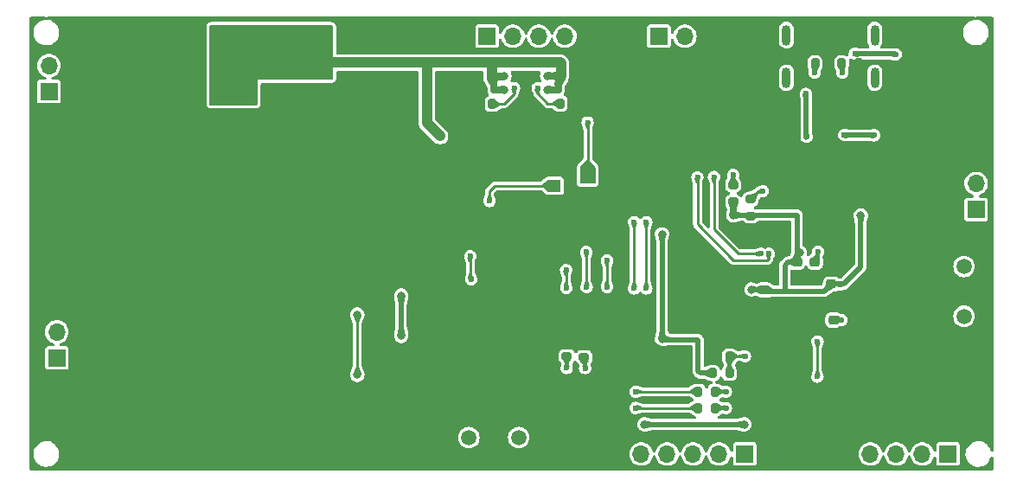
<source format=gbl>
G04 #@! TF.GenerationSoftware,KiCad,Pcbnew,7.0.7*
G04 #@! TF.CreationDate,2023-12-18T21:05:11-05:00*
G04 #@! TF.ProjectId,motor_board_pcb,6d6f746f-725f-4626-9f61-72645f706362,rev?*
G04 #@! TF.SameCoordinates,Original*
G04 #@! TF.FileFunction,Copper,L2,Bot*
G04 #@! TF.FilePolarity,Positive*
%FSLAX46Y46*%
G04 Gerber Fmt 4.6, Leading zero omitted, Abs format (unit mm)*
G04 Created by KiCad (PCBNEW 7.0.7) date 2023-12-18 21:05:11*
%MOMM*%
%LPD*%
G01*
G04 APERTURE LIST*
G04 Aperture macros list*
%AMRoundRect*
0 Rectangle with rounded corners*
0 $1 Rounding radius*
0 $2 $3 $4 $5 $6 $7 $8 $9 X,Y pos of 4 corners*
0 Add a 4 corners polygon primitive as box body*
4,1,4,$2,$3,$4,$5,$6,$7,$8,$9,$2,$3,0*
0 Add four circle primitives for the rounded corners*
1,1,$1+$1,$2,$3*
1,1,$1+$1,$4,$5*
1,1,$1+$1,$6,$7*
1,1,$1+$1,$8,$9*
0 Add four rect primitives between the rounded corners*
20,1,$1+$1,$2,$3,$4,$5,0*
20,1,$1+$1,$4,$5,$6,$7,0*
20,1,$1+$1,$6,$7,$8,$9,0*
20,1,$1+$1,$8,$9,$2,$3,0*%
G04 Aperture macros list end*
G04 #@! TA.AperFunction,ComponentPad*
%ADD10R,1.700000X1.700000*%
G04 #@! TD*
G04 #@! TA.AperFunction,ComponentPad*
%ADD11O,1.700000X1.700000*%
G04 #@! TD*
G04 #@! TA.AperFunction,ComponentPad*
%ADD12C,1.500000*%
G04 #@! TD*
G04 #@! TA.AperFunction,ComponentPad*
%ADD13O,0.900000X2.000000*%
G04 #@! TD*
G04 #@! TA.AperFunction,SMDPad,CuDef*
%ADD14R,1.200000X1.200000*%
G04 #@! TD*
G04 #@! TA.AperFunction,SMDPad,CuDef*
%ADD15R,1.500000X1.600000*%
G04 #@! TD*
G04 #@! TA.AperFunction,SMDPad,CuDef*
%ADD16RoundRect,0.225000X0.250000X-0.225000X0.250000X0.225000X-0.250000X0.225000X-0.250000X-0.225000X0*%
G04 #@! TD*
G04 #@! TA.AperFunction,SMDPad,CuDef*
%ADD17RoundRect,0.200000X0.275000X-0.200000X0.275000X0.200000X-0.275000X0.200000X-0.275000X-0.200000X0*%
G04 #@! TD*
G04 #@! TA.AperFunction,SMDPad,CuDef*
%ADD18RoundRect,0.225000X-0.225000X-0.250000X0.225000X-0.250000X0.225000X0.250000X-0.225000X0.250000X0*%
G04 #@! TD*
G04 #@! TA.AperFunction,SMDPad,CuDef*
%ADD19RoundRect,0.225000X0.225000X0.250000X-0.225000X0.250000X-0.225000X-0.250000X0.225000X-0.250000X0*%
G04 #@! TD*
G04 #@! TA.AperFunction,SMDPad,CuDef*
%ADD20RoundRect,0.140000X-0.140000X-0.170000X0.140000X-0.170000X0.140000X0.170000X-0.140000X0.170000X0*%
G04 #@! TD*
G04 #@! TA.AperFunction,SMDPad,CuDef*
%ADD21RoundRect,0.200000X0.200000X0.275000X-0.200000X0.275000X-0.200000X-0.275000X0.200000X-0.275000X0*%
G04 #@! TD*
G04 #@! TA.AperFunction,SMDPad,CuDef*
%ADD22RoundRect,0.200000X-0.200000X-0.275000X0.200000X-0.275000X0.200000X0.275000X-0.200000X0.275000X0*%
G04 #@! TD*
G04 #@! TA.AperFunction,SMDPad,CuDef*
%ADD23RoundRect,0.225000X-0.250000X0.225000X-0.250000X-0.225000X0.250000X-0.225000X0.250000X0.225000X0*%
G04 #@! TD*
G04 #@! TA.AperFunction,SMDPad,CuDef*
%ADD24RoundRect,0.140000X0.140000X0.170000X-0.140000X0.170000X-0.140000X-0.170000X0.140000X-0.170000X0*%
G04 #@! TD*
G04 #@! TA.AperFunction,ViaPad*
%ADD25C,0.600000*%
G04 #@! TD*
G04 #@! TA.AperFunction,ViaPad*
%ADD26C,0.800000*%
G04 #@! TD*
G04 #@! TA.AperFunction,Conductor*
%ADD27C,0.250000*%
G04 #@! TD*
G04 #@! TA.AperFunction,Conductor*
%ADD28C,0.500000*%
G04 #@! TD*
G04 #@! TA.AperFunction,Conductor*
%ADD29C,0.700000*%
G04 #@! TD*
G04 #@! TA.AperFunction,Conductor*
%ADD30C,1.000000*%
G04 #@! TD*
G04 APERTURE END LIST*
D10*
X185290000Y-77075000D03*
D11*
X185290000Y-74535000D03*
D12*
X140500000Y-99400000D03*
X135620000Y-99400000D03*
D10*
X94500000Y-65525000D03*
D11*
X94500000Y-62985000D03*
D10*
X182550000Y-101000000D03*
D11*
X180010000Y-101000000D03*
X177470000Y-101000000D03*
X174930000Y-101000000D03*
D12*
X184100000Y-82650000D03*
X184100000Y-87530000D03*
D13*
X175365000Y-64180000D03*
X166715000Y-64180000D03*
X175365000Y-60000000D03*
X166715000Y-60000000D03*
D10*
X162650000Y-101000000D03*
D11*
X160110000Y-101000000D03*
X157570000Y-101000000D03*
X155030000Y-101000000D03*
X152490000Y-101000000D03*
X149950000Y-101000000D03*
D10*
X95272339Y-91588648D03*
D11*
X95272339Y-89048648D03*
D10*
X154225000Y-60100000D03*
D11*
X156765000Y-60100000D03*
X159305000Y-60100000D03*
D10*
X137400000Y-60100000D03*
D11*
X139940000Y-60100000D03*
X142480000Y-60100000D03*
X145020000Y-60100000D03*
D14*
X144005335Y-74750000D03*
D15*
X147255335Y-73750000D03*
D14*
X144005335Y-72750000D03*
D16*
X164500000Y-86475000D03*
X164500000Y-84925000D03*
D17*
X161500000Y-76325000D03*
X161500000Y-74675000D03*
D18*
X136275000Y-64050000D03*
X137825000Y-64050000D03*
D19*
X146175000Y-64000000D03*
X144625000Y-64000000D03*
D20*
X137120000Y-65400000D03*
X138080000Y-65400000D03*
D21*
X161131900Y-91479811D03*
X159481900Y-91479811D03*
D22*
X158075000Y-94900000D03*
X159725000Y-94900000D03*
D21*
X146225000Y-66700000D03*
X144575000Y-66700000D03*
D22*
X172115000Y-62750000D03*
X173765000Y-62750000D03*
D17*
X145206900Y-91443784D03*
X145206900Y-89793784D03*
X163200000Y-77725000D03*
X163200000Y-76075000D03*
D22*
X136225000Y-66750000D03*
X137875000Y-66750000D03*
X158075000Y-96500000D03*
X159725000Y-96500000D03*
D17*
X146906900Y-91543784D03*
X146906900Y-89893784D03*
D21*
X169515000Y-62780000D03*
X167865000Y-62780000D03*
D23*
X171100000Y-82825000D03*
X171100000Y-84375000D03*
D16*
X167750000Y-83775000D03*
X167750000Y-82225000D03*
D24*
X145330000Y-65350000D03*
X144370000Y-65350000D03*
D22*
X159481900Y-93079811D03*
X161131900Y-93079811D03*
D23*
X171300000Y-86325000D03*
X171300000Y-87875000D03*
D16*
X169500000Y-83775000D03*
X169500000Y-82225000D03*
D25*
X161500000Y-73700000D03*
X173410000Y-61840000D03*
X177420000Y-61890000D03*
X168600000Y-65750000D03*
X168690000Y-69970000D03*
X147250000Y-68550000D03*
X140050000Y-65170000D03*
X142350000Y-65210000D03*
X162656900Y-91429811D03*
X137650000Y-76250000D03*
D26*
X124700000Y-93265000D03*
X124700000Y-87350000D03*
D25*
X145200000Y-92588973D03*
X147000000Y-92600000D03*
X151950000Y-94900000D03*
X151950000Y-96500000D03*
D26*
X103027307Y-95543357D03*
X108000000Y-100500000D03*
X107116833Y-61080000D03*
X127777307Y-61250000D03*
X165027307Y-62793357D03*
X115472693Y-79956643D03*
X100500000Y-93000000D03*
X132750000Y-64000000D03*
X181277307Y-69293357D03*
X184027307Y-71793357D03*
X181277307Y-71793357D03*
X103000000Y-85000000D03*
X95500000Y-82500000D03*
X159777307Y-62793357D03*
X128000000Y-98000000D03*
X127777307Y-69043357D03*
X181250000Y-66750000D03*
X153000000Y-65000000D03*
X127777307Y-74043357D03*
X153000000Y-62500000D03*
D25*
X174700000Y-86100000D03*
D26*
X117716833Y-65780000D03*
X174527307Y-72043357D03*
X139050000Y-89100000D03*
X95500000Y-98000000D03*
X108000000Y-85000000D03*
X169500000Y-78000000D03*
X115500000Y-100500000D03*
X119400000Y-93265000D03*
X100500000Y-82500000D03*
D25*
X136250000Y-67650000D03*
D26*
X113000000Y-82500000D03*
X159777307Y-70293357D03*
X105527307Y-98043357D03*
D25*
X167300000Y-97200000D03*
D26*
X130500000Y-95500000D03*
X108000000Y-98000000D03*
X95500000Y-77500000D03*
X130277307Y-74043357D03*
X104910000Y-90270000D03*
X125900000Y-90935000D03*
X98000000Y-98000000D03*
X107116833Y-59980000D03*
D25*
X143880000Y-77860000D03*
D26*
X130500000Y-98000000D03*
X98000000Y-80000000D03*
X162527307Y-62793357D03*
X108000000Y-82500000D03*
D25*
X175100000Y-90200000D03*
D26*
X117711379Y-67280485D03*
X108000000Y-87500000D03*
X130250000Y-71500000D03*
X165027307Y-70293357D03*
D25*
X141200000Y-69500000D03*
D26*
X181277307Y-64293357D03*
X123000000Y-100500000D03*
X115527307Y-95543357D03*
X104216833Y-59980000D03*
X148000000Y-60000000D03*
X130277307Y-64043357D03*
X150500000Y-60000000D03*
X132750000Y-76500000D03*
X108000000Y-77500000D03*
X128000000Y-100500000D03*
D25*
X140200000Y-69500000D03*
X150608113Y-64750000D03*
D26*
X177000000Y-72000000D03*
X105500000Y-82500000D03*
X103000000Y-93000000D03*
X132777307Y-61250000D03*
X131625000Y-88312500D03*
D25*
X141530000Y-72860000D03*
D26*
X97966833Y-73948603D03*
X105500000Y-87500000D03*
X113027307Y-98043357D03*
X119366833Y-67280000D03*
X162500000Y-65250000D03*
X150500000Y-62500000D03*
X105500000Y-77500000D03*
D25*
X175300000Y-83200000D03*
D26*
X165000000Y-65250000D03*
X132750000Y-74000000D03*
X100500000Y-98000000D03*
X159777307Y-67793357D03*
D25*
X141200000Y-68500000D03*
D26*
X100500000Y-87500000D03*
D25*
X142200000Y-68500000D03*
D26*
X98000000Y-77500000D03*
X103000000Y-82500000D03*
X148000000Y-65000000D03*
X127750000Y-66500000D03*
X115500000Y-85000000D03*
X171500000Y-74000000D03*
X107972693Y-79956643D03*
X171500000Y-78000000D03*
X118000000Y-100500000D03*
D25*
X142200000Y-67500000D03*
D26*
X115500000Y-82500000D03*
X113027307Y-95543357D03*
X171500000Y-76000000D03*
X110500000Y-85000000D03*
X98000000Y-85000000D03*
X115500000Y-87500000D03*
X115500000Y-98000000D03*
D25*
X140200000Y-68500000D03*
D26*
X165027307Y-67793357D03*
X103000000Y-87500000D03*
X169500000Y-76000000D03*
X113000000Y-77500000D03*
X103000000Y-77500000D03*
X130277307Y-69043357D03*
X105500000Y-93000000D03*
X108027307Y-95543357D03*
D25*
X171300000Y-81200000D03*
D26*
X100500000Y-77500000D03*
X98027307Y-95543357D03*
D25*
X140200000Y-67500000D03*
D26*
X125500000Y-100500000D03*
X108000000Y-93000000D03*
D25*
X167500000Y-66000000D03*
D26*
X123000000Y-98000000D03*
X113000000Y-85000000D03*
X118000000Y-98000000D03*
X120500000Y-95500000D03*
X132750000Y-66500000D03*
X181250000Y-61500000D03*
X162527307Y-70293357D03*
X95500000Y-72500000D03*
X95500000Y-80000000D03*
X174500000Y-74500000D03*
X171500000Y-72000000D03*
D25*
X174247827Y-65953538D03*
D26*
X100527307Y-95543357D03*
X110500000Y-100500000D03*
X125500000Y-98000000D03*
D25*
X168056900Y-92779811D03*
X133170000Y-71320000D03*
D26*
X115500000Y-77500000D03*
X100500000Y-85000000D03*
D25*
X141200000Y-67500000D03*
D26*
X162527307Y-67793357D03*
D25*
X179400000Y-85750000D03*
D26*
X159750000Y-65250000D03*
D25*
X143850000Y-76220000D03*
D26*
X95527307Y-95543357D03*
X95500000Y-75000000D03*
X184027307Y-69293357D03*
X123000000Y-95500000D03*
X128000000Y-95500000D03*
X105500000Y-100500000D03*
X127750000Y-71500000D03*
X120500000Y-98000000D03*
X184027307Y-64293357D03*
X184000000Y-61500000D03*
X98000000Y-100500000D03*
X100472693Y-79956643D03*
X100500000Y-100500000D03*
X148000000Y-62500000D03*
X184000000Y-66750000D03*
X113000000Y-93000000D03*
X98000000Y-87500000D03*
D25*
X179400000Y-84400000D03*
X134400000Y-68900000D03*
D26*
X110500000Y-82500000D03*
X103000000Y-100500000D03*
X130250000Y-66500000D03*
X130250000Y-76500000D03*
X110527307Y-98043357D03*
X95500000Y-85000000D03*
X110500000Y-80000000D03*
X125000000Y-61250000D03*
X105500000Y-80000000D03*
X105616833Y-59980000D03*
X127777307Y-64043357D03*
X110500000Y-77500000D03*
X110500000Y-93000000D03*
X162527307Y-60293357D03*
X98000000Y-82500000D03*
X169500000Y-72000000D03*
D25*
X145910000Y-71350000D03*
D26*
X138981988Y-94518409D03*
D25*
X159500000Y-85200000D03*
D26*
X113000000Y-100500000D03*
X110500000Y-87500000D03*
X105500000Y-85000000D03*
X115500000Y-93000000D03*
X98000000Y-93000000D03*
X113000000Y-80000000D03*
X110527307Y-95543357D03*
X127750000Y-76500000D03*
X130500000Y-100500000D03*
X120500000Y-100500000D03*
X165027307Y-60293357D03*
X103027307Y-98043357D03*
D25*
X172556900Y-95329811D03*
D26*
X118000000Y-95500000D03*
D25*
X137450000Y-74100000D03*
X142200000Y-69500000D03*
D26*
X137231988Y-94468409D03*
X113000000Y-87500000D03*
D25*
X145950000Y-68150000D03*
D26*
X103000000Y-80000000D03*
D25*
X177870000Y-67240000D03*
D26*
X125500000Y-95500000D03*
X169500000Y-74000000D03*
X130277307Y-61250000D03*
X105527307Y-95543357D03*
D25*
X177870000Y-69000000D03*
X153000000Y-78300000D03*
X153000000Y-84800000D03*
X151800000Y-84800000D03*
X151800000Y-78300000D03*
X145150000Y-84750000D03*
X145137950Y-82992907D03*
X149159490Y-84646735D03*
X149150000Y-82050000D03*
X135850000Y-83900000D03*
X147113026Y-81231996D03*
X135750000Y-81650000D03*
X147150000Y-84650000D03*
X164999503Y-81400000D03*
X158000000Y-73900000D03*
X164200000Y-81400000D03*
X159620000Y-73890000D03*
X169480000Y-63704500D03*
X172190000Y-63690000D03*
X164400000Y-75254311D03*
X169756900Y-89979811D03*
X169756900Y-93429811D03*
X160800000Y-94900000D03*
X160800000Y-96500000D03*
X172100000Y-87900000D03*
X169800000Y-81200000D03*
X172380000Y-69800000D03*
X175320000Y-69810000D03*
D26*
X129000000Y-89450000D03*
X152800000Y-98100000D03*
X168000000Y-81250000D03*
X129000000Y-85500000D03*
X161500000Y-77625000D03*
X154530000Y-89720000D03*
X154530000Y-79510000D03*
D25*
X172000000Y-84400000D03*
D26*
X174000000Y-77674032D03*
X163300000Y-84900000D03*
X162600000Y-98100000D03*
X139100000Y-65350000D03*
X116366833Y-61230000D03*
X116366833Y-63480000D03*
X139090000Y-64050000D03*
D25*
X132800000Y-69900000D03*
D26*
X111366833Y-66230000D03*
X121116833Y-61230000D03*
X111366833Y-63480000D03*
X113866833Y-66230000D03*
X118866833Y-61230000D03*
X113866833Y-61230000D03*
X113866833Y-63480000D03*
X143280000Y-64000000D03*
X143300000Y-65350000D03*
D27*
X161500000Y-73700000D02*
X161500000Y-74675000D01*
D28*
X173410000Y-61840000D02*
X177370000Y-61840000D01*
X168630000Y-65780000D02*
X168600000Y-65750000D01*
D27*
X177370000Y-61840000D02*
X177420000Y-61890000D01*
D28*
X168630000Y-69990000D02*
X168630000Y-65780000D01*
D27*
X147255335Y-68555335D02*
X147255335Y-73750000D01*
X147250000Y-68550000D02*
X147255335Y-68555335D01*
X139050000Y-66750000D02*
X137875000Y-66750000D01*
X140050000Y-65170000D02*
X140050000Y-65750000D01*
X140050000Y-65750000D02*
X139050000Y-66750000D01*
X142350000Y-65210000D02*
X142350000Y-65750000D01*
X143300000Y-66700000D02*
X144575000Y-66700000D01*
X142350000Y-65750000D02*
X143300000Y-66700000D01*
X162656900Y-91429811D02*
X161181900Y-91429811D01*
X161181900Y-91429811D02*
X161131900Y-91479811D01*
X161131900Y-93079811D02*
X161131900Y-91479811D01*
X137650000Y-76250000D02*
X137650000Y-75250000D01*
X138150000Y-74750000D02*
X144005335Y-74750000D01*
X137650000Y-75250000D02*
X138150000Y-74750000D01*
X124700000Y-87350000D02*
X124700000Y-93265000D01*
X145200000Y-92588973D02*
X145200000Y-91450684D01*
X145200000Y-91450684D02*
X145206900Y-91443784D01*
X147000000Y-91636884D02*
X146906900Y-91543784D01*
X147000000Y-92600000D02*
X147000000Y-91636884D01*
X158075000Y-94900000D02*
X151950000Y-94900000D01*
X151950000Y-96500000D02*
X158075000Y-96500000D01*
X153000000Y-84800000D02*
X153000000Y-78300000D01*
X151800000Y-84800000D02*
X151800000Y-78300000D01*
X145150000Y-84750000D02*
X145150000Y-83100000D01*
X145150000Y-83100000D02*
X145100000Y-83050000D01*
X149150000Y-82050000D02*
X149150000Y-84637245D01*
X149150000Y-84637245D02*
X149159490Y-84646735D01*
X147150000Y-81250000D02*
X147100000Y-81200000D01*
X147150000Y-84650000D02*
X147150000Y-81250000D01*
X135750000Y-83800000D02*
X135850000Y-83900000D01*
X135750000Y-81650000D02*
X135750000Y-83800000D01*
X164999503Y-81484381D02*
X165000000Y-81484878D01*
X158000000Y-78500000D02*
X158000000Y-73900000D01*
X165000000Y-81900000D02*
X164875000Y-82025000D01*
X165000000Y-81484878D02*
X165000000Y-81900000D01*
X161525000Y-82025000D02*
X158000000Y-78500000D01*
X164999503Y-81400000D02*
X164999503Y-81484381D01*
X164875000Y-82025000D02*
X161525000Y-82025000D01*
X159620000Y-73890000D02*
X159630000Y-73900000D01*
X162000000Y-81400000D02*
X164200000Y-81400000D01*
X159630000Y-73900000D02*
X159630000Y-79030000D01*
X159630000Y-79030000D02*
X162000000Y-81400000D01*
X169480000Y-62815000D02*
X169515000Y-62780000D01*
X169480000Y-63704500D02*
X169480000Y-62815000D01*
X172190000Y-62825000D02*
X172115000Y-62750000D01*
X172190000Y-63690000D02*
X172190000Y-62825000D01*
X164020689Y-75254311D02*
X163200000Y-76075000D01*
X164400000Y-75254311D02*
X164020689Y-75254311D01*
X169756900Y-93429811D02*
X169756900Y-89979811D01*
X159725000Y-94900000D02*
X160800000Y-94900000D01*
X159725000Y-96500000D02*
X160800000Y-96500000D01*
X169800000Y-82075000D02*
X169775000Y-82100000D01*
X172075000Y-87875000D02*
X172100000Y-87900000D01*
X171300000Y-87875000D02*
X172075000Y-87875000D01*
X169800000Y-81200000D02*
X169800000Y-82075000D01*
D28*
X172380000Y-69800000D02*
X175310000Y-69800000D01*
X175310000Y-69800000D02*
X175320000Y-69810000D01*
X166845000Y-82225000D02*
X166550000Y-82520000D01*
X129000000Y-85500000D02*
X129000000Y-89450000D01*
X166550000Y-85070000D02*
X170405000Y-85070000D01*
D27*
X163325000Y-84925000D02*
X163300000Y-84900000D01*
D28*
X161500000Y-77625000D02*
X161500000Y-76325000D01*
X158081900Y-92881900D02*
X158300000Y-93100000D01*
X158320189Y-93079811D02*
X159481900Y-93079811D01*
X162600000Y-98100000D02*
X152800000Y-98100000D01*
X164645000Y-85070000D02*
X164500000Y-84925000D01*
X166550000Y-85070000D02*
X164645000Y-85070000D01*
X174000000Y-82700000D02*
X172325000Y-84375000D01*
X172325000Y-84375000D02*
X171600000Y-84375000D01*
X170405000Y-85070000D02*
X171100000Y-84375000D01*
X158000000Y-89800000D02*
X158081900Y-89881900D01*
X154610000Y-89800000D02*
X158000000Y-89800000D01*
X167750000Y-77625000D02*
X167750000Y-82225000D01*
X154530000Y-89720000D02*
X154610000Y-89800000D01*
X174000000Y-77674032D02*
X174000000Y-82700000D01*
X167750000Y-82225000D02*
X166845000Y-82225000D01*
X158081900Y-89881900D02*
X158081900Y-92881900D01*
X154530000Y-79510000D02*
X154530000Y-89720000D01*
X162600000Y-98100000D02*
X162650000Y-98150000D01*
X166550000Y-82520000D02*
X166550000Y-85070000D01*
X161500000Y-77625000D02*
X167750000Y-77625000D01*
X158300000Y-93100000D02*
X158320189Y-93079811D01*
D27*
X164500000Y-84925000D02*
X163325000Y-84925000D01*
D29*
X138080000Y-65400000D02*
X138080000Y-64305000D01*
D30*
X137850000Y-62870000D02*
X138020000Y-62700000D01*
X137850000Y-64025000D02*
X137850000Y-62870000D01*
X131500000Y-62700000D02*
X138020000Y-62700000D01*
X122200000Y-62700000D02*
X122220000Y-62680000D01*
D29*
X144370000Y-64255000D02*
X144625000Y-64000000D01*
D30*
X131480000Y-62680000D02*
X131500000Y-62700000D01*
X122220000Y-62680000D02*
X131480000Y-62680000D01*
D27*
X144575000Y-64050000D02*
X144625000Y-64000000D01*
X139050000Y-65400000D02*
X139100000Y-65350000D01*
D30*
X144625000Y-62765000D02*
X144625000Y-64000000D01*
D29*
X144370000Y-65350000D02*
X144370000Y-64255000D01*
X138080000Y-64305000D02*
X137825000Y-64050000D01*
X137825000Y-64050000D02*
X139090000Y-64050000D01*
D30*
X138020000Y-62700000D02*
X144560000Y-62700000D01*
D29*
X144370000Y-65350000D02*
X143300000Y-65350000D01*
X138080000Y-65400000D02*
X139050000Y-65400000D01*
D27*
X138130000Y-65350000D02*
X138080000Y-65400000D01*
D30*
X144560000Y-62700000D02*
X144625000Y-62765000D01*
D29*
X143280000Y-64000000D02*
X144625000Y-64000000D01*
D30*
X131500000Y-68600000D02*
X132800000Y-69900000D01*
X131500000Y-62700000D02*
X131500000Y-68600000D01*
G04 #@! TA.AperFunction,Conductor*
G36*
X164902740Y-84535704D02*
G01*
X165418894Y-84816676D01*
X165424522Y-84823641D01*
X165425000Y-84826952D01*
X165425000Y-85309214D01*
X165421573Y-85317487D01*
X165414250Y-85320875D01*
X164757501Y-85374388D01*
X164748977Y-85371645D01*
X164746333Y-85368426D01*
X164719322Y-85320000D01*
X164503320Y-84932746D01*
X164502284Y-84923854D01*
X164505291Y-84918749D01*
X164888904Y-84537679D01*
X164897188Y-84534281D01*
X164902740Y-84535704D01*
G37*
G04 #@! TD.AperFunction*
G04 #@! TA.AperFunction,Conductor*
G36*
X159131088Y-92682895D02*
G01*
X159134640Y-92685621D01*
X159476055Y-93072064D01*
X159478965Y-93080533D01*
X159476055Y-93087558D01*
X159134640Y-93474000D01*
X159126594Y-93477931D01*
X159122154Y-93477347D01*
X159112166Y-93474000D01*
X159077151Y-93462265D01*
X158689882Y-93332485D01*
X158683127Y-93326607D01*
X158681900Y-93321391D01*
X158681900Y-92838230D01*
X158685327Y-92829957D01*
X158689882Y-92827136D01*
X159122156Y-92682274D01*
X159131088Y-92682895D01*
G37*
G04 #@! TD.AperFunction*
G04 #@! TA.AperFunction,Conductor*
G36*
X149274849Y-84052050D02*
G01*
X149277672Y-84056612D01*
X149433204Y-84521615D01*
X149432578Y-84530548D01*
X149426619Y-84536122D01*
X149164001Y-84645850D01*
X149155046Y-84645877D01*
X149154979Y-84645850D01*
X148892006Y-84535974D01*
X148885694Y-84529622D01*
X148885296Y-84521868D01*
X149022524Y-84057009D01*
X149028153Y-84050046D01*
X149033745Y-84048623D01*
X149266576Y-84048623D01*
X149274849Y-84052050D01*
G37*
G04 #@! TD.AperFunction*
G04 #@! TA.AperFunction,Conductor*
G36*
X146915204Y-91548638D02*
G01*
X147337649Y-91846414D01*
X147342437Y-91853981D01*
X147341584Y-91860764D01*
X147128100Y-92336871D01*
X147121588Y-92343018D01*
X147117424Y-92343784D01*
X146880723Y-92343784D01*
X146872450Y-92340357D01*
X146871487Y-92339267D01*
X146869624Y-92336871D01*
X146554658Y-91931883D01*
X146552285Y-91923250D01*
X146555369Y-91916691D01*
X146899940Y-91550186D01*
X146908102Y-91546507D01*
X146915204Y-91548638D01*
G37*
G04 #@! TD.AperFunction*
G04 #@! TA.AperFunction,Conductor*
G36*
X154778563Y-88923427D02*
G01*
X154781790Y-88929544D01*
X154927408Y-89706179D01*
X154925564Y-89714942D01*
X154918064Y-89719835D01*
X154915937Y-89720035D01*
X154530000Y-89721000D01*
X154144062Y-89720035D01*
X154135797Y-89716587D01*
X154132391Y-89708306D01*
X154132591Y-89706179D01*
X154278210Y-88929544D01*
X154283103Y-88922044D01*
X154289710Y-88920000D01*
X154770290Y-88920000D01*
X154778563Y-88923427D01*
G37*
G04 #@! TD.AperFunction*
G04 #@! TA.AperFunction,Conductor*
G36*
X172314680Y-63093427D02*
G01*
X172317571Y-63098199D01*
X172463970Y-63565012D01*
X172463176Y-63573931D01*
X172457317Y-63579309D01*
X172194511Y-63689115D01*
X172185556Y-63689142D01*
X172185489Y-63689115D01*
X171922682Y-63579309D01*
X171916370Y-63572957D01*
X171916029Y-63565013D01*
X172062428Y-63098199D01*
X172068175Y-63091330D01*
X172073593Y-63090000D01*
X172306407Y-63090000D01*
X172314680Y-63093427D01*
G37*
G04 #@! TD.AperFunction*
G04 #@! TA.AperFunction,Conductor*
G36*
X155305916Y-89547416D02*
G01*
X155312770Y-89553176D01*
X155314087Y-89558570D01*
X155314087Y-90039297D01*
X155310660Y-90047570D01*
X155303427Y-90050951D01*
X154542708Y-90118865D01*
X154534163Y-90116187D01*
X154530014Y-90108251D01*
X154529968Y-90107240D01*
X154529798Y-90039297D01*
X154529005Y-89722350D01*
X154529904Y-89717829D01*
X154678954Y-89360326D01*
X154685300Y-89354010D01*
X154693277Y-89353675D01*
X155305916Y-89547416D01*
G37*
G04 #@! TD.AperFunction*
G04 #@! TA.AperFunction,Conductor*
G36*
X167999945Y-81328427D02*
G01*
X168002727Y-81332869D01*
X168197145Y-81893877D01*
X168196616Y-81902816D01*
X168192925Y-81907204D01*
X167756835Y-82221080D01*
X167748118Y-82223132D01*
X167743165Y-82221080D01*
X167307074Y-81907204D01*
X167302361Y-81899590D01*
X167302854Y-81893877D01*
X167497273Y-81332869D01*
X167503220Y-81326174D01*
X167508328Y-81325000D01*
X167991672Y-81325000D01*
X167999945Y-81328427D01*
G37*
G04 #@! TD.AperFunction*
G04 #@! TA.AperFunction,Conductor*
G36*
X171984210Y-87626641D02*
G01*
X171989126Y-87632245D01*
X172099115Y-87895488D01*
X172099142Y-87904443D01*
X172099115Y-87904510D01*
X171989518Y-88166816D01*
X171983166Y-88173128D01*
X171974672Y-88173282D01*
X171957145Y-88166816D01*
X171795273Y-88107098D01*
X171512623Y-88002822D01*
X171506048Y-87996743D01*
X171504973Y-87991845D01*
X171504973Y-87759004D01*
X171508400Y-87750731D01*
X171513675Y-87747695D01*
X171975337Y-87625446D01*
X171984210Y-87626641D01*
G37*
G04 #@! TD.AperFunction*
G04 #@! TA.AperFunction,Conductor*
G36*
X142616635Y-65320428D02*
G01*
X142622958Y-65326767D01*
X142623058Y-65335443D01*
X142481705Y-65701728D01*
X142479063Y-65705789D01*
X142316401Y-65868451D01*
X142308128Y-65871878D01*
X142299855Y-65868451D01*
X142297327Y-65864673D01*
X142077319Y-65335588D01*
X142077307Y-65326635D01*
X142083611Y-65320302D01*
X142344795Y-65211171D01*
X142353748Y-65211145D01*
X142616635Y-65320428D01*
G37*
G04 #@! TD.AperFunction*
G04 #@! TA.AperFunction,Conductor*
G36*
X169604680Y-63107927D02*
G01*
X169607571Y-63112699D01*
X169753970Y-63579512D01*
X169753176Y-63588431D01*
X169747317Y-63593809D01*
X169484511Y-63703615D01*
X169475556Y-63703642D01*
X169475489Y-63703615D01*
X169212682Y-63593809D01*
X169206370Y-63587457D01*
X169206029Y-63579513D01*
X169352428Y-63112699D01*
X169358175Y-63105830D01*
X169363593Y-63104500D01*
X169596407Y-63104500D01*
X169604680Y-63107927D01*
G37*
G04 #@! TD.AperFunction*
G04 #@! TA.AperFunction,Conductor*
G36*
X175316044Y-69513699D02*
G01*
X175320015Y-69521725D01*
X175320041Y-69522467D01*
X175321000Y-69810000D01*
X175320042Y-70097110D01*
X175316587Y-70105372D01*
X175308303Y-70108771D01*
X175307174Y-70108713D01*
X174732521Y-70051056D01*
X174724631Y-70046820D01*
X174721989Y-70039414D01*
X174721989Y-69560943D01*
X174725416Y-69552670D01*
X174732906Y-69549269D01*
X175307560Y-69510832D01*
X175316044Y-69513699D01*
G37*
G04 #@! TD.AperFunction*
G04 #@! TA.AperFunction,Conductor*
G36*
X169922420Y-81338373D02*
G01*
X169925814Y-81345769D01*
X169974398Y-81992003D01*
X169971601Y-82000510D01*
X169967758Y-82003445D01*
X169508622Y-82221897D01*
X169499679Y-82222357D01*
X169494252Y-82218374D01*
X169178220Y-81799095D01*
X169175977Y-81790426D01*
X169179709Y-81783381D01*
X169671656Y-81337973D01*
X169679510Y-81334946D01*
X169914147Y-81334946D01*
X169922420Y-81338373D01*
G37*
G04 #@! TD.AperFunction*
G04 #@! TA.AperFunction,Conductor*
G36*
X152813817Y-97702590D02*
G01*
X153590457Y-97848210D01*
X153597956Y-97853103D01*
X153600000Y-97859710D01*
X153600000Y-98340289D01*
X153596573Y-98348562D01*
X153590456Y-98351789D01*
X152813820Y-98497408D01*
X152805057Y-98495564D01*
X152800164Y-98488064D01*
X152799964Y-98485946D01*
X152799000Y-98100000D01*
X152799964Y-97714059D01*
X152803412Y-97705797D01*
X152811693Y-97702391D01*
X152813817Y-97702590D01*
G37*
G04 #@! TD.AperFunction*
G04 #@! TA.AperFunction,Conductor*
G36*
X177416612Y-61593427D02*
G01*
X177420039Y-61601661D01*
X177421000Y-61890000D01*
X177420046Y-62176196D01*
X177416592Y-62184458D01*
X177408307Y-62187857D01*
X177406391Y-62187693D01*
X176839691Y-62091651D01*
X176832107Y-62086889D01*
X176829946Y-62080115D01*
X176829946Y-61601700D01*
X176833373Y-61593427D01*
X176841646Y-61590000D01*
X177408339Y-61590000D01*
X177416612Y-61593427D01*
G37*
G04 #@! TD.AperFunction*
G04 #@! TA.AperFunction,Conductor*
G36*
X137774680Y-75653427D02*
G01*
X137777571Y-75658199D01*
X137923970Y-76125012D01*
X137923176Y-76133931D01*
X137917317Y-76139309D01*
X137654511Y-76249115D01*
X137645556Y-76249142D01*
X137645489Y-76249115D01*
X137382682Y-76139309D01*
X137376370Y-76132957D01*
X137376029Y-76125013D01*
X137522428Y-75658199D01*
X137528175Y-75651330D01*
X137533593Y-75650000D01*
X137766407Y-75650000D01*
X137774680Y-75653427D01*
G37*
G04 #@! TD.AperFunction*
G04 #@! TA.AperFunction,Conductor*
G36*
X160683931Y-96226823D02*
G01*
X160689309Y-96232682D01*
X160799115Y-96495489D01*
X160799142Y-96504444D01*
X160799115Y-96504511D01*
X160689309Y-96767317D01*
X160682957Y-96773629D01*
X160675012Y-96773970D01*
X160208199Y-96627571D01*
X160201330Y-96621825D01*
X160200000Y-96616407D01*
X160200000Y-96383592D01*
X160203427Y-96375319D01*
X160208196Y-96372429D01*
X160675013Y-96226029D01*
X160683931Y-96226823D01*
G37*
G04 #@! TD.AperFunction*
G04 #@! TA.AperFunction,Conductor*
G36*
X162594942Y-97704435D02*
G01*
X162599835Y-97711935D01*
X162600035Y-97714062D01*
X162601000Y-98100000D01*
X162600035Y-98485937D01*
X162596587Y-98494202D01*
X162588306Y-98497608D01*
X162586179Y-98497408D01*
X161809544Y-98351789D01*
X161802044Y-98346896D01*
X161800000Y-98340289D01*
X161800000Y-97859710D01*
X161803427Y-97851437D01*
X161809542Y-97848210D01*
X162586180Y-97702591D01*
X162594942Y-97704435D01*
G37*
G04 #@! TD.AperFunction*
G04 #@! TA.AperFunction,Conductor*
G36*
X161767318Y-73810691D02*
G01*
X161773629Y-73817042D01*
X161773970Y-73824987D01*
X161627571Y-74291801D01*
X161621825Y-74298670D01*
X161616407Y-74300000D01*
X161383593Y-74300000D01*
X161375320Y-74296573D01*
X161372429Y-74291801D01*
X161226029Y-73824987D01*
X161226823Y-73816068D01*
X161232679Y-73810692D01*
X161495490Y-73700883D01*
X161504444Y-73700857D01*
X161767318Y-73810691D01*
G37*
G04 #@! TD.AperFunction*
G04 #@! TA.AperFunction,Conductor*
G36*
X160085773Y-96105149D02*
G01*
X160089390Y-96107371D01*
X160519426Y-96371575D01*
X160524680Y-96378825D01*
X160525000Y-96381543D01*
X160525000Y-96618456D01*
X160521573Y-96626729D01*
X160519425Y-96628425D01*
X160085773Y-96894850D01*
X160076930Y-96896261D01*
X160070880Y-96892628D01*
X159730844Y-96507747D01*
X159727934Y-96499278D01*
X159730844Y-96492253D01*
X160070881Y-96107370D01*
X160078926Y-96103440D01*
X160085773Y-96105149D01*
G37*
G04 #@! TD.AperFunction*
G04 #@! TA.AperFunction,Conductor*
G36*
X139086072Y-63653678D02*
G01*
X139090008Y-63661721D01*
X139090031Y-63662422D01*
X139091000Y-64050000D01*
X139090031Y-64437577D01*
X139086583Y-64445842D01*
X139078302Y-64449248D01*
X139077601Y-64449225D01*
X138300970Y-64400685D01*
X138292927Y-64396749D01*
X138290000Y-64389008D01*
X138290000Y-63710991D01*
X138293427Y-63702718D01*
X138300969Y-63699314D01*
X139077603Y-63650774D01*
X139086072Y-63653678D01*
G37*
G04 #@! TD.AperFunction*
G04 #@! TA.AperFunction,Conductor*
G36*
X143292368Y-63600773D02*
G01*
X144069030Y-63649314D01*
X144077073Y-63653250D01*
X144080000Y-63660991D01*
X144080000Y-64339008D01*
X144076573Y-64347281D01*
X144069030Y-64350685D01*
X143292398Y-64399225D01*
X143283927Y-64396321D01*
X143279991Y-64388278D01*
X143279969Y-64387608D01*
X143279000Y-64000000D01*
X143279968Y-63612419D01*
X143283416Y-63604157D01*
X143291697Y-63600751D01*
X143292368Y-63600773D01*
G37*
G04 #@! TD.AperFunction*
G04 #@! TA.AperFunction,Conductor*
G36*
X169881580Y-92833238D02*
G01*
X169884471Y-92838010D01*
X170030870Y-93304823D01*
X170030076Y-93313742D01*
X170024217Y-93319120D01*
X169761411Y-93428926D01*
X169752456Y-93428953D01*
X169752389Y-93428926D01*
X169489582Y-93319120D01*
X169483270Y-93312768D01*
X169482929Y-93304824D01*
X169629328Y-92838010D01*
X169635075Y-92831141D01*
X169640493Y-92829811D01*
X169873307Y-92829811D01*
X169881580Y-92833238D01*
G37*
G04 #@! TD.AperFunction*
G04 #@! TA.AperFunction,Conductor*
G36*
X174385939Y-77673996D02*
G01*
X174394202Y-77677444D01*
X174397608Y-77685725D01*
X174397408Y-77687852D01*
X174251790Y-78464488D01*
X174246897Y-78471988D01*
X174240290Y-78474032D01*
X173759710Y-78474032D01*
X173751437Y-78470605D01*
X173748210Y-78464488D01*
X173602591Y-77687852D01*
X173604435Y-77679089D01*
X173611935Y-77674196D01*
X173614052Y-77673996D01*
X174000000Y-77673032D01*
X174385939Y-77673996D01*
G37*
G04 #@! TD.AperFunction*
G04 #@! TA.AperFunction,Conductor*
G36*
X138155100Y-63601249D02*
G01*
X138715299Y-63698319D01*
X138722864Y-63703107D01*
X138725000Y-63709846D01*
X138725000Y-64390153D01*
X138721573Y-64398426D01*
X138715298Y-64401681D01*
X138155103Y-64498749D01*
X138146366Y-64496785D01*
X138143609Y-64494056D01*
X137828919Y-64056835D01*
X137826867Y-64048118D01*
X137828919Y-64043165D01*
X138068825Y-63709846D01*
X138143609Y-63605942D01*
X138151223Y-63601230D01*
X138155100Y-63601249D01*
G37*
G04 #@! TD.AperFunction*
G04 #@! TA.AperFunction,Conductor*
G36*
X122242333Y-59049962D02*
G01*
X122296871Y-59104500D01*
X122316833Y-59179000D01*
X122316833Y-64231000D01*
X122296871Y-64305500D01*
X122242333Y-64360038D01*
X122167833Y-64380000D01*
X114916833Y-64380000D01*
X114916833Y-66731000D01*
X114896871Y-66805500D01*
X114842333Y-66860038D01*
X114767833Y-66880000D01*
X110365833Y-66880000D01*
X110291333Y-66860038D01*
X110236795Y-66805500D01*
X110216833Y-66731000D01*
X110216833Y-59179000D01*
X110236795Y-59104500D01*
X110291333Y-59049962D01*
X110365833Y-59030000D01*
X122167833Y-59030000D01*
X122242333Y-59049962D01*
G37*
G04 #@! TD.AperFunction*
G04 #@! TA.AperFunction,Conductor*
G36*
X172392618Y-69501051D02*
G01*
X172969272Y-69549105D01*
X172969272Y-69549106D01*
X172977232Y-69553208D01*
X172980000Y-69560766D01*
X172980000Y-70039233D01*
X172976573Y-70047506D01*
X172969272Y-70050893D01*
X172392629Y-70098947D01*
X172384099Y-70096219D01*
X172379997Y-70088259D01*
X172379957Y-70087345D01*
X172379000Y-69800000D01*
X172379957Y-69512671D01*
X172383411Y-69504411D01*
X172391696Y-69501012D01*
X172392618Y-69501051D01*
G37*
G04 #@! TD.AperFunction*
G04 #@! TA.AperFunction,Conductor*
G36*
X162540831Y-91156634D02*
G01*
X162546209Y-91162493D01*
X162656015Y-91425300D01*
X162656042Y-91434255D01*
X162656015Y-91434322D01*
X162546209Y-91697128D01*
X162539857Y-91703440D01*
X162531912Y-91703781D01*
X162065099Y-91557382D01*
X162058230Y-91551636D01*
X162056900Y-91546218D01*
X162056900Y-91313403D01*
X162060327Y-91305130D01*
X162065096Y-91302240D01*
X162531913Y-91155840D01*
X162540831Y-91156634D01*
G37*
G04 #@! TD.AperFunction*
G04 #@! TA.AperFunction,Conductor*
G36*
X151924680Y-84203427D02*
G01*
X151927571Y-84208199D01*
X152073970Y-84675012D01*
X152073176Y-84683931D01*
X152067317Y-84689309D01*
X151804511Y-84799115D01*
X151795556Y-84799142D01*
X151795489Y-84799115D01*
X151532682Y-84689309D01*
X151526370Y-84682957D01*
X151526029Y-84675013D01*
X151672428Y-84208199D01*
X151678175Y-84201330D01*
X151683593Y-84200000D01*
X151916407Y-84200000D01*
X151924680Y-84203427D01*
G37*
G04 #@! TD.AperFunction*
G04 #@! TA.AperFunction,Conductor*
G36*
X164194710Y-75048976D02*
G01*
X164397241Y-75250161D01*
X164400695Y-75258423D01*
X164400695Y-75258489D01*
X164400031Y-75541097D01*
X164396585Y-75549363D01*
X164388304Y-75552770D01*
X164386888Y-75552681D01*
X163957014Y-75499245D01*
X163950184Y-75495907D01*
X163786249Y-75331972D01*
X163782822Y-75323699D01*
X163786249Y-75315426D01*
X163787942Y-75314025D01*
X164179890Y-75047601D01*
X164188657Y-75045785D01*
X164194710Y-75048976D01*
G37*
G04 #@! TD.AperFunction*
G04 #@! TA.AperFunction,Conductor*
G36*
X144229119Y-66307371D02*
G01*
X144569155Y-66692253D01*
X144572065Y-66700722D01*
X144569155Y-66707747D01*
X144229119Y-67092628D01*
X144221073Y-67096559D01*
X144214226Y-67094850D01*
X143780575Y-66828425D01*
X143775320Y-66821174D01*
X143775000Y-66818456D01*
X143775000Y-66581543D01*
X143778427Y-66573270D01*
X143780570Y-66571577D01*
X144214226Y-66305148D01*
X144223069Y-66303738D01*
X144229119Y-66307371D01*
G37*
G04 #@! TD.AperFunction*
G04 #@! TA.AperFunction,Conductor*
G36*
X167414882Y-81795413D02*
G01*
X167419086Y-81798786D01*
X167619342Y-82055737D01*
X167745110Y-82217112D01*
X167747493Y-82225744D01*
X167745122Y-82231482D01*
X167420238Y-82649707D01*
X167412456Y-82654138D01*
X167405011Y-82652581D01*
X167008887Y-82416664D01*
X167006601Y-82414885D01*
X166667174Y-82075458D01*
X166663747Y-82067185D01*
X166667174Y-82058912D01*
X166671523Y-82056162D01*
X167405941Y-81794956D01*
X167414882Y-81795413D01*
G37*
G04 #@! TD.AperFunction*
G04 #@! TA.AperFunction,Conductor*
G36*
X147383128Y-72203427D02*
G01*
X147383843Y-72204210D01*
X147998717Y-72942058D01*
X148001381Y-72950607D01*
X147998270Y-72957545D01*
X147263875Y-73741878D01*
X147255719Y-73745575D01*
X147247337Y-73742422D01*
X147246805Y-73741890D01*
X146512398Y-72957543D01*
X146509246Y-72949163D01*
X146511950Y-72942060D01*
X147126826Y-72204210D01*
X147134756Y-72200048D01*
X147135815Y-72200000D01*
X147374855Y-72200000D01*
X147383128Y-72203427D01*
G37*
G04 #@! TD.AperFunction*
G04 #@! TA.AperFunction,Conductor*
G36*
X152541802Y-94772429D02*
G01*
X152548670Y-94778174D01*
X152550000Y-94783592D01*
X152550000Y-95016407D01*
X152546573Y-95024680D01*
X152541801Y-95027571D01*
X152074987Y-95173970D01*
X152066068Y-95173176D01*
X152060691Y-95167318D01*
X151950883Y-94904509D01*
X151950857Y-94895555D01*
X152060691Y-94632680D01*
X152067042Y-94626370D01*
X152074986Y-94626029D01*
X152541802Y-94772429D01*
G37*
G04 #@! TD.AperFunction*
G04 #@! TA.AperFunction,Conductor*
G36*
X163463859Y-84534978D02*
G01*
X163463887Y-84534989D01*
X163478858Y-84541275D01*
X164087857Y-84796989D01*
X164094158Y-84803352D01*
X164095027Y-84807777D01*
X164095027Y-85041636D01*
X164091600Y-85049909D01*
X164087113Y-85052706D01*
X163463441Y-85266005D01*
X163454504Y-85265440D01*
X163448856Y-85259437D01*
X163431447Y-85217681D01*
X163300875Y-84904499D01*
X163300855Y-84895550D01*
X163448559Y-84541273D01*
X163454905Y-84534957D01*
X163463859Y-84534978D01*
G37*
G04 #@! TD.AperFunction*
G04 #@! TA.AperFunction,Conductor*
G36*
X144303633Y-63553214D02*
G01*
X144306390Y-63555943D01*
X144621080Y-63993164D01*
X144623132Y-64001881D01*
X144621080Y-64006834D01*
X144306390Y-64444056D01*
X144298776Y-64448769D01*
X144294896Y-64448749D01*
X143734702Y-64351681D01*
X143727136Y-64346892D01*
X143725000Y-64340153D01*
X143725000Y-63659846D01*
X143728427Y-63651573D01*
X143734699Y-63648319D01*
X144294897Y-63551250D01*
X144303633Y-63553214D01*
G37*
G04 #@! TD.AperFunction*
G04 #@! TA.AperFunction,Conductor*
G36*
X168878558Y-69385362D02*
G01*
X168881786Y-69391484D01*
X168987417Y-69956195D01*
X168985569Y-69964957D01*
X168978067Y-69969847D01*
X168975955Y-69970046D01*
X168690000Y-69971000D01*
X168401464Y-69970038D01*
X168393202Y-69966584D01*
X168389805Y-69958537D01*
X168380202Y-69393834D01*
X168383487Y-69385504D01*
X168391701Y-69381937D01*
X168391900Y-69381935D01*
X168870285Y-69381935D01*
X168878558Y-69385362D01*
G37*
G04 #@! TD.AperFunction*
G04 #@! TA.AperFunction,Conductor*
G36*
X154915939Y-79509964D02*
G01*
X154924202Y-79513412D01*
X154927608Y-79521693D01*
X154927408Y-79523820D01*
X154781790Y-80300456D01*
X154776897Y-80307956D01*
X154770290Y-80310000D01*
X154289710Y-80310000D01*
X154281437Y-80306573D01*
X154278210Y-80300456D01*
X154132591Y-79523820D01*
X154134435Y-79515057D01*
X154141935Y-79510164D01*
X154144052Y-79509964D01*
X154530000Y-79509000D01*
X154915939Y-79509964D01*
G37*
G04 #@! TD.AperFunction*
G04 #@! TA.AperFunction,Conductor*
G36*
X147274680Y-84053427D02*
G01*
X147277571Y-84058199D01*
X147423970Y-84525012D01*
X147423176Y-84533931D01*
X147417317Y-84539309D01*
X147154511Y-84649115D01*
X147145556Y-84649142D01*
X147145489Y-84649115D01*
X146882682Y-84539309D01*
X146876370Y-84532957D01*
X146876029Y-84525013D01*
X147022428Y-84058199D01*
X147028175Y-84051330D01*
X147033593Y-84050000D01*
X147266407Y-84050000D01*
X147274680Y-84053427D01*
G37*
G04 #@! TD.AperFunction*
G04 #@! TA.AperFunction,Conductor*
G36*
X140316418Y-65280315D02*
G01*
X140316921Y-65280525D01*
X140323233Y-65286877D01*
X140323427Y-65295259D01*
X140130466Y-65835125D01*
X140124455Y-65841762D01*
X140115511Y-65842204D01*
X140111176Y-65839460D01*
X139948999Y-65677283D01*
X139946589Y-65673782D01*
X139777734Y-65295770D01*
X139777489Y-65286818D01*
X139783645Y-65280315D01*
X139783869Y-65280218D01*
X140046206Y-65171163D01*
X140055159Y-65171153D01*
X140316418Y-65280315D01*
G37*
G04 #@! TD.AperFunction*
G04 #@! TA.AperFunction,Conductor*
G36*
X161507747Y-76330844D02*
G01*
X161894189Y-76672259D01*
X161898120Y-76680305D01*
X161897536Y-76684745D01*
X161752675Y-77117018D01*
X161746797Y-77123773D01*
X161741581Y-77125000D01*
X161258419Y-77125000D01*
X161250146Y-77121573D01*
X161247325Y-77117018D01*
X161102463Y-76684743D01*
X161103084Y-76675811D01*
X161105807Y-76672262D01*
X161492253Y-76330843D01*
X161500722Y-76327934D01*
X161507747Y-76330844D01*
G37*
G04 #@! TD.AperFunction*
G04 #@! TA.AperFunction,Conductor*
G36*
X139095502Y-64954022D02*
G01*
X139099940Y-64961800D01*
X139100033Y-64963240D01*
X139101000Y-65350000D01*
X139100029Y-65738329D01*
X139096581Y-65746594D01*
X139088329Y-65750000D01*
X138321646Y-65750000D01*
X138313373Y-65746573D01*
X138309946Y-65738300D01*
X138309946Y-65060312D01*
X138313373Y-65052039D01*
X138320177Y-65048705D01*
X139086865Y-64951662D01*
X139095502Y-64954022D01*
G37*
G04 #@! TD.AperFunction*
G04 #@! TA.AperFunction,Conductor*
G36*
X161139802Y-91486051D02*
G01*
X161402097Y-91726369D01*
X161510187Y-91825403D01*
X161513972Y-91833519D01*
X161512763Y-91839231D01*
X161260125Y-92348312D01*
X161253378Y-92354199D01*
X161249645Y-92354811D01*
X161014155Y-92354811D01*
X161005882Y-92351384D01*
X161003675Y-92348312D01*
X160751036Y-91839231D01*
X160750428Y-91830297D01*
X160753611Y-91825404D01*
X161123997Y-91486051D01*
X161132411Y-91482990D01*
X161139802Y-91486051D01*
G37*
G04 #@! TD.AperFunction*
G04 #@! TA.AperFunction,Conductor*
G36*
X160683931Y-94626823D02*
G01*
X160689309Y-94632682D01*
X160799115Y-94895489D01*
X160799142Y-94904444D01*
X160799115Y-94904511D01*
X160689309Y-95167317D01*
X160682957Y-95173629D01*
X160675012Y-95173970D01*
X160208199Y-95027571D01*
X160201330Y-95021825D01*
X160200000Y-95016407D01*
X160200000Y-94783592D01*
X160203427Y-94775319D01*
X160208196Y-94772429D01*
X160675013Y-94626029D01*
X160683931Y-94626823D01*
G37*
G04 #@! TD.AperFunction*
G04 #@! TA.AperFunction,Conductor*
G36*
X125059109Y-87498719D02*
G01*
X125065427Y-87505066D01*
X125065551Y-87513655D01*
X124827859Y-88142437D01*
X124821728Y-88148964D01*
X124816915Y-88150000D01*
X124583085Y-88150000D01*
X124574812Y-88146573D01*
X124572141Y-88142437D01*
X124334448Y-87513655D01*
X124334728Y-87504705D01*
X124340889Y-87498719D01*
X124695500Y-87350875D01*
X124704449Y-87350855D01*
X125059109Y-87498719D01*
G37*
G04 #@! TD.AperFunction*
G04 #@! TA.AperFunction,Conductor*
G36*
X163771719Y-75338110D02*
G01*
X163937198Y-75503589D01*
X163940625Y-75511862D01*
X163939759Y-75516279D01*
X163678610Y-76156829D01*
X163672314Y-76163196D01*
X163665602Y-76163908D01*
X163205523Y-76076885D01*
X163198030Y-76071980D01*
X163196880Y-76069848D01*
X163038562Y-75685315D01*
X163038581Y-75676362D01*
X163044416Y-75670268D01*
X163758484Y-75335787D01*
X163767429Y-75335382D01*
X163771719Y-75338110D01*
G37*
G04 #@! TD.AperFunction*
G04 #@! TA.AperFunction,Conductor*
G36*
X129248563Y-88653427D02*
G01*
X129251790Y-88659544D01*
X129397408Y-89436179D01*
X129395564Y-89444942D01*
X129388064Y-89449835D01*
X129385937Y-89450035D01*
X129000000Y-89451000D01*
X128614062Y-89450035D01*
X128605797Y-89446587D01*
X128602391Y-89438306D01*
X128602591Y-89436179D01*
X128748210Y-88659544D01*
X128753103Y-88652044D01*
X128759710Y-88650000D01*
X129240290Y-88650000D01*
X129248563Y-88653427D01*
G37*
G04 #@! TD.AperFunction*
G04 #@! TA.AperFunction,Conductor*
G36*
X161748563Y-76828427D02*
G01*
X161751790Y-76834544D01*
X161897408Y-77611179D01*
X161895564Y-77619942D01*
X161888064Y-77624835D01*
X161885937Y-77625035D01*
X161500000Y-77626000D01*
X161114062Y-77625035D01*
X161105797Y-77621587D01*
X161102391Y-77613306D01*
X161102591Y-77611179D01*
X161248210Y-76834544D01*
X161253103Y-76827044D01*
X161259710Y-76825000D01*
X161740290Y-76825000D01*
X161748563Y-76828427D01*
G37*
G04 #@! TD.AperFunction*
G04 #@! TA.AperFunction,Conductor*
G36*
X165261333Y-81508398D02*
G01*
X165265337Y-81510071D01*
X165271649Y-81516423D01*
X165271622Y-81525378D01*
X165271391Y-81525894D01*
X165024866Y-82044064D01*
X165018217Y-82050062D01*
X165009274Y-82049602D01*
X165006028Y-82047310D01*
X164842965Y-81884247D01*
X164840104Y-81879569D01*
X164725919Y-81525894D01*
X164725651Y-81525063D01*
X164726370Y-81516139D01*
X164732292Y-81510667D01*
X164995709Y-81401163D01*
X165004662Y-81401153D01*
X165261333Y-81508398D01*
G37*
G04 #@! TD.AperFunction*
G04 #@! TA.AperFunction,Conductor*
G36*
X129385939Y-85499964D02*
G01*
X129394202Y-85503412D01*
X129397608Y-85511693D01*
X129397408Y-85513820D01*
X129251790Y-86290456D01*
X129246897Y-86297956D01*
X129240290Y-86300000D01*
X128759710Y-86300000D01*
X128751437Y-86296573D01*
X128748210Y-86290456D01*
X128602591Y-85513820D01*
X128604435Y-85505057D01*
X128611935Y-85500164D01*
X128614052Y-85499964D01*
X129000000Y-85499000D01*
X129385939Y-85499964D01*
G37*
G04 #@! TD.AperFunction*
G04 #@! TA.AperFunction,Conductor*
G36*
X147379595Y-81342374D02*
G01*
X147380990Y-81342957D01*
X147387302Y-81349309D01*
X147387853Y-81356495D01*
X147277159Y-81815683D01*
X147271889Y-81822923D01*
X147265785Y-81824641D01*
X147032952Y-81824641D01*
X147024679Y-81821214D01*
X147022073Y-81817247D01*
X146840087Y-81357476D01*
X146840229Y-81348522D01*
X146846453Y-81342375D01*
X147108516Y-81232879D01*
X147117470Y-81232853D01*
X147379595Y-81342374D01*
G37*
G04 #@! TD.AperFunction*
G04 #@! TA.AperFunction,Conductor*
G36*
X145324680Y-91992400D02*
G01*
X145327571Y-91997172D01*
X145473970Y-92463985D01*
X145473176Y-92472904D01*
X145467317Y-92478282D01*
X145204510Y-92588088D01*
X145195555Y-92588115D01*
X145195502Y-92588093D01*
X144932681Y-92478281D01*
X144926370Y-92471930D01*
X144926029Y-92463986D01*
X145072428Y-91997172D01*
X145078175Y-91990303D01*
X145083593Y-91988973D01*
X145316407Y-91988973D01*
X145324680Y-91992400D01*
G37*
G04 #@! TD.AperFunction*
G04 #@! TA.AperFunction,Conductor*
G36*
X161474067Y-91062691D02*
G01*
X161925670Y-91301516D01*
X161931381Y-91308413D01*
X161931900Y-91311859D01*
X161931900Y-91548717D01*
X161928473Y-91556990D01*
X161926907Y-91558304D01*
X161507277Y-91851904D01*
X161498534Y-91853839D01*
X161492192Y-91850483D01*
X161138086Y-91487183D01*
X161134765Y-91478867D01*
X161137298Y-91471747D01*
X161459433Y-91065761D01*
X161467258Y-91061411D01*
X161474067Y-91062691D01*
G37*
G04 #@! TD.AperFunction*
G04 #@! TA.AperFunction,Conductor*
G36*
X170024218Y-90090502D02*
G01*
X170030529Y-90096853D01*
X170030870Y-90104798D01*
X169884471Y-90571612D01*
X169878725Y-90578481D01*
X169873307Y-90579811D01*
X169640493Y-90579811D01*
X169632220Y-90576384D01*
X169629329Y-90571612D01*
X169482929Y-90104798D01*
X169483723Y-90095879D01*
X169489579Y-90090503D01*
X169752390Y-89980694D01*
X169761344Y-89980668D01*
X170024218Y-90090502D01*
G37*
G04 #@! TD.AperFunction*
G04 #@! TA.AperFunction,Conductor*
G36*
X135754484Y-81650873D02*
G01*
X136017318Y-81760691D01*
X136023629Y-81767042D01*
X136023970Y-81774987D01*
X135877571Y-82241801D01*
X135871825Y-82248670D01*
X135866407Y-82250000D01*
X135633593Y-82250000D01*
X135625320Y-82246573D01*
X135622429Y-82241801D01*
X135476029Y-81774987D01*
X135476823Y-81766068D01*
X135482679Y-81760692D01*
X135745490Y-81650883D01*
X135754443Y-81650857D01*
X135754484Y-81650873D01*
G37*
G04 #@! TD.AperFunction*
G04 #@! TA.AperFunction,Conductor*
G36*
X143412701Y-74157354D02*
G01*
X143998041Y-74741720D01*
X144001475Y-74749990D01*
X143998055Y-74758266D01*
X143998041Y-74758280D01*
X143412701Y-75342645D01*
X143404425Y-75346065D01*
X143397173Y-75343538D01*
X142809773Y-74878513D01*
X142805413Y-74870691D01*
X142805335Y-74869340D01*
X142805335Y-74630659D01*
X142808762Y-74622386D01*
X142809767Y-74621491D01*
X143397174Y-74156460D01*
X143405786Y-74154012D01*
X143412701Y-74157354D01*
G37*
G04 #@! TD.AperFunction*
G04 #@! TA.AperFunction,Conductor*
G36*
X161513817Y-77227590D02*
G01*
X162290457Y-77373210D01*
X162297956Y-77378103D01*
X162300000Y-77384710D01*
X162300000Y-77865289D01*
X162296573Y-77873562D01*
X162290456Y-77876789D01*
X161513820Y-78022408D01*
X161505057Y-78020564D01*
X161500164Y-78013064D01*
X161499964Y-78010946D01*
X161499000Y-77625000D01*
X161499964Y-77239059D01*
X161503412Y-77230797D01*
X161511693Y-77227391D01*
X161513817Y-77227590D01*
G37*
G04 #@! TD.AperFunction*
G04 #@! TA.AperFunction,Conductor*
G36*
X145274680Y-84153427D02*
G01*
X145277571Y-84158199D01*
X145423970Y-84625012D01*
X145423176Y-84633931D01*
X145417317Y-84639309D01*
X145154511Y-84749115D01*
X145145556Y-84749142D01*
X145145489Y-84749115D01*
X144882682Y-84639309D01*
X144876370Y-84632957D01*
X144876029Y-84625013D01*
X145022428Y-84158199D01*
X145028175Y-84151330D01*
X145033593Y-84150000D01*
X145266407Y-84150000D01*
X145274680Y-84153427D01*
G37*
G04 #@! TD.AperFunction*
G04 #@! TA.AperFunction,Conductor*
G36*
X135876305Y-83323318D02*
G01*
X135878319Y-83326016D01*
X136120996Y-83773814D01*
X136121925Y-83782721D01*
X136116284Y-83789676D01*
X136115220Y-83790185D01*
X135852182Y-83900088D01*
X135847632Y-83900992D01*
X135563264Y-83900044D01*
X135555002Y-83896590D01*
X135551603Y-83888305D01*
X135551699Y-83886858D01*
X135623681Y-83330090D01*
X135628140Y-83322325D01*
X135635284Y-83319891D01*
X135868032Y-83319891D01*
X135876305Y-83323318D01*
G37*
G04 #@! TD.AperFunction*
G04 #@! TA.AperFunction,Conductor*
G36*
X152541802Y-96372429D02*
G01*
X152548670Y-96378174D01*
X152550000Y-96383592D01*
X152550000Y-96616407D01*
X152546573Y-96624680D01*
X152541801Y-96627571D01*
X152074987Y-96773970D01*
X152066068Y-96773176D01*
X152060691Y-96767318D01*
X151950883Y-96504509D01*
X151950857Y-96495555D01*
X152060691Y-96232680D01*
X152067042Y-96226370D01*
X152074986Y-96226029D01*
X152541802Y-96372429D01*
G37*
G04 #@! TD.AperFunction*
G04 #@! TA.AperFunction,Conductor*
G36*
X138272312Y-63991614D02*
G01*
X138276786Y-63999101D01*
X138427863Y-64955507D01*
X138425769Y-64964214D01*
X138418132Y-64968890D01*
X138416306Y-64969033D01*
X137737113Y-64969033D01*
X137728840Y-64965606D01*
X137726726Y-64962718D01*
X137482190Y-64491087D01*
X137481424Y-64482165D01*
X137483419Y-64478421D01*
X137822076Y-64052675D01*
X137829651Y-64048367D01*
X138263653Y-63989334D01*
X138272312Y-63991614D01*
G37*
G04 #@! TD.AperFunction*
G04 #@! TA.AperFunction,Conductor*
G36*
X161257918Y-92208238D02*
G01*
X161260125Y-92211310D01*
X161512763Y-92720390D01*
X161513371Y-92729324D01*
X161510187Y-92734218D01*
X161139804Y-93073569D01*
X161131389Y-93076631D01*
X161123996Y-93073569D01*
X160753612Y-92734218D01*
X160749827Y-92726102D01*
X160751035Y-92720391D01*
X161003674Y-92211310D01*
X161010422Y-92205423D01*
X161014155Y-92204811D01*
X161249645Y-92204811D01*
X161257918Y-92208238D01*
G37*
G04 #@! TD.AperFunction*
G04 #@! TA.AperFunction,Conductor*
G36*
X144620346Y-63998367D02*
G01*
X144627924Y-64002676D01*
X144966577Y-64428419D01*
X144969046Y-64437026D01*
X144967808Y-64441087D01*
X144723274Y-64912718D01*
X144716424Y-64918486D01*
X144712887Y-64919033D01*
X144033694Y-64919033D01*
X144025421Y-64915606D01*
X144021994Y-64907333D01*
X144022137Y-64905507D01*
X144097499Y-64428419D01*
X144173213Y-63949100D01*
X144177889Y-63941464D01*
X144186345Y-63939334D01*
X144620346Y-63998367D01*
G37*
G04 #@! TD.AperFunction*
G04 #@! TA.AperFunction,Conductor*
G36*
X145214601Y-91449679D02*
G01*
X145596512Y-91791641D01*
X145600389Y-91799712D01*
X145598625Y-91806564D01*
X145328438Y-92238291D01*
X145321144Y-92243486D01*
X145318520Y-92243784D01*
X145081607Y-92243784D01*
X145073334Y-92240357D01*
X145071588Y-92238126D01*
X144808928Y-91802553D01*
X144807590Y-91793699D01*
X144811257Y-91787694D01*
X145199109Y-91449575D01*
X145207596Y-91446722D01*
X145214601Y-91449679D01*
G37*
G04 #@! TD.AperFunction*
G04 #@! TA.AperFunction,Conductor*
G36*
X164083931Y-81126823D02*
G01*
X164089309Y-81132682D01*
X164199115Y-81395489D01*
X164199142Y-81404444D01*
X164199115Y-81404511D01*
X164089309Y-81667317D01*
X164082957Y-81673629D01*
X164075012Y-81673970D01*
X163608199Y-81527571D01*
X163601330Y-81521825D01*
X163600000Y-81516407D01*
X163600000Y-81283592D01*
X163603427Y-81275319D01*
X163608196Y-81272429D01*
X164075013Y-81126029D01*
X164083931Y-81126823D01*
G37*
G04 #@! TD.AperFunction*
G04 #@! TA.AperFunction,Conductor*
G36*
X145405477Y-83103685D02*
G01*
X145411789Y-83110037D01*
X145412202Y-83117742D01*
X145277449Y-83582071D01*
X145271853Y-83589061D01*
X145266213Y-83590510D01*
X145033379Y-83590510D01*
X145025106Y-83587083D01*
X145022302Y-83582578D01*
X144864306Y-83118061D01*
X144864886Y-83109125D01*
X144870870Y-83103498D01*
X145133440Y-82993790D01*
X145142394Y-82993764D01*
X145405477Y-83103685D01*
G37*
G04 #@! TD.AperFunction*
G04 #@! TA.AperFunction,Conductor*
G36*
X173422618Y-61541051D02*
G01*
X173999272Y-61589105D01*
X173999272Y-61589106D01*
X174007232Y-61593208D01*
X174010000Y-61600766D01*
X174010000Y-62079233D01*
X174006573Y-62087506D01*
X173999272Y-62090893D01*
X173596237Y-62124480D01*
X173595751Y-62124500D01*
X173531737Y-62124500D01*
X173463605Y-62134427D01*
X173462850Y-62134796D01*
X173458692Y-62135941D01*
X173422629Y-62138947D01*
X173414100Y-62136219D01*
X173409997Y-62128259D01*
X173409957Y-62127345D01*
X173409000Y-61840000D01*
X173409957Y-61552671D01*
X173413411Y-61544411D01*
X173421696Y-61541012D01*
X173422618Y-61541051D01*
G37*
G04 #@! TD.AperFunction*
G04 #@! TA.AperFunction,Conductor*
G36*
X168887941Y-65749959D02*
G01*
X168896202Y-65753413D01*
X168899601Y-65761698D01*
X168899594Y-65762053D01*
X168880381Y-66332727D01*
X168876678Y-66340880D01*
X168868688Y-66344033D01*
X168390230Y-66344033D01*
X168381957Y-66340606D01*
X168378635Y-66333895D01*
X168301780Y-65763217D01*
X168304072Y-65754560D01*
X168311813Y-65750060D01*
X168313327Y-65749955D01*
X168600000Y-65749000D01*
X168887941Y-65749959D01*
G37*
G04 #@! TD.AperFunction*
G04 #@! TA.AperFunction,Conductor*
G36*
X171716815Y-87496064D02*
G01*
X171718580Y-87497245D01*
X172176547Y-87803689D01*
X172181517Y-87811138D01*
X172179764Y-87819920D01*
X172178313Y-87821686D01*
X172011731Y-87988269D01*
X172011495Y-87988492D01*
X171717091Y-88251947D01*
X171708641Y-88254910D01*
X171701280Y-88251757D01*
X171420911Y-87988492D01*
X171308391Y-87882836D01*
X171304707Y-87874676D01*
X171307872Y-87866299D01*
X171308383Y-87865788D01*
X171702318Y-87497244D01*
X171710699Y-87494095D01*
X171716815Y-87496064D01*
G37*
G04 #@! TD.AperFunction*
G04 #@! TA.AperFunction,Conductor*
G36*
X161626729Y-73878427D02*
G01*
X161628425Y-73880575D01*
X161894850Y-74314225D01*
X161896261Y-74323068D01*
X161892628Y-74329118D01*
X161507747Y-74669155D01*
X161499278Y-74672065D01*
X161492253Y-74669155D01*
X161107371Y-74329118D01*
X161103440Y-74321072D01*
X161105149Y-74314225D01*
X161371575Y-73880575D01*
X161378826Y-73875320D01*
X161381544Y-73875000D01*
X161618456Y-73875000D01*
X161626729Y-73878427D01*
G37*
G04 #@! TD.AperFunction*
G04 #@! TA.AperFunction,Conductor*
G36*
X169522902Y-62786240D02*
G01*
X169832480Y-63069880D01*
X169892927Y-63125262D01*
X169896712Y-63133378D01*
X169895218Y-63139630D01*
X169708062Y-63471981D01*
X169608990Y-63647916D01*
X169608356Y-63649041D01*
X169601310Y-63654568D01*
X169598161Y-63655000D01*
X169362709Y-63655000D01*
X169354436Y-63651573D01*
X169351958Y-63647916D01*
X169133501Y-63139168D01*
X169133386Y-63130214D01*
X169136345Y-63125928D01*
X169507097Y-62786240D01*
X169515511Y-62783179D01*
X169522902Y-62786240D01*
G37*
G04 #@! TD.AperFunction*
G04 #@! TA.AperFunction,Conductor*
G36*
X159887493Y-74000764D02*
G01*
X159893804Y-74007115D01*
X159894205Y-74014861D01*
X159757471Y-74479613D01*
X159751849Y-74486583D01*
X159746247Y-74488011D01*
X159513415Y-74488011D01*
X159505142Y-74484584D01*
X159502323Y-74480034D01*
X159491127Y-74446674D01*
X159346299Y-74015124D01*
X159346916Y-74006193D01*
X159352879Y-74000608D01*
X159615490Y-73890883D01*
X159624444Y-73890857D01*
X159887493Y-74000764D01*
G37*
G04 #@! TD.AperFunction*
G04 #@! TA.AperFunction,Conductor*
G36*
X149154484Y-82050873D02*
G01*
X149417318Y-82160691D01*
X149423629Y-82167042D01*
X149423970Y-82174987D01*
X149277571Y-82641801D01*
X149271825Y-82648670D01*
X149266407Y-82650000D01*
X149033593Y-82650000D01*
X149025320Y-82646573D01*
X149022429Y-82641801D01*
X148876029Y-82174987D01*
X148876823Y-82166068D01*
X148882679Y-82160692D01*
X149145490Y-82050883D01*
X149154443Y-82050857D01*
X149154484Y-82050873D01*
G37*
G04 #@! TD.AperFunction*
G04 #@! TA.AperFunction,Conductor*
G36*
X160085773Y-94505149D02*
G01*
X160089390Y-94507371D01*
X160519426Y-94771575D01*
X160524680Y-94778825D01*
X160525000Y-94781543D01*
X160525000Y-95018456D01*
X160521573Y-95026729D01*
X160519425Y-95028425D01*
X160085773Y-95294850D01*
X160076930Y-95296261D01*
X160070880Y-95292628D01*
X159730844Y-94907747D01*
X159727934Y-94899278D01*
X159730844Y-94892253D01*
X160070881Y-94507370D01*
X160078926Y-94503440D01*
X160085773Y-94505149D01*
G37*
G04 #@! TD.AperFunction*
G04 #@! TA.AperFunction,Conductor*
G36*
X171095990Y-84373252D02*
G01*
X171102673Y-84379213D01*
X171102985Y-84379919D01*
X171278778Y-84815362D01*
X171278698Y-84824316D01*
X171273557Y-84829999D01*
X170397846Y-85310492D01*
X170388945Y-85311468D01*
X170381961Y-85305863D01*
X170380518Y-85300235D01*
X170380518Y-84822253D01*
X170381355Y-84817907D01*
X170620845Y-84219305D01*
X170627099Y-84212899D01*
X170635561Y-84212606D01*
X171095990Y-84373252D01*
G37*
G04 #@! TD.AperFunction*
G04 #@! TA.AperFunction,Conductor*
G36*
X153267318Y-78410691D02*
G01*
X153273629Y-78417042D01*
X153273970Y-78424987D01*
X153127571Y-78891801D01*
X153121825Y-78898670D01*
X153116407Y-78900000D01*
X152883593Y-78900000D01*
X152875320Y-78896573D01*
X152872429Y-78891801D01*
X152726029Y-78424987D01*
X152726823Y-78416068D01*
X152732679Y-78410692D01*
X152995490Y-78300883D01*
X153004444Y-78300857D01*
X153267318Y-78410691D01*
G37*
G04 #@! TD.AperFunction*
G04 #@! TA.AperFunction,Conductor*
G36*
X164169895Y-84499830D02*
G01*
X164495401Y-84917811D01*
X164497781Y-84926444D01*
X164495401Y-84932189D01*
X164169895Y-85350169D01*
X164162108Y-85354591D01*
X164155243Y-85353349D01*
X163581279Y-85053282D01*
X163575535Y-85046412D01*
X163575000Y-85042913D01*
X163575000Y-84807086D01*
X163578427Y-84798813D01*
X163581277Y-84796718D01*
X164155244Y-84496649D01*
X164164163Y-84495854D01*
X164169895Y-84499830D01*
G37*
G04 #@! TD.AperFunction*
G04 #@! TA.AperFunction,Conductor*
G36*
X172123329Y-62756631D02*
G01*
X172494071Y-63096310D01*
X172497856Y-63104426D01*
X172497200Y-63108831D01*
X172317755Y-63617194D01*
X172311770Y-63623855D01*
X172306722Y-63625000D01*
X172071413Y-63625000D01*
X172063140Y-63621573D01*
X172061550Y-63619594D01*
X171750713Y-63132554D01*
X171749151Y-63123737D01*
X171752231Y-63118059D01*
X172107081Y-62757055D01*
X172115324Y-62753558D01*
X172123329Y-62756631D01*
G37*
G04 #@! TD.AperFunction*
G04 #@! TA.AperFunction,Conductor*
G36*
X147124680Y-92003427D02*
G01*
X147127571Y-92008199D01*
X147273970Y-92475012D01*
X147273176Y-92483931D01*
X147267317Y-92489309D01*
X147004511Y-92599115D01*
X146995556Y-92599142D01*
X146995489Y-92599115D01*
X146732682Y-92489309D01*
X146726370Y-92482957D01*
X146726029Y-92475013D01*
X146872428Y-92008199D01*
X146878175Y-92001330D01*
X146883593Y-92000000D01*
X147116407Y-92000000D01*
X147124680Y-92003427D01*
G37*
G04 #@! TD.AperFunction*
G04 #@! TA.AperFunction,Conductor*
G36*
X138235773Y-66355149D02*
G01*
X138239390Y-66357371D01*
X138669426Y-66621575D01*
X138674680Y-66628825D01*
X138675000Y-66631543D01*
X138675000Y-66868456D01*
X138671573Y-66876729D01*
X138669425Y-66878425D01*
X138235773Y-67144850D01*
X138226930Y-67146261D01*
X138220880Y-67142628D01*
X137880844Y-66757747D01*
X137877934Y-66749278D01*
X137880844Y-66742253D01*
X138220881Y-66357370D01*
X138228926Y-66353440D01*
X138235773Y-66355149D01*
G37*
G04 #@! TD.AperFunction*
G04 #@! TA.AperFunction,Conductor*
G36*
X170067318Y-81310691D02*
G01*
X170073629Y-81317042D01*
X170073970Y-81324987D01*
X169927571Y-81791801D01*
X169921825Y-81798670D01*
X169916407Y-81800000D01*
X169683593Y-81800000D01*
X169675320Y-81796573D01*
X169672429Y-81791801D01*
X169526029Y-81324987D01*
X169526823Y-81316068D01*
X169532679Y-81310692D01*
X169795490Y-81200883D01*
X169804444Y-81200857D01*
X170067318Y-81310691D01*
G37*
G04 #@! TD.AperFunction*
G04 #@! TA.AperFunction,Conductor*
G36*
X147517410Y-68660729D02*
G01*
X147523722Y-68667081D01*
X147524095Y-68674921D01*
X147382853Y-69140635D01*
X147377173Y-69147557D01*
X147371657Y-69148939D01*
X147138832Y-69148939D01*
X147130559Y-69145512D01*
X147127706Y-69140859D01*
X147127633Y-69140635D01*
X146976172Y-68675062D01*
X146976872Y-68666134D01*
X146982786Y-68660647D01*
X147245490Y-68550883D01*
X147254444Y-68550857D01*
X147517410Y-68660729D01*
G37*
G04 #@! TD.AperFunction*
G04 #@! TA.AperFunction,Conductor*
G36*
X124825188Y-92468427D02*
G01*
X124827859Y-92472563D01*
X125065551Y-93101344D01*
X125065271Y-93110294D01*
X125059109Y-93116280D01*
X124704502Y-93264123D01*
X124695548Y-93264144D01*
X124695498Y-93264123D01*
X124340890Y-93116280D01*
X124334572Y-93109933D01*
X124334448Y-93101345D01*
X124572141Y-92472562D01*
X124578272Y-92466036D01*
X124583085Y-92465000D01*
X124816915Y-92465000D01*
X124825188Y-92468427D01*
G37*
G04 #@! TD.AperFunction*
G04 #@! TA.AperFunction,Conductor*
G36*
X94228133Y-58220462D02*
G01*
X94273295Y-58265624D01*
X94279185Y-58253157D01*
X94342584Y-58209234D01*
X94392847Y-58200500D01*
X185153633Y-58200500D01*
X185228133Y-58220462D01*
X185273295Y-58265624D01*
X185279185Y-58253157D01*
X185342584Y-58209234D01*
X185392847Y-58200500D01*
X186850500Y-58200500D01*
X186925000Y-58220462D01*
X186979538Y-58275000D01*
X186999500Y-58349500D01*
X186999500Y-100614588D01*
X186979538Y-100689088D01*
X186925000Y-100743626D01*
X186850500Y-100763588D01*
X186776000Y-100743626D01*
X186721462Y-100689088D01*
X186708792Y-100660631D01*
X186693832Y-100614588D01*
X186658211Y-100504957D01*
X186620727Y-100435300D01*
X186551208Y-100306112D01*
X186551201Y-100306101D01*
X186410413Y-100129560D01*
X186382456Y-100105135D01*
X186240357Y-99980986D01*
X186046507Y-99865166D01*
X186046504Y-99865164D01*
X185835090Y-99785819D01*
X185715285Y-99764078D01*
X185612907Y-99745500D01*
X185443657Y-99745500D01*
X185443655Y-99745500D01*
X185275095Y-99760671D01*
X185275085Y-99760672D01*
X185057416Y-99820746D01*
X185057414Y-99820746D01*
X184853972Y-99918720D01*
X184853961Y-99918726D01*
X184671281Y-100051451D01*
X184671271Y-100051459D01*
X184515234Y-100214661D01*
X184515228Y-100214669D01*
X184390827Y-100403127D01*
X184302076Y-100610770D01*
X184251828Y-100830921D01*
X184251827Y-100830929D01*
X184241697Y-101056510D01*
X184241697Y-101056515D01*
X184272007Y-101280274D01*
X184272008Y-101280276D01*
X184272009Y-101280281D01*
X184307408Y-101389229D01*
X184341790Y-101495046D01*
X184448791Y-101693887D01*
X184448798Y-101693898D01*
X184589586Y-101870439D01*
X184589588Y-101870440D01*
X184589589Y-101870442D01*
X184759643Y-102019014D01*
X184953493Y-102134834D01*
X184953495Y-102134835D01*
X185037893Y-102166510D01*
X185164908Y-102214180D01*
X185387093Y-102254500D01*
X185387096Y-102254500D01*
X185556345Y-102254500D01*
X185556345Y-102254499D01*
X185724905Y-102239329D01*
X185724911Y-102239327D01*
X185724914Y-102239327D01*
X185816030Y-102214180D01*
X185942582Y-102179254D01*
X185942584Y-102179253D01*
X185942585Y-102179253D01*
X186034823Y-102134833D01*
X186146033Y-102081277D01*
X186328721Y-101948547D01*
X186354054Y-101922051D01*
X186484765Y-101785338D01*
X186484767Y-101785334D01*
X186484772Y-101785330D01*
X186609173Y-101596871D01*
X186697923Y-101389229D01*
X186705235Y-101357189D01*
X186741275Y-101288999D01*
X186806582Y-101247965D01*
X186883656Y-101245081D01*
X186951846Y-101281120D01*
X186992880Y-101346427D01*
X186999500Y-101390345D01*
X186999500Y-102450500D01*
X186979538Y-102525000D01*
X186925000Y-102579538D01*
X186850500Y-102599500D01*
X92749500Y-102599500D01*
X92675000Y-102579538D01*
X92620462Y-102525000D01*
X92600500Y-102450500D01*
X92600500Y-101056515D01*
X92991697Y-101056515D01*
X93022007Y-101280274D01*
X93022008Y-101280276D01*
X93022009Y-101280281D01*
X93057408Y-101389229D01*
X93091790Y-101495046D01*
X93198791Y-101693887D01*
X93198798Y-101693898D01*
X93339586Y-101870439D01*
X93339588Y-101870440D01*
X93339589Y-101870442D01*
X93509643Y-102019014D01*
X93703493Y-102134834D01*
X93703495Y-102134835D01*
X93787893Y-102166510D01*
X93914908Y-102214180D01*
X94137093Y-102254500D01*
X94137096Y-102254500D01*
X94306345Y-102254500D01*
X94306345Y-102254499D01*
X94474905Y-102239329D01*
X94474911Y-102239327D01*
X94474914Y-102239327D01*
X94566030Y-102214180D01*
X94692582Y-102179254D01*
X94692584Y-102179253D01*
X94692585Y-102179253D01*
X94784823Y-102134833D01*
X94896033Y-102081277D01*
X95078721Y-101948547D01*
X95104054Y-101922051D01*
X95234765Y-101785338D01*
X95234767Y-101785334D01*
X95234772Y-101785330D01*
X95359173Y-101596871D01*
X95447923Y-101389229D01*
X95498172Y-101169076D01*
X95505765Y-101000004D01*
X151334571Y-101000004D01*
X151354243Y-101212305D01*
X151354243Y-101212307D01*
X151354244Y-101212310D01*
X151363637Y-101245321D01*
X151412593Y-101417385D01*
X151412594Y-101417387D01*
X151412595Y-101417389D01*
X151501965Y-101596871D01*
X151507636Y-101608259D01*
X151572306Y-101693894D01*
X151636128Y-101778407D01*
X151791441Y-101919994D01*
X151793697Y-101922051D01*
X151793698Y-101922052D01*
X151974977Y-102034296D01*
X151974983Y-102034299D01*
X152062189Y-102068082D01*
X152173802Y-102111321D01*
X152383390Y-102150500D01*
X152383393Y-102150500D01*
X152596607Y-102150500D01*
X152596610Y-102150500D01*
X152806198Y-102111321D01*
X153005019Y-102034298D01*
X153186302Y-101922052D01*
X153343872Y-101778407D01*
X153472366Y-101608255D01*
X153567405Y-101417389D01*
X153616688Y-101244177D01*
X153656276Y-101177986D01*
X153723657Y-101140455D01*
X153800776Y-101141643D01*
X153866969Y-101181231D01*
X153903311Y-101244177D01*
X153913978Y-101281665D01*
X153952593Y-101417385D01*
X153952594Y-101417387D01*
X153952595Y-101417389D01*
X154041965Y-101596871D01*
X154047636Y-101608259D01*
X154112306Y-101693894D01*
X154176128Y-101778407D01*
X154331441Y-101919994D01*
X154333697Y-101922051D01*
X154333698Y-101922052D01*
X154514977Y-102034296D01*
X154514983Y-102034299D01*
X154602189Y-102068082D01*
X154713802Y-102111321D01*
X154923390Y-102150500D01*
X154923393Y-102150500D01*
X155136607Y-102150500D01*
X155136610Y-102150500D01*
X155346198Y-102111321D01*
X155545019Y-102034298D01*
X155726302Y-101922052D01*
X155883872Y-101778407D01*
X156012366Y-101608255D01*
X156107405Y-101417389D01*
X156156688Y-101244177D01*
X156196276Y-101177986D01*
X156263657Y-101140455D01*
X156340776Y-101141643D01*
X156406969Y-101181231D01*
X156443311Y-101244177D01*
X156453978Y-101281665D01*
X156492593Y-101417385D01*
X156492594Y-101417387D01*
X156492595Y-101417389D01*
X156581965Y-101596871D01*
X156587636Y-101608259D01*
X156652306Y-101693894D01*
X156716128Y-101778407D01*
X156871441Y-101919994D01*
X156873697Y-101922051D01*
X156873698Y-101922052D01*
X157054977Y-102034296D01*
X157054983Y-102034299D01*
X157142189Y-102068082D01*
X157253802Y-102111321D01*
X157463390Y-102150500D01*
X157463393Y-102150500D01*
X157676607Y-102150500D01*
X157676610Y-102150500D01*
X157886198Y-102111321D01*
X158085019Y-102034298D01*
X158266302Y-101922052D01*
X158423872Y-101778407D01*
X158552366Y-101608255D01*
X158647405Y-101417389D01*
X158696688Y-101244177D01*
X158736276Y-101177986D01*
X158803657Y-101140455D01*
X158880776Y-101141643D01*
X158946969Y-101181231D01*
X158983311Y-101244177D01*
X158993978Y-101281665D01*
X159032593Y-101417385D01*
X159032594Y-101417387D01*
X159032595Y-101417389D01*
X159121965Y-101596871D01*
X159127636Y-101608259D01*
X159192306Y-101693894D01*
X159256128Y-101778407D01*
X159411441Y-101919994D01*
X159413697Y-101922051D01*
X159413698Y-101922052D01*
X159594977Y-102034296D01*
X159594983Y-102034299D01*
X159682189Y-102068082D01*
X159793802Y-102111321D01*
X160003390Y-102150500D01*
X160003393Y-102150500D01*
X160216607Y-102150500D01*
X160216610Y-102150500D01*
X160426198Y-102111321D01*
X160625019Y-102034298D01*
X160806302Y-101922052D01*
X160963872Y-101778407D01*
X161092366Y-101608255D01*
X161187405Y-101417389D01*
X161207188Y-101347857D01*
X161246775Y-101281665D01*
X161314155Y-101244134D01*
X161391274Y-101245321D01*
X161457468Y-101284908D01*
X161494999Y-101352288D01*
X161499500Y-101388633D01*
X161499500Y-101894866D01*
X161502414Y-101919989D01*
X161502415Y-101919992D01*
X161547793Y-102022764D01*
X161547794Y-102022765D01*
X161627235Y-102102206D01*
X161730009Y-102147585D01*
X161755135Y-102150500D01*
X163544864Y-102150499D01*
X163544866Y-102150499D01*
X163557427Y-102149042D01*
X163569991Y-102147585D01*
X163672765Y-102102206D01*
X163752206Y-102022765D01*
X163797585Y-101919991D01*
X163800500Y-101894865D01*
X163800500Y-101000004D01*
X173774571Y-101000004D01*
X173794243Y-101212305D01*
X173794243Y-101212307D01*
X173794244Y-101212310D01*
X173803637Y-101245321D01*
X173852593Y-101417385D01*
X173852594Y-101417387D01*
X173852595Y-101417389D01*
X173941965Y-101596871D01*
X173947636Y-101608259D01*
X174012306Y-101693894D01*
X174076128Y-101778407D01*
X174231441Y-101919994D01*
X174233697Y-101922051D01*
X174233698Y-101922052D01*
X174414977Y-102034296D01*
X174414983Y-102034299D01*
X174502189Y-102068082D01*
X174613802Y-102111321D01*
X174823390Y-102150500D01*
X174823393Y-102150500D01*
X175036607Y-102150500D01*
X175036610Y-102150500D01*
X175246198Y-102111321D01*
X175445019Y-102034298D01*
X175626302Y-101922052D01*
X175783872Y-101778407D01*
X175912366Y-101608255D01*
X176007405Y-101417389D01*
X176056688Y-101244177D01*
X176096276Y-101177986D01*
X176163657Y-101140455D01*
X176240776Y-101141643D01*
X176306969Y-101181231D01*
X176343311Y-101244177D01*
X176353978Y-101281665D01*
X176392593Y-101417385D01*
X176392594Y-101417387D01*
X176392595Y-101417389D01*
X176481965Y-101596871D01*
X176487636Y-101608259D01*
X176552306Y-101693894D01*
X176616128Y-101778407D01*
X176771441Y-101919994D01*
X176773697Y-101922051D01*
X176773698Y-101922052D01*
X176954977Y-102034296D01*
X176954983Y-102034299D01*
X177042189Y-102068082D01*
X177153802Y-102111321D01*
X177363390Y-102150500D01*
X177363393Y-102150500D01*
X177576607Y-102150500D01*
X177576610Y-102150500D01*
X177786198Y-102111321D01*
X177985019Y-102034298D01*
X178166302Y-101922052D01*
X178323872Y-101778407D01*
X178452366Y-101608255D01*
X178547405Y-101417389D01*
X178596688Y-101244177D01*
X178636276Y-101177986D01*
X178703657Y-101140455D01*
X178780776Y-101141643D01*
X178846969Y-101181231D01*
X178883311Y-101244177D01*
X178893978Y-101281665D01*
X178932593Y-101417385D01*
X178932594Y-101417387D01*
X178932595Y-101417389D01*
X179021965Y-101596871D01*
X179027636Y-101608259D01*
X179092306Y-101693894D01*
X179156128Y-101778407D01*
X179311441Y-101919994D01*
X179313697Y-101922051D01*
X179313698Y-101922052D01*
X179494977Y-102034296D01*
X179494983Y-102034299D01*
X179582189Y-102068082D01*
X179693802Y-102111321D01*
X179903390Y-102150500D01*
X179903393Y-102150500D01*
X180116607Y-102150500D01*
X180116610Y-102150500D01*
X180326198Y-102111321D01*
X180525019Y-102034298D01*
X180706302Y-101922052D01*
X180863872Y-101778407D01*
X180992366Y-101608255D01*
X181087405Y-101417389D01*
X181107188Y-101347857D01*
X181146775Y-101281665D01*
X181214155Y-101244134D01*
X181291274Y-101245321D01*
X181357468Y-101284908D01*
X181394999Y-101352288D01*
X181399500Y-101388633D01*
X181399500Y-101894866D01*
X181402414Y-101919989D01*
X181402415Y-101919992D01*
X181447793Y-102022764D01*
X181447793Y-102022765D01*
X181447794Y-102022765D01*
X181527235Y-102102206D01*
X181630009Y-102147585D01*
X181655135Y-102150500D01*
X183444864Y-102150499D01*
X183444866Y-102150499D01*
X183457427Y-102149042D01*
X183469991Y-102147585D01*
X183572765Y-102102206D01*
X183652206Y-102022765D01*
X183697585Y-101919991D01*
X183700500Y-101894865D01*
X183700499Y-100105136D01*
X183697585Y-100080009D01*
X183652206Y-99977235D01*
X183572765Y-99897794D01*
X183572764Y-99897793D01*
X183469994Y-99852416D01*
X183469991Y-99852415D01*
X183469982Y-99852414D01*
X183444865Y-99849500D01*
X183444859Y-99849500D01*
X181655133Y-99849500D01*
X181630010Y-99852414D01*
X181630007Y-99852415D01*
X181527235Y-99897793D01*
X181447793Y-99977235D01*
X181402416Y-100080005D01*
X181402415Y-100080008D01*
X181402415Y-100080009D01*
X181399500Y-100105135D01*
X181399500Y-100105136D01*
X181399500Y-100105140D01*
X181399500Y-100611364D01*
X181379538Y-100685864D01*
X181325000Y-100740402D01*
X181250500Y-100760364D01*
X181176000Y-100740402D01*
X181121462Y-100685864D01*
X181107188Y-100652140D01*
X181087406Y-100582614D01*
X181087405Y-100582612D01*
X181024153Y-100455583D01*
X180992366Y-100391745D01*
X180992364Y-100391743D01*
X180992363Y-100391740D01*
X180863872Y-100221593D01*
X180706302Y-100077948D01*
X180706301Y-100077947D01*
X180525022Y-99965703D01*
X180525016Y-99965700D01*
X180326204Y-99888681D01*
X180326200Y-99888680D01*
X180326198Y-99888679D01*
X180284280Y-99880843D01*
X180116614Y-99849500D01*
X180116610Y-99849500D01*
X179903390Y-99849500D01*
X179903385Y-99849500D01*
X179693802Y-99888679D01*
X179693795Y-99888681D01*
X179494983Y-99965700D01*
X179494977Y-99965703D01*
X179313698Y-100077947D01*
X179313697Y-100077948D01*
X179156127Y-100221593D01*
X179027636Y-100391740D01*
X178932594Y-100582612D01*
X178932593Y-100582614D01*
X178883312Y-100755820D01*
X178843724Y-100822013D01*
X178776343Y-100859544D01*
X178699224Y-100858356D01*
X178633031Y-100818768D01*
X178596688Y-100755820D01*
X178547406Y-100582614D01*
X178547405Y-100582612D01*
X178484153Y-100455583D01*
X178452366Y-100391745D01*
X178452364Y-100391743D01*
X178452363Y-100391740D01*
X178323872Y-100221593D01*
X178166302Y-100077948D01*
X178166301Y-100077947D01*
X177985022Y-99965703D01*
X177985016Y-99965700D01*
X177786204Y-99888681D01*
X177786200Y-99888680D01*
X177786198Y-99888679D01*
X177744280Y-99880843D01*
X177576614Y-99849500D01*
X177576610Y-99849500D01*
X177363390Y-99849500D01*
X177363385Y-99849500D01*
X177153802Y-99888679D01*
X177153795Y-99888681D01*
X176954983Y-99965700D01*
X176954977Y-99965703D01*
X176773698Y-100077947D01*
X176773697Y-100077948D01*
X176616127Y-100221593D01*
X176487636Y-100391740D01*
X176392594Y-100582612D01*
X176392593Y-100582614D01*
X176343312Y-100755820D01*
X176303724Y-100822013D01*
X176236343Y-100859544D01*
X176159224Y-100858356D01*
X176093031Y-100818768D01*
X176056688Y-100755820D01*
X176007406Y-100582614D01*
X176007405Y-100582612D01*
X175944153Y-100455583D01*
X175912366Y-100391745D01*
X175912364Y-100391743D01*
X175912363Y-100391740D01*
X175783872Y-100221593D01*
X175626302Y-100077948D01*
X175626301Y-100077947D01*
X175445022Y-99965703D01*
X175445016Y-99965700D01*
X175246204Y-99888681D01*
X175246200Y-99888680D01*
X175246198Y-99888679D01*
X175204280Y-99880843D01*
X175036614Y-99849500D01*
X175036610Y-99849500D01*
X174823390Y-99849500D01*
X174823385Y-99849500D01*
X174613802Y-99888679D01*
X174613795Y-99888681D01*
X174414983Y-99965700D01*
X174414977Y-99965703D01*
X174233698Y-100077947D01*
X174233697Y-100077948D01*
X174076127Y-100221593D01*
X173947636Y-100391740D01*
X173852594Y-100582612D01*
X173852593Y-100582614D01*
X173794243Y-100787694D01*
X173774571Y-100999995D01*
X173774571Y-101000004D01*
X163800500Y-101000004D01*
X163800499Y-100105136D01*
X163797585Y-100080009D01*
X163752206Y-99977235D01*
X163672765Y-99897794D01*
X163672764Y-99897793D01*
X163569994Y-99852416D01*
X163569991Y-99852415D01*
X163569982Y-99852414D01*
X163544865Y-99849500D01*
X163544859Y-99849500D01*
X161755133Y-99849500D01*
X161730010Y-99852414D01*
X161730007Y-99852415D01*
X161627235Y-99897793D01*
X161547793Y-99977235D01*
X161502416Y-100080005D01*
X161502415Y-100080008D01*
X161502415Y-100080009D01*
X161499500Y-100105135D01*
X161499500Y-100105136D01*
X161499500Y-100105140D01*
X161499500Y-100611364D01*
X161479538Y-100685864D01*
X161425000Y-100740402D01*
X161350500Y-100760364D01*
X161276000Y-100740402D01*
X161221462Y-100685864D01*
X161207188Y-100652140D01*
X161187406Y-100582614D01*
X161187405Y-100582612D01*
X161124153Y-100455583D01*
X161092366Y-100391745D01*
X161092364Y-100391743D01*
X161092363Y-100391740D01*
X160963872Y-100221593D01*
X160806302Y-100077948D01*
X160806301Y-100077947D01*
X160625022Y-99965703D01*
X160625016Y-99965700D01*
X160426204Y-99888681D01*
X160426200Y-99888680D01*
X160426198Y-99888679D01*
X160384280Y-99880843D01*
X160216614Y-99849500D01*
X160216610Y-99849500D01*
X160003390Y-99849500D01*
X160003385Y-99849500D01*
X159793802Y-99888679D01*
X159793795Y-99888681D01*
X159594983Y-99965700D01*
X159594977Y-99965703D01*
X159413698Y-100077947D01*
X159413697Y-100077948D01*
X159256127Y-100221593D01*
X159127636Y-100391740D01*
X159032594Y-100582612D01*
X159032593Y-100582614D01*
X158983312Y-100755820D01*
X158943724Y-100822013D01*
X158876343Y-100859544D01*
X158799224Y-100858356D01*
X158733031Y-100818768D01*
X158696688Y-100755820D01*
X158647406Y-100582614D01*
X158647405Y-100582612D01*
X158584153Y-100455583D01*
X158552366Y-100391745D01*
X158552364Y-100391743D01*
X158552363Y-100391740D01*
X158423872Y-100221593D01*
X158266302Y-100077948D01*
X158266301Y-100077947D01*
X158085022Y-99965703D01*
X158085016Y-99965700D01*
X157886204Y-99888681D01*
X157886200Y-99888680D01*
X157886198Y-99888679D01*
X157844280Y-99880843D01*
X157676614Y-99849500D01*
X157676610Y-99849500D01*
X157463390Y-99849500D01*
X157463385Y-99849500D01*
X157253802Y-99888679D01*
X157253795Y-99888681D01*
X157054983Y-99965700D01*
X157054977Y-99965703D01*
X156873698Y-100077947D01*
X156873697Y-100077948D01*
X156716127Y-100221593D01*
X156587636Y-100391740D01*
X156492594Y-100582612D01*
X156492593Y-100582614D01*
X156443312Y-100755820D01*
X156403724Y-100822013D01*
X156336343Y-100859544D01*
X156259224Y-100858356D01*
X156193031Y-100818768D01*
X156156688Y-100755820D01*
X156107406Y-100582614D01*
X156107405Y-100582612D01*
X156044153Y-100455583D01*
X156012366Y-100391745D01*
X156012364Y-100391743D01*
X156012363Y-100391740D01*
X155883872Y-100221593D01*
X155726302Y-100077948D01*
X155726301Y-100077947D01*
X155545022Y-99965703D01*
X155545016Y-99965700D01*
X155346204Y-99888681D01*
X155346200Y-99888680D01*
X155346198Y-99888679D01*
X155304280Y-99880843D01*
X155136614Y-99849500D01*
X155136610Y-99849500D01*
X154923390Y-99849500D01*
X154923385Y-99849500D01*
X154713802Y-99888679D01*
X154713795Y-99888681D01*
X154514983Y-99965700D01*
X154514977Y-99965703D01*
X154333698Y-100077947D01*
X154333697Y-100077948D01*
X154176127Y-100221593D01*
X154047636Y-100391740D01*
X153952594Y-100582612D01*
X153952593Y-100582614D01*
X153903312Y-100755820D01*
X153863724Y-100822013D01*
X153796343Y-100859544D01*
X153719224Y-100858356D01*
X153653031Y-100818768D01*
X153616688Y-100755820D01*
X153567406Y-100582614D01*
X153567405Y-100582612D01*
X153504153Y-100455583D01*
X153472366Y-100391745D01*
X153472364Y-100391743D01*
X153472363Y-100391740D01*
X153343872Y-100221593D01*
X153186302Y-100077948D01*
X153186301Y-100077947D01*
X153005022Y-99965703D01*
X153005016Y-99965700D01*
X152806204Y-99888681D01*
X152806200Y-99888680D01*
X152806198Y-99888679D01*
X152764280Y-99880843D01*
X152596614Y-99849500D01*
X152596610Y-99849500D01*
X152383390Y-99849500D01*
X152383385Y-99849500D01*
X152173802Y-99888679D01*
X152173795Y-99888681D01*
X151974983Y-99965700D01*
X151974977Y-99965703D01*
X151793698Y-100077947D01*
X151793697Y-100077948D01*
X151636127Y-100221593D01*
X151507636Y-100391740D01*
X151412594Y-100582612D01*
X151412593Y-100582614D01*
X151354243Y-100787694D01*
X151334571Y-100999995D01*
X151334571Y-101000004D01*
X95505765Y-101000004D01*
X95508303Y-100943490D01*
X95508302Y-100943488D01*
X95508303Y-100943485D01*
X95508302Y-100943484D01*
X95477992Y-100719725D01*
X95477991Y-100719724D01*
X95477991Y-100719719D01*
X95408211Y-100504957D01*
X95370727Y-100435300D01*
X95301208Y-100306112D01*
X95301201Y-100306101D01*
X95160413Y-100129560D01*
X95132456Y-100105135D01*
X94990357Y-99980986D01*
X94796507Y-99865166D01*
X94796504Y-99865164D01*
X94585090Y-99785819D01*
X94465285Y-99764078D01*
X94362907Y-99745500D01*
X94193657Y-99745500D01*
X94193655Y-99745500D01*
X94025095Y-99760671D01*
X94025085Y-99760672D01*
X93807416Y-99820746D01*
X93807414Y-99820746D01*
X93603972Y-99918720D01*
X93603961Y-99918726D01*
X93421281Y-100051451D01*
X93421271Y-100051459D01*
X93265234Y-100214661D01*
X93265228Y-100214669D01*
X93140827Y-100403127D01*
X93052076Y-100610770D01*
X93001828Y-100830921D01*
X93001827Y-100830929D01*
X92991697Y-101056510D01*
X92991697Y-101056515D01*
X92600500Y-101056515D01*
X92600500Y-99399999D01*
X134564417Y-99399999D01*
X134584700Y-99605937D01*
X134644768Y-99803955D01*
X134742310Y-99986442D01*
X134742313Y-99986446D01*
X134742315Y-99986450D01*
X134742317Y-99986452D01*
X134839717Y-100105136D01*
X134873590Y-100146410D01*
X135033550Y-100277685D01*
X135033555Y-100277687D01*
X135033557Y-100277689D01*
X135216044Y-100375231D01*
X135216046Y-100375232D01*
X135414063Y-100435299D01*
X135414066Y-100435300D01*
X135620000Y-100455583D01*
X135825934Y-100435300D01*
X136023954Y-100375232D01*
X136206450Y-100277685D01*
X136366410Y-100146410D01*
X136497685Y-99986450D01*
X136595232Y-99803954D01*
X136655300Y-99605934D01*
X136675583Y-99400000D01*
X139444417Y-99400000D01*
X139464700Y-99605937D01*
X139524768Y-99803955D01*
X139622310Y-99986442D01*
X139622313Y-99986446D01*
X139622315Y-99986450D01*
X139622317Y-99986452D01*
X139719717Y-100105136D01*
X139753590Y-100146410D01*
X139913550Y-100277685D01*
X139913555Y-100277687D01*
X139913557Y-100277689D01*
X140096044Y-100375231D01*
X140096046Y-100375232D01*
X140294063Y-100435299D01*
X140294066Y-100435300D01*
X140500000Y-100455583D01*
X140705934Y-100435300D01*
X140903954Y-100375232D01*
X141086450Y-100277685D01*
X141246410Y-100146410D01*
X141377685Y-99986450D01*
X141475232Y-99803954D01*
X141535300Y-99605934D01*
X141555583Y-99400000D01*
X141535300Y-99194066D01*
X141475232Y-98996046D01*
X141377685Y-98813550D01*
X141246410Y-98653590D01*
X141245754Y-98653052D01*
X141086452Y-98522317D01*
X141086450Y-98522315D01*
X141086446Y-98522313D01*
X141086442Y-98522310D01*
X140903955Y-98424768D01*
X140705936Y-98364700D01*
X140705937Y-98364700D01*
X140500000Y-98344417D01*
X140294062Y-98364700D01*
X140096044Y-98424768D01*
X139913557Y-98522310D01*
X139913547Y-98522317D01*
X139753590Y-98653589D01*
X139753589Y-98653590D01*
X139622317Y-98813547D01*
X139622310Y-98813557D01*
X139524768Y-98996044D01*
X139464700Y-99194062D01*
X139444417Y-99400000D01*
X136675583Y-99400000D01*
X136655300Y-99194066D01*
X136595232Y-98996046D01*
X136497685Y-98813550D01*
X136366410Y-98653590D01*
X136365754Y-98653052D01*
X136206452Y-98522317D01*
X136206450Y-98522315D01*
X136206446Y-98522313D01*
X136206442Y-98522310D01*
X136023955Y-98424768D01*
X135825936Y-98364700D01*
X135825937Y-98364700D01*
X135620000Y-98344417D01*
X135414062Y-98364700D01*
X135216044Y-98424768D01*
X135033557Y-98522310D01*
X135033547Y-98522317D01*
X134873590Y-98653589D01*
X134873589Y-98653590D01*
X134742317Y-98813547D01*
X134742310Y-98813557D01*
X134644768Y-98996044D01*
X134584700Y-99194062D01*
X134564417Y-99399999D01*
X92600500Y-99399999D01*
X92600500Y-96500002D01*
X151344318Y-96500002D01*
X151364954Y-96656757D01*
X151425463Y-96802840D01*
X151425464Y-96802841D01*
X151521718Y-96928282D01*
X151647159Y-97024536D01*
X151793238Y-97085044D01*
X151793241Y-97085044D01*
X151793243Y-97085045D01*
X151793240Y-97085045D01*
X151949997Y-97105682D01*
X151950000Y-97105682D01*
X151950003Y-97105682D01*
X152106756Y-97085045D01*
X152106759Y-97085044D01*
X152106762Y-97085044D01*
X152130031Y-97075405D01*
X152159823Y-97067611D01*
X152159674Y-97066916D01*
X152166392Y-97065472D01*
X152166406Y-97065471D01*
X152590950Y-96932328D01*
X152635538Y-96925500D01*
X157138400Y-96925500D01*
X157212900Y-96945462D01*
X157216353Y-96947519D01*
X157514263Y-97130547D01*
X157519897Y-97134375D01*
X157598084Y-97192906D01*
X157632670Y-97218797D01*
X157745539Y-97260894D01*
X157808366Y-97305632D01*
X157840407Y-97375790D01*
X157833076Y-97452569D01*
X157788338Y-97515396D01*
X157718180Y-97547437D01*
X157693470Y-97549500D01*
X153668911Y-97549500D01*
X153641452Y-97546948D01*
X152982475Y-97423388D01*
X152978376Y-97422500D01*
X152919418Y-97407969D01*
X152885056Y-97399500D01*
X152885055Y-97399500D01*
X152857309Y-97399500D01*
X152850356Y-97399175D01*
X152840199Y-97398223D01*
X152840200Y-97398223D01*
X152805401Y-97396956D01*
X152805399Y-97396956D01*
X152805396Y-97396956D01*
X152805392Y-97396956D01*
X152796406Y-97397718D01*
X152796394Y-97397586D01*
X152777829Y-97399500D01*
X152714944Y-97399500D01*
X152549775Y-97440209D01*
X152399145Y-97519267D01*
X152271820Y-97632067D01*
X152271817Y-97632071D01*
X152175181Y-97772070D01*
X152114860Y-97931125D01*
X152094355Y-98099999D01*
X152114860Y-98268874D01*
X152175181Y-98427929D01*
X152175182Y-98427930D01*
X152271817Y-98567929D01*
X152271819Y-98567930D01*
X152271820Y-98567932D01*
X152399146Y-98680732D01*
X152399148Y-98680734D01*
X152549775Y-98759790D01*
X152714944Y-98800500D01*
X152885054Y-98800500D01*
X152885056Y-98800500D01*
X152978433Y-98777484D01*
X152982481Y-98776606D01*
X153641446Y-98653051D01*
X153668900Y-98650500D01*
X161731099Y-98650500D01*
X161758553Y-98653051D01*
X162417528Y-98776609D01*
X162421576Y-98777487D01*
X162514944Y-98800500D01*
X162542746Y-98800500D01*
X162549724Y-98800827D01*
X162550604Y-98800909D01*
X162550613Y-98800911D01*
X162559706Y-98801766D01*
X162594603Y-98803043D01*
X162594610Y-98803041D01*
X162603596Y-98802282D01*
X162603607Y-98802412D01*
X162622164Y-98800500D01*
X162685056Y-98800500D01*
X162850225Y-98759790D01*
X163000852Y-98680734D01*
X163128183Y-98567929D01*
X163224818Y-98427930D01*
X163285140Y-98268872D01*
X163305645Y-98100000D01*
X163285140Y-97931128D01*
X163224818Y-97772070D01*
X163128183Y-97632071D01*
X163128180Y-97632068D01*
X163128179Y-97632067D01*
X163000853Y-97519267D01*
X163000854Y-97519267D01*
X162850224Y-97440209D01*
X162685056Y-97399500D01*
X162514944Y-97399500D01*
X162475126Y-97409313D01*
X162421604Y-97422505D01*
X162417505Y-97423393D01*
X161758549Y-97546948D01*
X161731090Y-97549500D01*
X160106529Y-97549500D01*
X160032029Y-97529538D01*
X159977491Y-97475000D01*
X159957529Y-97400500D01*
X159977491Y-97326000D01*
X160032029Y-97271462D01*
X160054460Y-97260894D01*
X160167329Y-97218797D01*
X160167329Y-97218796D01*
X160167331Y-97218796D01*
X160280116Y-97134365D01*
X160285744Y-97130542D01*
X160398700Y-97061144D01*
X160472624Y-97039157D01*
X160521279Y-97045928D01*
X160583593Y-97065471D01*
X160583594Y-97065471D01*
X160583600Y-97065473D01*
X160589907Y-97066865D01*
X160589806Y-97067320D01*
X160619887Y-97075371D01*
X160643238Y-97085044D01*
X160682428Y-97090203D01*
X160799997Y-97105682D01*
X160800000Y-97105682D01*
X160800003Y-97105682D01*
X160956757Y-97085045D01*
X160956758Y-97085044D01*
X160956762Y-97085044D01*
X161102841Y-97024536D01*
X161228282Y-96928282D01*
X161324536Y-96802841D01*
X161385044Y-96656762D01*
X161405682Y-96500000D01*
X161385044Y-96343238D01*
X161324536Y-96197159D01*
X161228282Y-96071718D01*
X161112238Y-95982674D01*
X161102840Y-95975463D01*
X161004013Y-95934528D01*
X160956762Y-95914956D01*
X160956760Y-95914955D01*
X160956756Y-95914954D01*
X160956759Y-95914954D01*
X160800003Y-95894318D01*
X160799997Y-95894318D01*
X160643239Y-95914955D01*
X160619963Y-95924596D01*
X160590171Y-95932391D01*
X160590320Y-95933084D01*
X160583589Y-95934528D01*
X160521278Y-95954069D01*
X160444218Y-95957314D01*
X160398697Y-95938850D01*
X160285732Y-95869448D01*
X160280081Y-95865609D01*
X160218194Y-95819280D01*
X160170517Y-95758653D01*
X160159541Y-95682310D01*
X160188207Y-95610707D01*
X160218193Y-95580721D01*
X160232285Y-95570170D01*
X160280111Y-95534368D01*
X160285744Y-95530542D01*
X160398700Y-95461144D01*
X160472624Y-95439157D01*
X160521279Y-95445928D01*
X160583593Y-95465471D01*
X160583594Y-95465471D01*
X160583600Y-95465473D01*
X160589907Y-95466865D01*
X160589806Y-95467320D01*
X160619887Y-95475371D01*
X160643238Y-95485044D01*
X160682428Y-95490203D01*
X160799997Y-95505682D01*
X160800000Y-95505682D01*
X160800003Y-95505682D01*
X160956757Y-95485045D01*
X160956758Y-95485044D01*
X160956762Y-95485044D01*
X161102841Y-95424536D01*
X161228282Y-95328282D01*
X161324536Y-95202841D01*
X161385044Y-95056762D01*
X161405682Y-94900000D01*
X161385044Y-94743238D01*
X161324536Y-94597159D01*
X161228282Y-94471718D01*
X161112238Y-94382674D01*
X161102840Y-94375463D01*
X161004013Y-94334528D01*
X160956762Y-94314956D01*
X160956760Y-94314955D01*
X160956756Y-94314954D01*
X160956759Y-94314954D01*
X160800003Y-94294318D01*
X160799997Y-94294318D01*
X160643239Y-94314955D01*
X160619963Y-94324596D01*
X160590171Y-94332391D01*
X160590320Y-94333084D01*
X160583589Y-94334528D01*
X160521278Y-94354069D01*
X160444218Y-94357314D01*
X160398697Y-94338850D01*
X160285732Y-94269448D01*
X160280081Y-94265609D01*
X160167329Y-94181202D01*
X160032482Y-94130908D01*
X159972885Y-94124500D01*
X159876327Y-94124500D01*
X159801827Y-94104538D01*
X159747289Y-94050000D01*
X159727327Y-93975500D01*
X159747289Y-93901000D01*
X159801827Y-93846462D01*
X159824259Y-93835894D01*
X159924227Y-93798609D01*
X159924233Y-93798606D01*
X159988897Y-93750198D01*
X160039446Y-93712357D01*
X160100866Y-93630311D01*
X160125695Y-93597144D01*
X160125697Y-93597140D01*
X160167294Y-93485612D01*
X160212032Y-93422785D01*
X160282190Y-93390744D01*
X160358969Y-93398075D01*
X160421796Y-93442813D01*
X160446506Y-93485612D01*
X160488102Y-93597140D01*
X160488104Y-93597144D01*
X160574352Y-93712355D01*
X160574355Y-93712358D01*
X160689566Y-93798606D01*
X160689570Y-93798608D01*
X160824417Y-93848902D01*
X160884014Y-93855310D01*
X160884018Y-93855310D01*
X160884027Y-93855311D01*
X161379772Y-93855310D01*
X161439383Y-93848902D01*
X161574226Y-93798609D01*
X161574229Y-93798608D01*
X161574233Y-93798606D01*
X161638897Y-93750198D01*
X161689446Y-93712357D01*
X161750866Y-93630311D01*
X161775695Y-93597144D01*
X161775697Y-93597140D01*
X161825991Y-93462293D01*
X161829483Y-93429813D01*
X169151217Y-93429813D01*
X169171854Y-93586568D01*
X169232363Y-93732651D01*
X169326483Y-93855310D01*
X169328618Y-93858093D01*
X169454059Y-93954347D01*
X169600138Y-94014855D01*
X169600141Y-94014855D01*
X169600143Y-94014856D01*
X169600140Y-94014856D01*
X169756897Y-94035493D01*
X169756900Y-94035493D01*
X169756903Y-94035493D01*
X169913657Y-94014856D01*
X169913658Y-94014855D01*
X169913662Y-94014855D01*
X170059741Y-93954347D01*
X170185182Y-93858093D01*
X170281436Y-93732652D01*
X170341944Y-93586573D01*
X170342236Y-93584361D01*
X170362582Y-93429813D01*
X170362582Y-93429808D01*
X170341945Y-93273054D01*
X170341945Y-93273052D01*
X170332305Y-93249780D01*
X170324511Y-93219985D01*
X170323816Y-93220135D01*
X170322371Y-93213405D01*
X170322371Y-93213404D01*
X170253911Y-92995110D01*
X170189228Y-92788858D01*
X170182400Y-92744271D01*
X170182400Y-90665349D01*
X170189228Y-90620762D01*
X170227257Y-90499500D01*
X170322371Y-90196217D01*
X170322371Y-90196214D01*
X170323765Y-90189903D01*
X170324220Y-90190003D01*
X170332269Y-90159928D01*
X170341944Y-90136573D01*
X170349005Y-90082944D01*
X170362582Y-89979813D01*
X170362582Y-89979808D01*
X170341945Y-89823053D01*
X170341944Y-89823051D01*
X170341944Y-89823049D01*
X170281436Y-89676970D01*
X170185182Y-89551529D01*
X170184660Y-89551128D01*
X170059740Y-89455274D01*
X169971045Y-89418536D01*
X169913662Y-89394767D01*
X169913660Y-89394766D01*
X169913656Y-89394765D01*
X169913659Y-89394765D01*
X169756903Y-89374129D01*
X169756897Y-89374129D01*
X169600142Y-89394765D01*
X169454059Y-89455274D01*
X169328618Y-89551528D01*
X169328617Y-89551529D01*
X169232363Y-89676970D01*
X169171854Y-89823053D01*
X169151217Y-89979808D01*
X169151217Y-89979813D01*
X169171854Y-90136570D01*
X169181493Y-90159840D01*
X169189287Y-90189621D01*
X169189980Y-90189473D01*
X169191429Y-90196221D01*
X169324572Y-90620762D01*
X169331400Y-90665349D01*
X169331400Y-92744269D01*
X169324572Y-92788856D01*
X169191428Y-93213402D01*
X169190034Y-93219722D01*
X169189582Y-93219622D01*
X169181530Y-93249693D01*
X169171854Y-93273053D01*
X169151217Y-93429808D01*
X169151217Y-93429813D01*
X161829483Y-93429813D01*
X161832399Y-93402696D01*
X161832399Y-93402693D01*
X161832400Y-93402684D01*
X161832399Y-92756939D01*
X161825991Y-92697328D01*
X161795272Y-92614966D01*
X161793400Y-92609251D01*
X161786418Y-92584585D01*
X161778168Y-92567961D01*
X161776167Y-92563342D01*
X161772968Y-92557482D01*
X161668040Y-92346045D01*
X161652803Y-92270437D01*
X161668039Y-92213574D01*
X161668260Y-92213129D01*
X161728152Y-92092443D01*
X161776196Y-92036600D01*
X161962518Y-91906237D01*
X162035001Y-91879886D01*
X162092518Y-91886151D01*
X162440493Y-91995282D01*
X162440494Y-91995282D01*
X162440497Y-91995283D01*
X162446807Y-91996676D01*
X162446706Y-91997131D01*
X162476787Y-92005182D01*
X162500138Y-92014855D01*
X162535952Y-92019570D01*
X162656897Y-92035493D01*
X162656900Y-92035493D01*
X162656903Y-92035493D01*
X162813657Y-92014856D01*
X162813658Y-92014855D01*
X162813662Y-92014855D01*
X162959741Y-91954347D01*
X163085182Y-91858093D01*
X163181436Y-91732652D01*
X163241944Y-91586573D01*
X163262582Y-91429811D01*
X163241944Y-91273049D01*
X163181436Y-91126970D01*
X163085182Y-91001529D01*
X163085085Y-91001454D01*
X162959740Y-90905274D01*
X162860913Y-90864339D01*
X162813662Y-90844767D01*
X162813660Y-90844766D01*
X162813656Y-90844765D01*
X162813659Y-90844765D01*
X162656903Y-90824129D01*
X162656897Y-90824129D01*
X162500138Y-90844766D01*
X162500134Y-90844767D01*
X162476862Y-90854406D01*
X162447070Y-90862204D01*
X162447219Y-90862895D01*
X162440488Y-90864339D01*
X162067906Y-90981186D01*
X161990846Y-90984432D01*
X161953663Y-90970730D01*
X161625751Y-90797318D01*
X161606115Y-90784883D01*
X161574231Y-90761015D01*
X161574232Y-90761015D01*
X161439380Y-90710719D01*
X161379776Y-90704311D01*
X160884036Y-90704311D01*
X160884011Y-90704313D01*
X160824421Y-90710719D01*
X160824415Y-90710720D01*
X160689570Y-90761013D01*
X160689566Y-90761015D01*
X160574355Y-90847263D01*
X160574352Y-90847266D01*
X160488104Y-90962477D01*
X160488102Y-90962481D01*
X160437808Y-91097328D01*
X160431400Y-91156925D01*
X160431400Y-91802674D01*
X160431402Y-91802699D01*
X160437808Y-91862290D01*
X160437808Y-91862292D01*
X160437809Y-91862294D01*
X160446707Y-91886152D01*
X160468520Y-91944638D01*
X160470400Y-91950380D01*
X160477379Y-91975031D01*
X160477379Y-91975033D01*
X160485638Y-91991676D01*
X160487634Y-91996282D01*
X160490799Y-92002075D01*
X160595758Y-92213574D01*
X160610994Y-92289182D01*
X160595758Y-92346045D01*
X160490805Y-92557531D01*
X160487634Y-92563337D01*
X160485644Y-92567931D01*
X160477381Y-92584583D01*
X160477378Y-92584589D01*
X160452146Y-92657171D01*
X160451117Y-92660866D01*
X160449156Y-92666897D01*
X160446511Y-92673994D01*
X160401779Y-92736826D01*
X160331625Y-92768874D01*
X160254845Y-92761552D01*
X160192013Y-92716820D01*
X160167293Y-92674008D01*
X160162391Y-92660866D01*
X160159244Y-92652429D01*
X160125698Y-92562483D01*
X160125695Y-92562477D01*
X160039447Y-92447266D01*
X160039444Y-92447263D01*
X159924233Y-92361015D01*
X159924229Y-92361013D01*
X159789382Y-92310719D01*
X159729776Y-92304311D01*
X159234036Y-92304311D01*
X159234011Y-92304313D01*
X159174421Y-92310719D01*
X159174415Y-92310720D01*
X159039570Y-92361013D01*
X158994106Y-92395048D01*
X158952159Y-92417045D01*
X158828745Y-92458403D01*
X158751763Y-92463148D01*
X158682722Y-92428766D01*
X158640122Y-92364470D01*
X158632400Y-92317125D01*
X158632400Y-89891297D01*
X158634662Y-89825074D01*
X158624336Y-89782703D01*
X158622910Y-89775201D01*
X158622047Y-89768928D01*
X158616970Y-89731980D01*
X158610672Y-89717481D01*
X158602572Y-89693393D01*
X158602151Y-89691666D01*
X158598833Y-89678048D01*
X158577451Y-89640020D01*
X158574063Y-89633199D01*
X158556680Y-89593180D01*
X158546703Y-89580917D01*
X158532406Y-89559910D01*
X158527694Y-89551529D01*
X158524665Y-89546141D01*
X158493814Y-89515289D01*
X158488710Y-89509633D01*
X158461180Y-89475795D01*
X158461178Y-89475792D01*
X158448260Y-89466673D01*
X158428832Y-89450308D01*
X158395909Y-89417385D01*
X158350680Y-89368956D01*
X158350679Y-89368955D01*
X158313411Y-89346292D01*
X158307102Y-89341998D01*
X158272339Y-89315637D01*
X158257632Y-89309837D01*
X158234884Y-89298538D01*
X158221383Y-89290328D01*
X158221379Y-89290326D01*
X158187065Y-89280712D01*
X158179367Y-89278555D01*
X158172139Y-89276124D01*
X158131562Y-89260123D01*
X158131563Y-89260123D01*
X158115843Y-89258507D01*
X158090888Y-89253765D01*
X158075666Y-89249500D01*
X158075665Y-89249500D01*
X158032048Y-89249500D01*
X158024425Y-89249109D01*
X157989207Y-89245488D01*
X157981028Y-89244648D01*
X157981027Y-89244648D01*
X157971691Y-89246257D01*
X157965454Y-89247333D01*
X157940138Y-89249500D01*
X155400051Y-89249500D01*
X155355124Y-89242565D01*
X155223535Y-89200951D01*
X155158521Y-89159455D01*
X155122966Y-89091011D01*
X155122014Y-89086344D01*
X155083052Y-88878542D01*
X155080500Y-88851084D01*
X155080500Y-88141147D01*
X170524500Y-88141147D01*
X170534640Y-88225590D01*
X170587635Y-88359973D01*
X170587638Y-88359979D01*
X170648619Y-88440393D01*
X170674922Y-88475078D01*
X170693972Y-88489524D01*
X170790020Y-88562361D01*
X170790023Y-88562362D01*
X170790025Y-88562364D01*
X170848901Y-88585582D01*
X170924409Y-88615359D01*
X170940260Y-88617262D01*
X171008856Y-88625500D01*
X171008857Y-88625500D01*
X171591143Y-88625500D01*
X171591144Y-88625500D01*
X171675590Y-88615359D01*
X171809975Y-88562364D01*
X171867784Y-88518525D01*
X171939206Y-88489416D01*
X171977263Y-88489524D01*
X172099997Y-88505682D01*
X172100000Y-88505682D01*
X172100003Y-88505682D01*
X172256757Y-88485045D01*
X172256758Y-88485044D01*
X172256762Y-88485044D01*
X172402841Y-88424536D01*
X172528282Y-88328282D01*
X172624536Y-88202841D01*
X172685044Y-88056762D01*
X172690628Y-88014351D01*
X172691584Y-88007083D01*
X172705682Y-87900000D01*
X172685044Y-87743238D01*
X172624536Y-87597159D01*
X172573002Y-87529999D01*
X183044417Y-87529999D01*
X183064700Y-87735937D01*
X183124768Y-87933955D01*
X183222310Y-88116442D01*
X183222313Y-88116446D01*
X183222315Y-88116450D01*
X183353590Y-88276410D01*
X183513550Y-88407685D01*
X183513555Y-88407687D01*
X183513557Y-88407689D01*
X183696044Y-88505231D01*
X183696046Y-88505232D01*
X183894063Y-88565299D01*
X183894066Y-88565300D01*
X184100000Y-88585583D01*
X184305934Y-88565300D01*
X184503954Y-88505232D01*
X184686450Y-88407685D01*
X184846410Y-88276410D01*
X184977685Y-88116450D01*
X185075232Y-87933954D01*
X185135300Y-87735934D01*
X185155583Y-87530000D01*
X185135300Y-87324066D01*
X185075232Y-87126046D01*
X184977685Y-86943550D01*
X184846410Y-86783590D01*
X184686450Y-86652315D01*
X184686446Y-86652313D01*
X184686442Y-86652310D01*
X184503955Y-86554768D01*
X184305936Y-86494700D01*
X184305937Y-86494700D01*
X184100000Y-86474417D01*
X183894062Y-86494700D01*
X183696044Y-86554768D01*
X183513557Y-86652310D01*
X183513547Y-86652317D01*
X183353590Y-86783589D01*
X183353589Y-86783590D01*
X183222317Y-86943547D01*
X183222310Y-86943557D01*
X183124768Y-87126044D01*
X183064700Y-87324062D01*
X183044417Y-87529999D01*
X172573002Y-87529999D01*
X172528282Y-87471718D01*
X172421818Y-87390025D01*
X172402840Y-87375463D01*
X172278755Y-87324066D01*
X172256762Y-87314956D01*
X172256760Y-87314955D01*
X172256756Y-87314954D01*
X172256759Y-87314954D01*
X172100003Y-87294318D01*
X172100001Y-87294318D01*
X172100000Y-87294318D01*
X172042559Y-87301880D01*
X171966091Y-87291811D01*
X171940250Y-87277988D01*
X171886713Y-87242165D01*
X171886712Y-87242164D01*
X171886710Y-87242163D01*
X171886694Y-87242155D01*
X171886646Y-87242125D01*
X171882220Y-87239591D01*
X171882295Y-87239459D01*
X171861562Y-87226756D01*
X171809975Y-87187636D01*
X171809974Y-87187635D01*
X171675590Y-87134640D01*
X171591147Y-87124500D01*
X171591144Y-87124500D01*
X171008856Y-87124500D01*
X171008852Y-87124500D01*
X170924409Y-87134640D01*
X170790026Y-87187635D01*
X170790020Y-87187638D01*
X170674924Y-87274920D01*
X170674920Y-87274924D01*
X170587638Y-87390020D01*
X170587635Y-87390026D01*
X170534640Y-87524409D01*
X170524500Y-87608852D01*
X170524500Y-88141147D01*
X155080500Y-88141147D01*
X155080500Y-80378911D01*
X155083052Y-80351452D01*
X155083053Y-80351448D01*
X155200875Y-79723054D01*
X155208003Y-79697688D01*
X155215140Y-79678872D01*
X155225841Y-79590733D01*
X155226573Y-79585998D01*
X155228962Y-79573261D01*
X155229258Y-79571156D01*
X155230911Y-79559386D01*
X155230911Y-79559383D01*
X155231766Y-79550296D01*
X155231786Y-79549744D01*
X155232089Y-79541460D01*
X155232578Y-79535250D01*
X155235645Y-79510000D01*
X155215140Y-79341128D01*
X155154818Y-79182070D01*
X155058183Y-79042071D01*
X155058180Y-79042068D01*
X155058179Y-79042067D01*
X154930853Y-78929267D01*
X154930854Y-78929267D01*
X154780224Y-78850209D01*
X154615056Y-78809500D01*
X154444944Y-78809500D01*
X154279775Y-78850209D01*
X154129145Y-78929267D01*
X154001820Y-79042067D01*
X154001817Y-79042071D01*
X153905181Y-79182070D01*
X153844860Y-79341125D01*
X153824355Y-79510001D01*
X153831780Y-79571156D01*
X153832323Y-79580081D01*
X153832323Y-79580106D01*
X153832324Y-79580127D01*
X153833427Y-79586007D01*
X153834159Y-79590752D01*
X153844859Y-79678867D01*
X153844862Y-79678879D01*
X153851995Y-79697688D01*
X153859125Y-79723063D01*
X153976948Y-80351448D01*
X153979500Y-80378907D01*
X153979500Y-88851090D01*
X153976948Y-88878549D01*
X153859124Y-89506940D01*
X153851994Y-89532315D01*
X153844862Y-89551120D01*
X153844860Y-89551125D01*
X153834163Y-89639222D01*
X153833431Y-89643967D01*
X153831033Y-89656763D01*
X153829088Y-89670615D01*
X153829088Y-89670617D01*
X153828233Y-89679701D01*
X153828233Y-89679710D01*
X153827908Y-89688536D01*
X153827416Y-89694779D01*
X153824355Y-89719998D01*
X153844860Y-89888874D01*
X153905181Y-90047929D01*
X153905182Y-90047930D01*
X154001817Y-90187929D01*
X154001819Y-90187930D01*
X154001820Y-90187932D01*
X154129146Y-90300732D01*
X154129148Y-90300734D01*
X154279775Y-90379790D01*
X154444944Y-90420500D01*
X154538665Y-90420500D01*
X154545794Y-90420842D01*
X154569874Y-90423155D01*
X154596308Y-90420795D01*
X154602936Y-90420500D01*
X154615053Y-90420500D01*
X154615056Y-90420500D01*
X154615058Y-90420499D01*
X154619085Y-90420010D01*
X154635162Y-90417325D01*
X155330593Y-90355241D01*
X155330598Y-90355239D01*
X155336982Y-90354104D01*
X155337067Y-90354581D01*
X155367911Y-90350500D01*
X157382400Y-90350500D01*
X157456900Y-90370462D01*
X157511438Y-90425000D01*
X157531400Y-90499500D01*
X157531400Y-92872502D01*
X157529137Y-92938726D01*
X157539465Y-92981107D01*
X157540890Y-92988605D01*
X157546830Y-93031820D01*
X157553126Y-93046314D01*
X157561224Y-93070395D01*
X157564965Y-93085746D01*
X157564966Y-93085748D01*
X157564967Y-93085752D01*
X157570800Y-93096126D01*
X157586342Y-93123769D01*
X157589736Y-93130602D01*
X157607117Y-93170614D01*
X157607120Y-93170620D01*
X157615354Y-93180741D01*
X157617091Y-93182876D01*
X157631384Y-93203877D01*
X157639133Y-93217658D01*
X157669981Y-93248506D01*
X157675095Y-93254173D01*
X157702621Y-93288007D01*
X157715531Y-93297120D01*
X157734965Y-93313490D01*
X157895633Y-93474158D01*
X157899105Y-93477876D01*
X157934804Y-93518818D01*
X157934809Y-93518822D01*
X157980219Y-93548606D01*
X157984376Y-93551540D01*
X158027659Y-93584362D01*
X158031151Y-93585739D01*
X158058203Y-93599755D01*
X158061347Y-93601817D01*
X158113119Y-93618248D01*
X158117898Y-93619946D01*
X158168436Y-93639876D01*
X158172164Y-93640259D01*
X158202007Y-93646460D01*
X158205584Y-93647596D01*
X158259871Y-93649449D01*
X158264916Y-93649793D01*
X158318972Y-93655352D01*
X158322669Y-93654714D01*
X158353074Y-93652633D01*
X158356826Y-93652762D01*
X158409603Y-93639900D01*
X158414552Y-93638873D01*
X158451647Y-93632477D01*
X158476962Y-93630311D01*
X158592854Y-93630311D01*
X158640198Y-93638033D01*
X158952159Y-93742576D01*
X158994108Y-93764574D01*
X159039569Y-93798607D01*
X159174417Y-93848902D01*
X159195333Y-93851150D01*
X159234014Y-93855310D01*
X159234018Y-93855310D01*
X159234027Y-93855311D01*
X159330574Y-93855310D01*
X159405071Y-93875271D01*
X159459609Y-93929809D01*
X159479572Y-94004309D01*
X159459611Y-94078809D01*
X159405073Y-94133347D01*
X159382642Y-94143916D01*
X159282668Y-94181203D01*
X159282666Y-94181204D01*
X159167455Y-94267452D01*
X159167452Y-94267455D01*
X159081204Y-94382666D01*
X159081200Y-94382674D01*
X159039604Y-94494199D01*
X158994866Y-94557026D01*
X158924707Y-94589066D01*
X158847929Y-94581734D01*
X158785102Y-94536996D01*
X158760393Y-94494197D01*
X158718798Y-94382672D01*
X158718795Y-94382666D01*
X158632547Y-94267455D01*
X158632544Y-94267452D01*
X158517333Y-94181204D01*
X158517329Y-94181202D01*
X158382482Y-94130908D01*
X158322876Y-94124500D01*
X157827136Y-94124500D01*
X157827111Y-94124502D01*
X157767521Y-94130908D01*
X157767515Y-94130909D01*
X157632670Y-94181202D01*
X157632666Y-94181204D01*
X157519932Y-94265599D01*
X157514281Y-94269438D01*
X157216395Y-94452454D01*
X157142468Y-94474444D01*
X157138397Y-94474500D01*
X152635539Y-94474500D01*
X152590952Y-94467672D01*
X152166408Y-94334528D01*
X152160089Y-94333134D01*
X152160188Y-94332681D01*
X152130116Y-94324629D01*
X152106759Y-94314954D01*
X151950003Y-94294318D01*
X151949997Y-94294318D01*
X151793242Y-94314954D01*
X151647159Y-94375463D01*
X151521718Y-94471717D01*
X151521717Y-94471718D01*
X151425463Y-94597159D01*
X151364954Y-94743242D01*
X151344318Y-94899997D01*
X151344318Y-94900002D01*
X151364954Y-95056757D01*
X151425463Y-95202840D01*
X151425464Y-95202841D01*
X151521718Y-95328282D01*
X151647159Y-95424536D01*
X151793238Y-95485044D01*
X151793241Y-95485044D01*
X151793243Y-95485045D01*
X151793240Y-95485045D01*
X151949997Y-95505682D01*
X151950000Y-95505682D01*
X151950003Y-95505682D01*
X152106756Y-95485045D01*
X152106759Y-95485044D01*
X152106762Y-95485044D01*
X152130031Y-95475405D01*
X152159823Y-95467611D01*
X152159674Y-95466916D01*
X152166392Y-95465472D01*
X152166406Y-95465471D01*
X152590950Y-95332328D01*
X152635538Y-95325500D01*
X157138400Y-95325500D01*
X157212900Y-95345462D01*
X157216353Y-95347519D01*
X157514263Y-95530547D01*
X157519907Y-95534382D01*
X157581806Y-95580721D01*
X157629483Y-95641349D01*
X157640458Y-95717692D01*
X157611791Y-95789294D01*
X157581806Y-95819280D01*
X157519932Y-95865599D01*
X157514282Y-95869438D01*
X157216395Y-96052454D01*
X157142468Y-96074444D01*
X157138397Y-96074500D01*
X152635539Y-96074500D01*
X152590952Y-96067672D01*
X152166408Y-95934528D01*
X152160089Y-95933134D01*
X152160188Y-95932681D01*
X152130116Y-95924629D01*
X152106759Y-95914954D01*
X151950003Y-95894318D01*
X151949997Y-95894318D01*
X151793242Y-95914954D01*
X151647159Y-95975463D01*
X151521718Y-96071717D01*
X151521717Y-96071718D01*
X151425463Y-96197159D01*
X151364954Y-96343242D01*
X151344318Y-96499997D01*
X151344318Y-96500002D01*
X92600500Y-96500002D01*
X92600500Y-93265000D01*
X123994355Y-93265000D01*
X124014860Y-93433874D01*
X124075181Y-93592929D01*
X124105113Y-93636293D01*
X124171817Y-93732929D01*
X124171819Y-93732930D01*
X124171820Y-93732932D01*
X124299146Y-93845732D01*
X124299148Y-93845734D01*
X124449775Y-93924790D01*
X124614944Y-93965500D01*
X124785056Y-93965500D01*
X124950225Y-93924790D01*
X125100852Y-93845734D01*
X125228183Y-93732929D01*
X125324818Y-93592930D01*
X125385140Y-93433872D01*
X125405645Y-93265000D01*
X125385140Y-93096128D01*
X125360829Y-93032025D01*
X125353465Y-93005368D01*
X125351315Y-92993319D01*
X125330678Y-92938726D01*
X125135124Y-92421415D01*
X125125500Y-92368739D01*
X125125500Y-91691647D01*
X144431400Y-91691647D01*
X144431402Y-91691672D01*
X144437808Y-91751262D01*
X144437809Y-91751268D01*
X144488102Y-91886113D01*
X144560255Y-91982498D01*
X144564415Y-91988676D01*
X144655079Y-92139023D01*
X144676457Y-92213129D01*
X144669657Y-92260552D01*
X144634529Y-92372566D01*
X144634527Y-92372571D01*
X144633134Y-92378884D01*
X144632682Y-92378784D01*
X144624630Y-92408855D01*
X144614954Y-92432215D01*
X144594318Y-92588970D01*
X144594318Y-92588975D01*
X144614954Y-92745730D01*
X144675463Y-92891813D01*
X144754726Y-92995110D01*
X144771718Y-93017255D01*
X144897159Y-93113509D01*
X145043238Y-93174017D01*
X145043241Y-93174017D01*
X145043243Y-93174018D01*
X145043240Y-93174018D01*
X145199997Y-93194655D01*
X145200000Y-93194655D01*
X145200003Y-93194655D01*
X145356757Y-93174018D01*
X145356758Y-93174017D01*
X145356762Y-93174017D01*
X145502841Y-93113509D01*
X145628282Y-93017255D01*
X145724536Y-92891814D01*
X145785044Y-92745735D01*
X145785912Y-92739148D01*
X145805682Y-92588975D01*
X145805682Y-92588970D01*
X145785045Y-92432216D01*
X145785045Y-92432214D01*
X145780574Y-92421420D01*
X145775404Y-92408938D01*
X145767611Y-92379147D01*
X145766916Y-92379297D01*
X145765471Y-92372567D01*
X145761848Y-92361015D01*
X145732364Y-92267004D01*
X145729118Y-92189948D01*
X145748231Y-92143376D01*
X145824274Y-92021869D01*
X145833542Y-92010229D01*
X145833056Y-92009866D01*
X145912419Y-91903851D01*
X145973046Y-91856174D01*
X146049389Y-91845198D01*
X146120992Y-91873864D01*
X146168669Y-91934491D01*
X146171305Y-91941075D01*
X146188103Y-91986113D01*
X146188104Y-91986117D01*
X146274352Y-92101328D01*
X146274353Y-92101329D01*
X146318331Y-92134252D01*
X146346652Y-92162058D01*
X146410879Y-92244641D01*
X146440858Y-92315704D01*
X146435724Y-92377245D01*
X146435920Y-92377289D01*
X146435601Y-92378733D01*
X146435437Y-92380696D01*
X146434528Y-92383593D01*
X146433134Y-92389911D01*
X146432682Y-92389811D01*
X146424630Y-92419882D01*
X146414954Y-92443242D01*
X146394318Y-92599997D01*
X146394318Y-92600002D01*
X146414954Y-92756757D01*
X146475463Y-92902840D01*
X146563257Y-93017255D01*
X146571718Y-93028282D01*
X146697159Y-93124536D01*
X146843238Y-93185044D01*
X146843241Y-93185044D01*
X146843243Y-93185045D01*
X146843240Y-93185045D01*
X146999997Y-93205682D01*
X147000000Y-93205682D01*
X147000003Y-93205682D01*
X147156757Y-93185045D01*
X147156758Y-93185044D01*
X147156762Y-93185044D01*
X147302841Y-93124536D01*
X147428282Y-93028282D01*
X147524536Y-92902841D01*
X147585044Y-92756762D01*
X147586497Y-92745730D01*
X147605682Y-92600002D01*
X147605682Y-92599997D01*
X147585045Y-92443243D01*
X147585045Y-92443241D01*
X147580478Y-92432215D01*
X147575404Y-92419965D01*
X147567611Y-92390174D01*
X147566916Y-92390324D01*
X147565471Y-92383594D01*
X147565471Y-92383593D01*
X147531556Y-92275455D01*
X147528310Y-92198397D01*
X147537771Y-92169905D01*
X147548378Y-92146251D01*
X147605182Y-92019568D01*
X147621856Y-91991243D01*
X147625696Y-91986115D01*
X147675991Y-91851267D01*
X147682400Y-91791657D01*
X147682399Y-91295912D01*
X147675991Y-91236301D01*
X147640957Y-91142369D01*
X147625697Y-91101454D01*
X147625695Y-91101450D01*
X147539447Y-90986239D01*
X147539444Y-90986236D01*
X147424233Y-90899988D01*
X147424229Y-90899986D01*
X147289382Y-90849692D01*
X147229776Y-90843284D01*
X146584036Y-90843284D01*
X146584011Y-90843286D01*
X146524421Y-90849692D01*
X146524415Y-90849693D01*
X146389570Y-90899986D01*
X146389566Y-90899988D01*
X146274355Y-90986236D01*
X146274351Y-90986240D01*
X146201379Y-91083717D01*
X146140752Y-91131394D01*
X146064408Y-91142369D01*
X145992806Y-91113702D01*
X145945129Y-91053075D01*
X145942503Y-91046515D01*
X145925696Y-91001453D01*
X145925695Y-91001451D01*
X145925695Y-91001450D01*
X145839447Y-90886239D01*
X145839444Y-90886236D01*
X145724233Y-90799988D01*
X145724229Y-90799986D01*
X145589382Y-90749692D01*
X145529776Y-90743284D01*
X144884036Y-90743284D01*
X144884011Y-90743286D01*
X144824421Y-90749692D01*
X144824415Y-90749693D01*
X144689570Y-90799986D01*
X144689566Y-90799988D01*
X144574355Y-90886236D01*
X144574352Y-90886239D01*
X144488104Y-91001450D01*
X144488102Y-91001454D01*
X144437808Y-91136301D01*
X144431400Y-91195898D01*
X144431400Y-91691647D01*
X125125500Y-91691647D01*
X125125500Y-89450000D01*
X128294355Y-89450000D01*
X128302284Y-89515299D01*
X128314860Y-89618874D01*
X128375181Y-89777929D01*
X128405113Y-89821293D01*
X128471817Y-89917929D01*
X128471819Y-89917930D01*
X128471820Y-89917932D01*
X128599146Y-90030732D01*
X128599148Y-90030734D01*
X128749775Y-90109790D01*
X128914944Y-90150500D01*
X129085056Y-90150500D01*
X129250225Y-90109790D01*
X129400852Y-90030734D01*
X129528183Y-89917929D01*
X129624818Y-89777930D01*
X129685140Y-89618872D01*
X129705645Y-89450000D01*
X129702582Y-89424779D01*
X129698220Y-89388854D01*
X129697676Y-89379896D01*
X129697676Y-89379879D01*
X129696566Y-89373962D01*
X129695838Y-89369238D01*
X129692811Y-89344307D01*
X129685140Y-89281128D01*
X129678005Y-89262314D01*
X129670874Y-89236936D01*
X129664127Y-89200951D01*
X129553050Y-88608537D01*
X129550500Y-88581090D01*
X129550499Y-86368918D01*
X129553051Y-86341461D01*
X129582783Y-86182881D01*
X129670874Y-85713057D01*
X129678003Y-85687688D01*
X129685140Y-85668872D01*
X129695841Y-85580733D01*
X129696573Y-85575998D01*
X129698962Y-85563261D01*
X129699258Y-85561156D01*
X129700911Y-85549386D01*
X129700911Y-85549383D01*
X129701766Y-85540296D01*
X129701786Y-85539744D01*
X129702089Y-85531460D01*
X129702578Y-85525250D01*
X129705645Y-85500000D01*
X129685140Y-85331128D01*
X129656527Y-85255682D01*
X129624818Y-85172070D01*
X129596499Y-85131043D01*
X129528183Y-85032071D01*
X129528180Y-85032068D01*
X129528179Y-85032067D01*
X129400853Y-84919267D01*
X129400854Y-84919267D01*
X129250224Y-84840209D01*
X129085056Y-84799500D01*
X128914944Y-84799500D01*
X128749775Y-84840209D01*
X128599145Y-84919267D01*
X128471820Y-85032067D01*
X128471817Y-85032071D01*
X128375181Y-85172070D01*
X128314860Y-85331125D01*
X128294355Y-85500001D01*
X128301780Y-85561156D01*
X128302323Y-85570081D01*
X128302323Y-85570106D01*
X128302324Y-85570127D01*
X128303427Y-85576007D01*
X128304159Y-85580752D01*
X128314859Y-85668867D01*
X128314862Y-85668879D01*
X128321995Y-85687688D01*
X128329125Y-85713063D01*
X128446948Y-86341448D01*
X128449500Y-86368907D01*
X128449500Y-88581090D01*
X128446948Y-88608549D01*
X128329124Y-89236940D01*
X128321994Y-89262315D01*
X128314862Y-89281120D01*
X128314860Y-89281125D01*
X128304163Y-89369222D01*
X128303431Y-89373967D01*
X128301033Y-89386763D01*
X128299088Y-89400615D01*
X128299088Y-89400617D01*
X128298233Y-89409701D01*
X128298233Y-89409710D01*
X128297908Y-89418536D01*
X128297416Y-89424779D01*
X128294355Y-89449996D01*
X128294355Y-89450000D01*
X125125500Y-89450000D01*
X125125500Y-88246257D01*
X125135123Y-88193583D01*
X125351315Y-87621679D01*
X125351985Y-87619891D01*
X125353832Y-87609153D01*
X125361350Y-87581598D01*
X125385140Y-87518872D01*
X125405645Y-87350000D01*
X125385140Y-87181128D01*
X125364250Y-87126046D01*
X125324818Y-87022070D01*
X125324817Y-87022069D01*
X125228183Y-86882071D01*
X125228180Y-86882068D01*
X125228179Y-86882067D01*
X125126318Y-86791826D01*
X125100853Y-86769267D01*
X125100854Y-86769267D01*
X124950224Y-86690209D01*
X124785056Y-86649500D01*
X124614944Y-86649500D01*
X124449775Y-86690209D01*
X124299145Y-86769267D01*
X124171820Y-86882067D01*
X124171817Y-86882071D01*
X124075181Y-87022070D01*
X124014860Y-87181125D01*
X123994355Y-87349999D01*
X124014860Y-87518872D01*
X124039168Y-87582968D01*
X124046532Y-87609625D01*
X124048682Y-87621677D01*
X124094637Y-87743242D01*
X124264874Y-88193580D01*
X124274500Y-88246264D01*
X124274499Y-92368733D01*
X124264873Y-92421419D01*
X124125975Y-92788858D01*
X124048685Y-92993319D01*
X124048684Y-92993321D01*
X124048014Y-92995108D01*
X124048012Y-92995117D01*
X124046166Y-93005848D01*
X124038642Y-93033416D01*
X124014862Y-93096120D01*
X124014860Y-93096126D01*
X123994355Y-93265000D01*
X92600500Y-93265000D01*
X92600500Y-89048652D01*
X94116910Y-89048652D01*
X94136582Y-89260953D01*
X94136582Y-89260955D01*
X94136583Y-89260958D01*
X94142320Y-89281120D01*
X94194932Y-89466033D01*
X94194933Y-89466035D01*
X94289975Y-89656907D01*
X94418466Y-89827054D01*
X94576036Y-89970699D01*
X94576037Y-89970700D01*
X94757316Y-90082944D01*
X94757318Y-90082944D01*
X94757320Y-90082946D01*
X94930950Y-90150210D01*
X94993208Y-90195736D01*
X95024362Y-90266292D01*
X95016064Y-90342972D01*
X94970537Y-90405231D01*
X94899981Y-90436385D01*
X94877125Y-90438148D01*
X94377472Y-90438148D01*
X94352349Y-90441062D01*
X94352346Y-90441063D01*
X94249574Y-90486441D01*
X94170132Y-90565883D01*
X94124755Y-90668653D01*
X94124754Y-90668656D01*
X94124754Y-90668657D01*
X94121839Y-90693783D01*
X94121839Y-90693784D01*
X94121839Y-90693788D01*
X94121839Y-92483514D01*
X94124753Y-92508637D01*
X94124754Y-92508640D01*
X94170132Y-92611412D01*
X94170133Y-92611413D01*
X94249574Y-92690854D01*
X94352348Y-92736233D01*
X94377474Y-92739148D01*
X96167203Y-92739147D01*
X96167205Y-92739147D01*
X96179766Y-92737690D01*
X96192330Y-92736233D01*
X96295104Y-92690854D01*
X96374545Y-92611413D01*
X96419924Y-92508639D01*
X96422839Y-92483513D01*
X96422838Y-90693784D01*
X96419924Y-90668657D01*
X96374545Y-90565883D01*
X96295104Y-90486442D01*
X96295103Y-90486441D01*
X96192333Y-90441064D01*
X96192330Y-90441063D01*
X96192321Y-90441062D01*
X96167204Y-90438148D01*
X96167198Y-90438148D01*
X95667553Y-90438148D01*
X95593053Y-90418186D01*
X95538515Y-90363648D01*
X95518553Y-90289148D01*
X95538515Y-90214648D01*
X95593053Y-90160110D01*
X95613721Y-90150212D01*
X95787358Y-90082946D01*
X95968641Y-89970700D01*
X96126211Y-89827055D01*
X96254705Y-89656903D01*
X96349744Y-89466037D01*
X96408095Y-89260958D01*
X96427768Y-89048648D01*
X96408095Y-88836338D01*
X96349744Y-88631259D01*
X96254705Y-88440393D01*
X96254703Y-88440391D01*
X96254702Y-88440388D01*
X96126211Y-88270241D01*
X95968641Y-88126596D01*
X95968640Y-88126595D01*
X95787361Y-88014351D01*
X95787355Y-88014348D01*
X95588543Y-87937329D01*
X95588539Y-87937328D01*
X95588537Y-87937327D01*
X95546619Y-87929491D01*
X95378953Y-87898148D01*
X95378949Y-87898148D01*
X95165729Y-87898148D01*
X95165724Y-87898148D01*
X94956141Y-87937327D01*
X94956134Y-87937329D01*
X94757322Y-88014348D01*
X94757316Y-88014351D01*
X94576037Y-88126595D01*
X94576036Y-88126596D01*
X94418466Y-88270241D01*
X94289975Y-88440388D01*
X94194933Y-88631260D01*
X94194932Y-88631262D01*
X94136582Y-88836342D01*
X94116910Y-89048643D01*
X94116910Y-89048652D01*
X92600500Y-89048652D01*
X92600500Y-81650002D01*
X135144318Y-81650002D01*
X135164954Y-81806759D01*
X135174593Y-81830029D01*
X135182387Y-81859810D01*
X135183080Y-81859662D01*
X135184529Y-81866410D01*
X135317672Y-82290951D01*
X135324500Y-82335538D01*
X135324500Y-83257485D01*
X135321550Y-83284083D01*
X135321586Y-83284088D01*
X135321330Y-83286061D01*
X135320879Y-83290136D01*
X135320702Y-83290922D01*
X135248110Y-83852409D01*
X135247184Y-83861883D01*
X135246773Y-83868082D01*
X135246490Y-83880193D01*
X135245873Y-83888176D01*
X135244318Y-83899996D01*
X135244318Y-83900004D01*
X135264954Y-84056757D01*
X135325463Y-84202840D01*
X135414801Y-84319267D01*
X135421718Y-84328282D01*
X135547159Y-84424536D01*
X135693238Y-84485044D01*
X135693241Y-84485044D01*
X135693243Y-84485045D01*
X135693240Y-84485045D01*
X135849997Y-84505682D01*
X135850000Y-84505682D01*
X135850003Y-84505682D01*
X136006757Y-84485045D01*
X136006758Y-84485044D01*
X136006762Y-84485044D01*
X136152841Y-84424536D01*
X136278282Y-84328282D01*
X136374536Y-84202841D01*
X136435044Y-84056762D01*
X136439304Y-84024410D01*
X136455682Y-83900002D01*
X136455682Y-83899997D01*
X136435045Y-83743242D01*
X136435044Y-83743240D01*
X136435044Y-83743238D01*
X136398365Y-83654688D01*
X136396295Y-83649055D01*
X136389590Y-83628254D01*
X136382209Y-83614635D01*
X136378882Y-83607651D01*
X136374536Y-83597159D01*
X136373222Y-83594884D01*
X136362799Y-83578819D01*
X136193500Y-83266419D01*
X136175500Y-83195426D01*
X136175500Y-82992909D01*
X144532268Y-82992909D01*
X144552904Y-83149662D01*
X144552905Y-83149665D01*
X144552906Y-83149669D01*
X144565001Y-83178869D01*
X144574818Y-83214637D01*
X144575076Y-83216431D01*
X144575076Y-83216432D01*
X144675407Y-83511409D01*
X144704573Y-83597159D01*
X144716564Y-83632411D01*
X144724500Y-83680391D01*
X144724500Y-84064458D01*
X144717672Y-84109045D01*
X144584528Y-84533591D01*
X144583134Y-84539911D01*
X144582682Y-84539811D01*
X144574630Y-84569882D01*
X144564954Y-84593242D01*
X144544318Y-84749997D01*
X144544318Y-84750002D01*
X144564954Y-84906757D01*
X144625463Y-85052840D01*
X144718844Y-85174536D01*
X144721718Y-85178282D01*
X144847159Y-85274536D01*
X144993238Y-85335044D01*
X144993241Y-85335044D01*
X144993243Y-85335045D01*
X144993240Y-85335045D01*
X145149997Y-85355682D01*
X145150000Y-85355682D01*
X145150003Y-85355682D01*
X145306757Y-85335045D01*
X145306758Y-85335044D01*
X145306762Y-85335044D01*
X145452841Y-85274536D01*
X145578282Y-85178282D01*
X145674536Y-85052841D01*
X145735044Y-84906762D01*
X145735935Y-84900000D01*
X145755682Y-84750002D01*
X145755682Y-84749997D01*
X145735045Y-84593243D01*
X145735045Y-84593241D01*
X145731049Y-84583594D01*
X145725404Y-84569965D01*
X145717611Y-84540174D01*
X145716916Y-84540324D01*
X145715471Y-84533594D01*
X145715471Y-84533593D01*
X145650354Y-84325957D01*
X145582328Y-84109047D01*
X145575500Y-84064460D01*
X145575500Y-83672357D01*
X145581404Y-83630829D01*
X145587091Y-83611232D01*
X145705597Y-83202888D01*
X145705598Y-83202876D01*
X145706830Y-83196754D01*
X145707893Y-83196967D01*
X145715367Y-83168080D01*
X145722994Y-83149669D01*
X145743632Y-82992907D01*
X145743632Y-82992904D01*
X145722995Y-82836149D01*
X145722994Y-82836147D01*
X145722994Y-82836145D01*
X145662486Y-82690066D01*
X145566232Y-82564625D01*
X145555438Y-82556342D01*
X145440790Y-82468370D01*
X145359546Y-82434718D01*
X145294712Y-82407863D01*
X145294710Y-82407862D01*
X145294706Y-82407861D01*
X145294709Y-82407861D01*
X145137953Y-82387225D01*
X145137947Y-82387225D01*
X144981192Y-82407861D01*
X144835109Y-82468370D01*
X144709668Y-82564624D01*
X144709667Y-82564625D01*
X144613413Y-82690066D01*
X144552904Y-82836149D01*
X144532268Y-82992904D01*
X144532268Y-82992909D01*
X136175500Y-82992909D01*
X136175500Y-82335538D01*
X136182328Y-82290951D01*
X136225522Y-82153220D01*
X136315471Y-81866406D01*
X136315471Y-81866403D01*
X136316865Y-81860092D01*
X136317320Y-81860192D01*
X136325369Y-81830117D01*
X136335044Y-81806762D01*
X136338274Y-81782232D01*
X136355682Y-81650002D01*
X136355682Y-81649997D01*
X136335045Y-81493242D01*
X136335044Y-81493240D01*
X136335044Y-81493238D01*
X136274536Y-81347159D01*
X136186170Y-81231998D01*
X146507344Y-81231998D01*
X146527980Y-81388752D01*
X146527981Y-81388756D01*
X146545364Y-81430723D01*
X146553963Y-81459287D01*
X146555066Y-81464956D01*
X146556030Y-81469911D01*
X146714042Y-81869115D01*
X146724500Y-81923950D01*
X146724500Y-83964458D01*
X146717672Y-84009045D01*
X146584528Y-84433591D01*
X146583134Y-84439911D01*
X146582682Y-84439811D01*
X146574630Y-84469882D01*
X146564954Y-84493242D01*
X146544318Y-84649997D01*
X146544318Y-84650002D01*
X146564954Y-84806757D01*
X146625463Y-84952840D01*
X146719213Y-85075017D01*
X146721718Y-85078282D01*
X146847159Y-85174536D01*
X146993238Y-85235044D01*
X146993241Y-85235044D01*
X146993243Y-85235045D01*
X146993240Y-85235045D01*
X147149997Y-85255682D01*
X147150000Y-85255682D01*
X147150003Y-85255682D01*
X147306757Y-85235045D01*
X147306758Y-85235044D01*
X147306762Y-85235044D01*
X147452841Y-85174536D01*
X147578282Y-85078282D01*
X147674536Y-84952841D01*
X147735044Y-84806762D01*
X147735935Y-84800000D01*
X147755682Y-84650002D01*
X147755682Y-84649997D01*
X147735045Y-84493243D01*
X147735045Y-84493241D01*
X147735044Y-84493238D01*
X147725404Y-84469965D01*
X147717611Y-84440174D01*
X147716916Y-84440324D01*
X147715471Y-84433594D01*
X147715471Y-84433593D01*
X147654869Y-84240355D01*
X147582328Y-84009047D01*
X147575500Y-83964460D01*
X147575500Y-82050002D01*
X148544318Y-82050002D01*
X148564954Y-82206759D01*
X148574593Y-82230029D01*
X148582387Y-82259810D01*
X148583080Y-82259662D01*
X148584529Y-82266410D01*
X148717672Y-82690951D01*
X148724500Y-82735538D01*
X148724500Y-83965999D01*
X148718403Y-84008185D01*
X148592297Y-84435368D01*
X148591027Y-84441554D01*
X148590117Y-84441367D01*
X148582505Y-84470514D01*
X148574446Y-84489971D01*
X148574444Y-84489978D01*
X148553808Y-84646732D01*
X148553808Y-84646737D01*
X148574444Y-84803492D01*
X148634953Y-84949575D01*
X148678006Y-85005682D01*
X148731208Y-85075017D01*
X148856649Y-85171271D01*
X149002728Y-85231779D01*
X149002731Y-85231779D01*
X149002733Y-85231780D01*
X149002730Y-85231780D01*
X149159487Y-85252417D01*
X149159490Y-85252417D01*
X149159493Y-85252417D01*
X149316247Y-85231780D01*
X149316248Y-85231779D01*
X149316252Y-85231779D01*
X149462331Y-85171271D01*
X149587772Y-85075017D01*
X149684026Y-84949576D01*
X149744534Y-84803497D01*
X149744995Y-84800002D01*
X151194318Y-84800002D01*
X151214954Y-84956757D01*
X151275463Y-85102840D01*
X151292697Y-85125299D01*
X151371718Y-85228282D01*
X151497159Y-85324536D01*
X151643238Y-85385044D01*
X151643241Y-85385044D01*
X151643243Y-85385045D01*
X151643240Y-85385045D01*
X151799997Y-85405682D01*
X151800000Y-85405682D01*
X151800003Y-85405682D01*
X151956757Y-85385045D01*
X151956758Y-85385044D01*
X151956762Y-85385044D01*
X152102841Y-85324536D01*
X152228282Y-85228282D01*
X152281789Y-85158549D01*
X152342979Y-85111595D01*
X152419447Y-85101528D01*
X152490704Y-85131043D01*
X152518210Y-85158549D01*
X152571714Y-85228278D01*
X152571717Y-85228281D01*
X152571718Y-85228282D01*
X152697159Y-85324536D01*
X152843238Y-85385044D01*
X152843241Y-85385044D01*
X152843243Y-85385045D01*
X152843240Y-85385045D01*
X152999997Y-85405682D01*
X153000000Y-85405682D01*
X153000003Y-85405682D01*
X153156757Y-85385045D01*
X153156758Y-85385044D01*
X153156762Y-85385044D01*
X153302841Y-85324536D01*
X153428282Y-85228282D01*
X153524536Y-85102841D01*
X153585044Y-84956762D01*
X153585561Y-84952841D01*
X153605682Y-84800002D01*
X153605682Y-84799997D01*
X153585045Y-84643243D01*
X153585045Y-84643241D01*
X153575405Y-84619969D01*
X153567611Y-84590174D01*
X153566916Y-84590324D01*
X153565471Y-84583594D01*
X153565471Y-84583593D01*
X153481070Y-84314469D01*
X153432328Y-84159047D01*
X153425500Y-84114460D01*
X153425500Y-78985538D01*
X153432328Y-78940951D01*
X153457828Y-78859642D01*
X153565471Y-78516406D01*
X153565471Y-78516403D01*
X153566865Y-78510092D01*
X153567320Y-78510192D01*
X153575369Y-78480117D01*
X153585044Y-78456762D01*
X153588225Y-78432606D01*
X153605682Y-78300002D01*
X153605682Y-78299997D01*
X153585045Y-78143242D01*
X153585044Y-78143240D01*
X153585044Y-78143238D01*
X153524536Y-77997159D01*
X153428282Y-77871718D01*
X153415253Y-77861720D01*
X153302840Y-77775463D01*
X153205606Y-77735188D01*
X153156762Y-77714956D01*
X153156760Y-77714955D01*
X153156756Y-77714954D01*
X153156759Y-77714954D01*
X153000003Y-77694318D01*
X152999997Y-77694318D01*
X152843242Y-77714954D01*
X152697159Y-77775463D01*
X152571718Y-77871717D01*
X152571717Y-77871718D01*
X152518210Y-77941451D01*
X152457020Y-77988404D01*
X152380552Y-77998471D01*
X152309295Y-77968956D01*
X152281790Y-77941451D01*
X152228282Y-77871718D01*
X152228281Y-77871717D01*
X152102840Y-77775463D01*
X152005606Y-77735188D01*
X151956762Y-77714956D01*
X151956760Y-77714955D01*
X151956756Y-77714954D01*
X151956759Y-77714954D01*
X151800003Y-77694318D01*
X151799997Y-77694318D01*
X151643242Y-77714954D01*
X151497159Y-77775463D01*
X151371718Y-77871717D01*
X151371717Y-77871718D01*
X151275463Y-77997159D01*
X151214954Y-78143242D01*
X151194318Y-78299997D01*
X151194318Y-78300002D01*
X151214954Y-78456759D01*
X151224593Y-78480029D01*
X151232387Y-78509810D01*
X151233080Y-78509662D01*
X151234529Y-78516410D01*
X151367672Y-78940951D01*
X151374500Y-78985538D01*
X151374500Y-84114458D01*
X151367672Y-84159045D01*
X151234528Y-84583591D01*
X151233134Y-84589911D01*
X151232682Y-84589811D01*
X151224630Y-84619882D01*
X151214954Y-84643242D01*
X151194318Y-84799997D01*
X151194318Y-84800002D01*
X149744995Y-84800002D01*
X149744995Y-84800000D01*
X149765172Y-84646737D01*
X149765172Y-84646732D01*
X149744535Y-84489978D01*
X149744534Y-84489973D01*
X149732965Y-84462043D01*
X149724633Y-84431383D01*
X149724500Y-84431415D01*
X149723604Y-84427598D01*
X149723038Y-84425512D01*
X149722927Y-84424710D01*
X149690674Y-84328282D01*
X149583195Y-84006944D01*
X149575500Y-83959681D01*
X149575500Y-82735538D01*
X149582328Y-82690951D01*
X149621796Y-82565103D01*
X149715471Y-82266406D01*
X149715471Y-82266403D01*
X149716865Y-82260092D01*
X149717320Y-82260192D01*
X149725369Y-82230117D01*
X149735044Y-82206762D01*
X149739974Y-82169320D01*
X149755682Y-82050002D01*
X149755682Y-82049997D01*
X149735045Y-81893242D01*
X149735044Y-81893240D01*
X149735044Y-81893238D01*
X149674536Y-81747159D01*
X149578282Y-81621718D01*
X149570466Y-81615720D01*
X149452840Y-81525463D01*
X149372944Y-81492369D01*
X149306762Y-81464956D01*
X149306760Y-81464955D01*
X149306756Y-81464954D01*
X149306759Y-81464954D01*
X149150003Y-81444318D01*
X149149997Y-81444318D01*
X148993242Y-81464954D01*
X148847159Y-81525463D01*
X148721718Y-81621717D01*
X148721717Y-81621718D01*
X148625463Y-81747159D01*
X148564954Y-81893242D01*
X148544318Y-82049997D01*
X148544318Y-82050002D01*
X147575500Y-82050002D01*
X147575500Y-81899386D01*
X147579649Y-81864468D01*
X147581055Y-81858637D01*
X147684845Y-81428089D01*
X147684845Y-81428087D01*
X147686212Y-81422417D01*
X147687055Y-81422620D01*
X147693484Y-81399829D01*
X147694131Y-81398268D01*
X147698070Y-81388758D01*
X147708389Y-81310377D01*
X147718708Y-81231998D01*
X147718708Y-81231993D01*
X147698071Y-81075238D01*
X147698070Y-81075236D01*
X147698070Y-81075234D01*
X147637562Y-80929155D01*
X147541308Y-80803714D01*
X147513103Y-80782071D01*
X147415866Y-80707459D01*
X147323661Y-80669267D01*
X147269788Y-80646952D01*
X147269786Y-80646951D01*
X147269782Y-80646950D01*
X147269785Y-80646950D01*
X147113029Y-80626314D01*
X147113023Y-80626314D01*
X146956268Y-80646950D01*
X146810185Y-80707459D01*
X146684744Y-80803713D01*
X146684743Y-80803714D01*
X146588489Y-80929155D01*
X146527980Y-81075238D01*
X146507344Y-81231993D01*
X146507344Y-81231998D01*
X136186170Y-81231998D01*
X136178282Y-81221718D01*
X136149979Y-81200000D01*
X136052840Y-81125463D01*
X135972944Y-81092369D01*
X135906762Y-81064956D01*
X135906760Y-81064955D01*
X135906756Y-81064954D01*
X135906759Y-81064954D01*
X135750003Y-81044318D01*
X135749997Y-81044318D01*
X135593242Y-81064954D01*
X135447159Y-81125463D01*
X135321718Y-81221717D01*
X135321717Y-81221718D01*
X135225463Y-81347159D01*
X135164954Y-81493242D01*
X135144318Y-81649997D01*
X135144318Y-81650002D01*
X92600500Y-81650002D01*
X92600500Y-76250002D01*
X137044318Y-76250002D01*
X137064954Y-76406757D01*
X137125463Y-76552840D01*
X137186624Y-76632546D01*
X137221718Y-76678282D01*
X137347159Y-76774536D01*
X137493238Y-76835044D01*
X137493241Y-76835044D01*
X137493243Y-76835045D01*
X137493240Y-76835045D01*
X137649997Y-76855682D01*
X137650000Y-76855682D01*
X137650003Y-76855682D01*
X137806757Y-76835045D01*
X137806758Y-76835044D01*
X137806762Y-76835044D01*
X137952841Y-76774536D01*
X138078282Y-76678282D01*
X138174536Y-76552841D01*
X138235044Y-76406762D01*
X138238241Y-76382483D01*
X138255682Y-76250002D01*
X138255682Y-76249997D01*
X138235045Y-76093243D01*
X138235045Y-76093241D01*
X138235044Y-76093238D01*
X138225404Y-76069965D01*
X138217611Y-76040174D01*
X138216916Y-76040324D01*
X138215471Y-76033594D01*
X138215471Y-76033593D01*
X138160402Y-75857998D01*
X138082328Y-75609047D01*
X138075500Y-75564460D01*
X138075500Y-75487966D01*
X138095462Y-75413466D01*
X138119141Y-75382607D01*
X138282607Y-75219141D01*
X138349402Y-75180577D01*
X138387966Y-75175500D01*
X142640890Y-75175500D01*
X142715390Y-75195462D01*
X142733372Y-75207675D01*
X142873734Y-75318795D01*
X143207545Y-75583062D01*
X143212618Y-75586429D01*
X143228464Y-75599393D01*
X143232570Y-75602206D01*
X143279563Y-75622955D01*
X143285342Y-75625812D01*
X143296648Y-75632025D01*
X143303900Y-75634552D01*
X143303902Y-75634552D01*
X143310203Y-75636748D01*
X143315780Y-75638947D01*
X143317273Y-75639606D01*
X143335344Y-75647585D01*
X143360470Y-75650500D01*
X143393266Y-75650499D01*
X143407184Y-75651591D01*
X143411226Y-75651488D01*
X143411228Y-75651489D01*
X143411229Y-75651488D01*
X143424822Y-75651145D01*
X143424823Y-75651186D01*
X143431435Y-75650499D01*
X144650202Y-75650499D01*
X144665275Y-75648750D01*
X144675326Y-75647585D01*
X144778100Y-75602206D01*
X144857541Y-75522765D01*
X144902920Y-75419991D01*
X144905835Y-75394865D01*
X144905834Y-74105136D01*
X144905364Y-74101087D01*
X144902920Y-74080010D01*
X144902919Y-74080007D01*
X144857541Y-73977235D01*
X144778099Y-73897793D01*
X144675329Y-73852416D01*
X144675326Y-73852415D01*
X144675317Y-73852414D01*
X144650200Y-73849500D01*
X144650194Y-73849500D01*
X143360468Y-73849500D01*
X143335345Y-73852414D01*
X143335341Y-73852415D01*
X143313837Y-73861910D01*
X143310366Y-73863187D01*
X143306882Y-73864606D01*
X143304750Y-73865730D01*
X143300127Y-73867964D01*
X143232570Y-73897793D01*
X143228300Y-73900718D01*
X143211375Y-73914441D01*
X143207556Y-73916927D01*
X142733374Y-74292323D01*
X142662572Y-74322914D01*
X142640889Y-74324500D01*
X138082605Y-74324500D01*
X138061509Y-74331354D01*
X138038778Y-74336811D01*
X138016873Y-74340280D01*
X137997113Y-74350349D01*
X137975512Y-74359296D01*
X137954420Y-74366149D01*
X137954419Y-74366149D01*
X137936469Y-74379190D01*
X137916547Y-74391398D01*
X137896782Y-74401469D01*
X137896779Y-74401472D01*
X137802424Y-74495822D01*
X137802407Y-74495844D01*
X137396780Y-74901472D01*
X137301471Y-74996780D01*
X137301470Y-74996781D01*
X137291398Y-75016549D01*
X137279187Y-75036475D01*
X137266153Y-75054416D01*
X137266149Y-75054424D01*
X137259296Y-75075514D01*
X137250351Y-75097109D01*
X137240281Y-75116873D01*
X137236809Y-75138790D01*
X137231352Y-75161516D01*
X137224500Y-75182605D01*
X137224500Y-75564458D01*
X137217672Y-75609045D01*
X137084528Y-76033591D01*
X137083134Y-76039911D01*
X137082682Y-76039811D01*
X137074630Y-76069882D01*
X137064954Y-76093242D01*
X137044318Y-76249997D01*
X137044318Y-76250002D01*
X92600500Y-76250002D01*
X92600500Y-72952617D01*
X146203722Y-72952617D01*
X146204835Y-72965302D01*
X146204835Y-74594866D01*
X146207749Y-74619989D01*
X146207750Y-74619992D01*
X146253128Y-74722764D01*
X146253129Y-74722764D01*
X146253129Y-74722765D01*
X146332570Y-74802206D01*
X146435344Y-74847585D01*
X146460470Y-74850500D01*
X148050199Y-74850499D01*
X148050201Y-74850499D01*
X148062762Y-74849042D01*
X148075326Y-74847585D01*
X148178100Y-74802206D01*
X148257541Y-74722765D01*
X148302920Y-74619991D01*
X148305835Y-74594865D01*
X148305835Y-73900002D01*
X157394318Y-73900002D01*
X157414954Y-74056759D01*
X157424593Y-74080029D01*
X157432387Y-74109810D01*
X157433080Y-74109662D01*
X157434529Y-74116410D01*
X157567672Y-74540951D01*
X157574500Y-74585538D01*
X157574500Y-78567390D01*
X157574501Y-78567400D01*
X157581352Y-78588484D01*
X157586810Y-78611215D01*
X157590280Y-78633123D01*
X157590281Y-78633128D01*
X157600351Y-78652889D01*
X157609300Y-78674495D01*
X157616150Y-78695581D01*
X157629186Y-78713522D01*
X157641404Y-78733460D01*
X157651472Y-78753220D01*
X161271781Y-82373529D01*
X161291537Y-82383595D01*
X161311473Y-82395812D01*
X161329417Y-82408849D01*
X161329418Y-82408849D01*
X161329419Y-82408850D01*
X161350512Y-82415703D01*
X161372114Y-82424650D01*
X161391874Y-82434719D01*
X161413782Y-82438188D01*
X161436514Y-82443646D01*
X161437806Y-82444066D01*
X161457603Y-82450499D01*
X161457604Y-82450499D01*
X161457607Y-82450500D01*
X161457610Y-82450500D01*
X164942392Y-82450500D01*
X164942393Y-82450500D01*
X164963489Y-82443644D01*
X164986220Y-82438187D01*
X165008126Y-82434719D01*
X165027888Y-82424648D01*
X165049494Y-82415700D01*
X165066250Y-82410256D01*
X165070581Y-82408849D01*
X165088525Y-82395810D01*
X165108456Y-82383596D01*
X165128220Y-82373528D01*
X165223528Y-82278220D01*
X165324554Y-82177194D01*
X165324554Y-82177193D01*
X165345511Y-82156237D01*
X165345512Y-82156235D01*
X165348528Y-82153220D01*
X165358596Y-82133459D01*
X165370808Y-82113530D01*
X165383850Y-82095581D01*
X165390704Y-82074481D01*
X165399650Y-82052884D01*
X165409719Y-82033126D01*
X165413187Y-82011221D01*
X165418647Y-81988484D01*
X165425499Y-81967397D01*
X165425500Y-81967391D01*
X165425500Y-81946708D01*
X165439951Y-81882695D01*
X165443893Y-81874410D01*
X165548780Y-81653949D01*
X165550456Y-81650205D01*
X165556158Y-81636596D01*
X165557265Y-81630766D01*
X165565986Y-81601570D01*
X165584547Y-81556762D01*
X165587065Y-81537636D01*
X165605185Y-81400002D01*
X165605185Y-81399997D01*
X165584548Y-81243242D01*
X165584547Y-81243240D01*
X165584547Y-81243238D01*
X165524039Y-81097159D01*
X165427785Y-80971718D01*
X165399254Y-80949825D01*
X165302343Y-80875463D01*
X165200025Y-80833082D01*
X165156265Y-80814956D01*
X165156263Y-80814955D01*
X165156259Y-80814954D01*
X165156262Y-80814954D01*
X164999506Y-80794318D01*
X164999500Y-80794318D01*
X164842745Y-80814954D01*
X164696661Y-80875464D01*
X164690450Y-80880230D01*
X164619191Y-80909741D01*
X164542723Y-80899670D01*
X164509048Y-80880227D01*
X164502841Y-80875464D01*
X164356762Y-80814956D01*
X164356760Y-80814955D01*
X164356756Y-80814954D01*
X164356759Y-80814954D01*
X164200003Y-80794318D01*
X164199997Y-80794318D01*
X164043238Y-80814955D01*
X164043234Y-80814956D01*
X164019962Y-80824595D01*
X163990180Y-80832391D01*
X163990329Y-80833082D01*
X163983592Y-80834528D01*
X163559046Y-80967672D01*
X163514459Y-80974500D01*
X162237965Y-80974500D01*
X162163465Y-80954538D01*
X162132606Y-80930859D01*
X160099141Y-78897393D01*
X160060577Y-78830598D01*
X160055500Y-78792034D01*
X160055500Y-76572863D01*
X160724500Y-76572863D01*
X160724502Y-76572888D01*
X160730908Y-76632478D01*
X160730909Y-76632484D01*
X160781202Y-76767328D01*
X160781204Y-76767331D01*
X160815233Y-76812789D01*
X160815235Y-76812791D01*
X160837232Y-76854738D01*
X160886717Y-77002402D01*
X160891887Y-77077206D01*
X160829124Y-77411940D01*
X160821994Y-77437315D01*
X160814862Y-77456120D01*
X160814860Y-77456125D01*
X160808906Y-77505157D01*
X160805720Y-77531403D01*
X160804163Y-77544222D01*
X160803431Y-77548967D01*
X160801033Y-77561763D01*
X160799088Y-77575615D01*
X160799088Y-77575617D01*
X160798233Y-77584701D01*
X160798233Y-77584710D01*
X160797908Y-77593536D01*
X160797416Y-77599779D01*
X160794355Y-77624998D01*
X160794355Y-77625000D01*
X160800309Y-77674031D01*
X160814860Y-77793874D01*
X160875181Y-77952929D01*
X160904217Y-77994994D01*
X160971817Y-78092929D01*
X160971819Y-78092930D01*
X160971820Y-78092932D01*
X161028604Y-78143238D01*
X161066946Y-78177206D01*
X161099146Y-78205732D01*
X161099148Y-78205734D01*
X161249775Y-78284790D01*
X161414944Y-78325500D01*
X161585054Y-78325500D01*
X161585056Y-78325500D01*
X161678433Y-78302484D01*
X161682481Y-78301606D01*
X162341446Y-78178051D01*
X162368900Y-78175500D01*
X162412736Y-78175500D01*
X162487236Y-78195462D01*
X162532016Y-78235207D01*
X162567452Y-78282544D01*
X162567455Y-78282547D01*
X162682666Y-78368795D01*
X162682670Y-78368797D01*
X162817517Y-78419091D01*
X162877114Y-78425499D01*
X162877118Y-78425499D01*
X162877127Y-78425500D01*
X163522872Y-78425499D01*
X163582483Y-78419091D01*
X163678447Y-78383298D01*
X163717329Y-78368797D01*
X163717333Y-78368795D01*
X163777502Y-78323752D01*
X163832546Y-78282546D01*
X163867984Y-78235206D01*
X163928610Y-78187530D01*
X163987264Y-78175500D01*
X167050500Y-78175500D01*
X167125000Y-78195462D01*
X167179538Y-78250000D01*
X167199500Y-78324500D01*
X167199500Y-81234049D01*
X167191285Y-81282839D01*
X167110280Y-81516582D01*
X167067024Y-81580438D01*
X167019425Y-81608177D01*
X166861527Y-81664336D01*
X166806512Y-81672864D01*
X166788172Y-81672237D01*
X166788169Y-81672238D01*
X166745792Y-81682564D01*
X166738296Y-81683989D01*
X166695079Y-81689930D01*
X166680575Y-81696230D01*
X166656503Y-81704324D01*
X166641148Y-81708067D01*
X166641146Y-81708067D01*
X166641146Y-81708068D01*
X166603120Y-81729447D01*
X166596288Y-81732841D01*
X166556278Y-81750221D01*
X166544017Y-81760196D01*
X166523018Y-81774487D01*
X166509243Y-81782232D01*
X166478399Y-81813075D01*
X166472735Y-81818186D01*
X166438893Y-81845720D01*
X166438890Y-81845723D01*
X166429774Y-81858637D01*
X166413410Y-81878063D01*
X166167381Y-82124093D01*
X166118956Y-82169319D01*
X166096294Y-82206583D01*
X166092002Y-82212891D01*
X166065639Y-82247657D01*
X166065638Y-82247657D01*
X166059837Y-82262368D01*
X166048543Y-82285108D01*
X166040326Y-82298621D01*
X166040325Y-82298623D01*
X166028557Y-82340622D01*
X166026126Y-82347853D01*
X166010125Y-82388429D01*
X166010123Y-82388437D01*
X166008506Y-82404163D01*
X166003766Y-82429105D01*
X165999500Y-82444334D01*
X165999500Y-82487952D01*
X165999109Y-82495575D01*
X165994648Y-82538972D01*
X165997333Y-82554544D01*
X165999500Y-82579862D01*
X165999500Y-84370500D01*
X165979538Y-84445000D01*
X165925000Y-84499538D01*
X165850500Y-84519500D01*
X165549875Y-84519500D01*
X165478637Y-84501367D01*
X165463709Y-84493241D01*
X165060071Y-84273517D01*
X165041278Y-84261374D01*
X165026763Y-84250367D01*
X165009975Y-84237636D01*
X165009974Y-84237635D01*
X164875590Y-84184640D01*
X164791147Y-84174500D01*
X164791144Y-84174500D01*
X164208856Y-84174500D01*
X164208855Y-84174500D01*
X164124409Y-84184641D01*
X164124407Y-84184641D01*
X164043388Y-84216590D01*
X164037857Y-84218524D01*
X164013701Y-84225915D01*
X163998659Y-84233780D01*
X163991480Y-84237061D01*
X163990032Y-84237631D01*
X163981154Y-84242624D01*
X163981052Y-84242443D01*
X163976184Y-84245530D01*
X163854526Y-84309132D01*
X163779255Y-84325957D01*
X163727810Y-84314469D01*
X163582134Y-84253301D01*
X163568062Y-84247604D01*
X163568141Y-84247407D01*
X163552409Y-84241038D01*
X163550227Y-84240210D01*
X163462240Y-84218524D01*
X163385056Y-84199500D01*
X163214944Y-84199500D01*
X163049775Y-84240209D01*
X162899145Y-84319267D01*
X162771820Y-84432067D01*
X162771817Y-84432071D01*
X162675181Y-84572070D01*
X162614860Y-84731125D01*
X162594355Y-84900000D01*
X162614860Y-85068874D01*
X162675181Y-85227929D01*
X162675182Y-85227930D01*
X162771817Y-85367929D01*
X162894715Y-85476807D01*
X162899146Y-85480732D01*
X162899148Y-85480734D01*
X163049775Y-85559790D01*
X163214944Y-85600500D01*
X163385056Y-85600500D01*
X163550225Y-85559790D01*
X163550226Y-85559789D01*
X163558656Y-85556593D01*
X163558728Y-85556785D01*
X163564319Y-85554377D01*
X163694839Y-85509737D01*
X163771788Y-85504518D01*
X163812085Y-85518676D01*
X163968596Y-85600500D01*
X163976154Y-85604451D01*
X163981035Y-85607548D01*
X163981138Y-85607366D01*
X163990020Y-85612361D01*
X163990022Y-85612361D01*
X163990025Y-85612364D01*
X163991494Y-85612943D01*
X163998652Y-85616214D01*
X164013704Y-85624083D01*
X164058443Y-85639424D01*
X164061537Y-85640564D01*
X164124410Y-85665359D01*
X164208856Y-85675500D01*
X164745915Y-85675500D01*
X164753616Y-85675899D01*
X164764191Y-85676996D01*
X164782311Y-85678879D01*
X165439060Y-85625366D01*
X165439069Y-85625363D01*
X165445526Y-85624260D01*
X165445574Y-85624542D01*
X165476828Y-85620500D01*
X166474335Y-85620500D01*
X166528632Y-85620500D01*
X166533717Y-85620674D01*
X166555029Y-85622131D01*
X166587921Y-85624381D01*
X166591598Y-85623616D01*
X166621914Y-85620500D01*
X170395603Y-85620500D01*
X170461826Y-85622762D01*
X170504212Y-85612431D01*
X170511689Y-85611011D01*
X170554920Y-85605070D01*
X170569418Y-85598771D01*
X170593501Y-85590673D01*
X170608852Y-85586933D01*
X170646873Y-85565554D01*
X170653709Y-85562159D01*
X170666523Y-85556593D01*
X170693720Y-85544780D01*
X170705977Y-85534806D01*
X170726975Y-85520515D01*
X170740759Y-85512766D01*
X170771618Y-85481905D01*
X170777257Y-85476816D01*
X170811108Y-85449278D01*
X170811113Y-85449270D01*
X170818067Y-85441827D01*
X170818799Y-85442511D01*
X170860969Y-85404846D01*
X171338910Y-85142606D01*
X171392816Y-85125299D01*
X171475590Y-85115359D01*
X171609975Y-85062364D01*
X171690223Y-85001509D01*
X171761648Y-84972399D01*
X171837274Y-84982573D01*
X171843238Y-84985044D01*
X171843241Y-84985044D01*
X171843243Y-84985045D01*
X171843240Y-84985045D01*
X171999997Y-85005682D01*
X172000000Y-85005682D01*
X172000003Y-85005682D01*
X172156757Y-84985045D01*
X172156758Y-84985044D01*
X172156762Y-84985044D01*
X172271832Y-84937380D01*
X172333935Y-84926126D01*
X172381826Y-84927762D01*
X172424212Y-84917431D01*
X172431689Y-84916011D01*
X172474920Y-84910070D01*
X172489418Y-84903771D01*
X172513501Y-84895673D01*
X172528852Y-84891933D01*
X172566873Y-84870554D01*
X172573709Y-84867159D01*
X172613720Y-84849780D01*
X172625977Y-84839806D01*
X172646975Y-84825515D01*
X172660759Y-84817766D01*
X172691618Y-84786905D01*
X172697257Y-84781816D01*
X172731108Y-84754278D01*
X172740221Y-84741365D01*
X172756584Y-84721939D01*
X174382618Y-83095906D01*
X174431044Y-83050680D01*
X174453716Y-83013395D01*
X174457983Y-83007125D01*
X174484361Y-82972342D01*
X174490162Y-82957630D01*
X174501458Y-82934888D01*
X174509672Y-82921382D01*
X174521443Y-82879366D01*
X174523869Y-82872152D01*
X174539876Y-82831564D01*
X174541491Y-82815845D01*
X174546234Y-82790888D01*
X174550500Y-82775665D01*
X174550500Y-82732045D01*
X174550891Y-82724422D01*
X174551657Y-82716968D01*
X174555352Y-82681028D01*
X174552666Y-82665447D01*
X174551344Y-82649999D01*
X183044417Y-82649999D01*
X183064700Y-82855937D01*
X183124768Y-83053955D01*
X183222310Y-83236442D01*
X183222313Y-83236446D01*
X183222315Y-83236450D01*
X183353590Y-83396410D01*
X183513550Y-83527685D01*
X183513555Y-83527687D01*
X183513557Y-83527689D01*
X183696044Y-83625231D01*
X183696046Y-83625232D01*
X183894063Y-83685299D01*
X183894066Y-83685300D01*
X184100000Y-83705583D01*
X184305934Y-83685300D01*
X184503954Y-83625232D01*
X184686450Y-83527685D01*
X184846410Y-83396410D01*
X184977685Y-83236450D01*
X185075232Y-83053954D01*
X185135300Y-82855934D01*
X185155583Y-82650000D01*
X185135300Y-82444066D01*
X185133516Y-82438186D01*
X185091179Y-82298618D01*
X185075232Y-82246046D01*
X185054234Y-82206762D01*
X184977689Y-82063557D01*
X184977687Y-82063555D01*
X184977685Y-82063550D01*
X184846410Y-81903590D01*
X184841287Y-81899386D01*
X184779863Y-81848977D01*
X184686450Y-81772315D01*
X184686446Y-81772313D01*
X184686442Y-81772310D01*
X184503955Y-81674768D01*
X184305936Y-81614700D01*
X184305937Y-81614700D01*
X184100000Y-81594417D01*
X183894062Y-81614700D01*
X183696044Y-81674768D01*
X183513557Y-81772310D01*
X183513547Y-81772317D01*
X183353590Y-81903589D01*
X183353589Y-81903590D01*
X183222317Y-82063547D01*
X183222310Y-82063557D01*
X183124768Y-82246044D01*
X183064700Y-82444062D01*
X183044417Y-82649999D01*
X174551344Y-82649999D01*
X174550500Y-82640134D01*
X174550500Y-78542943D01*
X174553052Y-78515484D01*
X174553053Y-78515480D01*
X174670875Y-77887086D01*
X174678003Y-77861720D01*
X174685140Y-77842904D01*
X174695841Y-77754765D01*
X174696573Y-77750030D01*
X174698962Y-77737293D01*
X174699258Y-77735188D01*
X174700911Y-77723418D01*
X174700911Y-77723415D01*
X174701766Y-77714328D01*
X174701786Y-77713776D01*
X174702089Y-77705492D01*
X174702578Y-77699282D01*
X174705645Y-77674032D01*
X174685140Y-77505160D01*
X174654718Y-77424944D01*
X174624818Y-77346102D01*
X174598442Y-77307890D01*
X174528183Y-77206103D01*
X174528180Y-77206100D01*
X174528179Y-77206099D01*
X174400853Y-77093299D01*
X174400854Y-77093299D01*
X174250224Y-77014241D01*
X174085056Y-76973532D01*
X173914944Y-76973532D01*
X173749775Y-77014241D01*
X173599145Y-77093299D01*
X173471820Y-77206099D01*
X173471817Y-77206103D01*
X173375181Y-77346102D01*
X173314860Y-77505157D01*
X173294355Y-77674033D01*
X173301780Y-77735188D01*
X173302323Y-77744113D01*
X173302323Y-77744138D01*
X173302324Y-77744159D01*
X173303427Y-77750039D01*
X173304159Y-77754784D01*
X173314859Y-77842899D01*
X173314862Y-77842911D01*
X173321995Y-77861720D01*
X173329125Y-77887095D01*
X173397170Y-78250000D01*
X173445937Y-78510092D01*
X173446948Y-78515480D01*
X173449500Y-78542939D01*
X173449500Y-82410256D01*
X173429538Y-82484756D01*
X173405859Y-82515615D01*
X172164320Y-83757153D01*
X172097525Y-83795717D01*
X172039515Y-83799519D01*
X172000000Y-83794318D01*
X171999998Y-83794318D01*
X171999997Y-83794318D01*
X171847050Y-83814453D01*
X171770581Y-83804386D01*
X171734041Y-83779970D01*
X171733199Y-83781081D01*
X171725079Y-83774923D01*
X171725078Y-83774922D01*
X171609975Y-83687636D01*
X171609973Y-83687635D01*
X171475590Y-83634640D01*
X171391147Y-83624500D01*
X171391144Y-83624500D01*
X170808856Y-83624500D01*
X170808852Y-83624500D01*
X170724409Y-83634640D01*
X170590026Y-83687635D01*
X170590020Y-83687638D01*
X170474924Y-83774920D01*
X170474920Y-83774924D01*
X170387638Y-83890020D01*
X170387635Y-83890026D01*
X170334640Y-84024409D01*
X170324500Y-84108852D01*
X170324500Y-84108875D01*
X170324498Y-84108882D01*
X170324234Y-84113303D01*
X170323653Y-84113268D01*
X170313838Y-84164222D01*
X170209626Y-84424703D01*
X170209168Y-84425847D01*
X170162961Y-84487601D01*
X170092067Y-84517979D01*
X170070829Y-84519500D01*
X167249500Y-84519500D01*
X167175000Y-84499538D01*
X167120462Y-84445000D01*
X167100500Y-84370500D01*
X167100500Y-83743238D01*
X167100500Y-83076263D01*
X167120461Y-83001767D01*
X167174999Y-82947229D01*
X167249499Y-82927267D01*
X167304159Y-82937655D01*
X167374410Y-82965359D01*
X167374409Y-82965359D01*
X167390260Y-82967262D01*
X167458856Y-82975500D01*
X167458857Y-82975500D01*
X168041143Y-82975500D01*
X168041144Y-82975500D01*
X168125590Y-82965359D01*
X168259975Y-82912364D01*
X168375078Y-82825078D01*
X168462364Y-82709975D01*
X168486389Y-82649051D01*
X168532290Y-82587070D01*
X168603033Y-82556342D01*
X168679662Y-82565103D01*
X168741644Y-82611004D01*
X168763611Y-82649052D01*
X168787635Y-82709973D01*
X168787638Y-82709979D01*
X168848985Y-82790875D01*
X168874922Y-82825078D01*
X168915615Y-82855937D01*
X168990020Y-82912361D01*
X168990023Y-82912362D01*
X168990025Y-82912364D01*
X169047119Y-82934879D01*
X169124409Y-82965359D01*
X169140260Y-82967262D01*
X169208856Y-82975500D01*
X169208857Y-82975500D01*
X169791143Y-82975500D01*
X169791144Y-82975500D01*
X169875590Y-82965359D01*
X170009975Y-82912364D01*
X170125078Y-82825078D01*
X170212364Y-82709975D01*
X170265359Y-82575590D01*
X170275500Y-82491144D01*
X170275500Y-82005296D01*
X170275949Y-81997129D01*
X170279037Y-81969106D01*
X170279038Y-81969100D01*
X170264376Y-81774080D01*
X170270785Y-81718323D01*
X170274001Y-81708068D01*
X170365471Y-81416406D01*
X170365472Y-81416401D01*
X170366865Y-81410092D01*
X170367320Y-81410192D01*
X170375369Y-81380117D01*
X170385044Y-81356762D01*
X170386309Y-81347159D01*
X170394776Y-81282839D01*
X170405682Y-81200000D01*
X170389257Y-81075238D01*
X170385045Y-81043242D01*
X170385044Y-81043240D01*
X170385044Y-81043238D01*
X170324536Y-80897159D01*
X170228282Y-80771718D01*
X170102841Y-80675464D01*
X170102840Y-80675463D01*
X170022944Y-80642369D01*
X169956762Y-80614956D01*
X169956760Y-80614955D01*
X169956756Y-80614954D01*
X169956759Y-80614954D01*
X169800003Y-80594318D01*
X169799997Y-80594318D01*
X169643242Y-80614954D01*
X169497159Y-80675463D01*
X169371718Y-80771717D01*
X169371717Y-80771718D01*
X169275463Y-80897159D01*
X169214954Y-81043242D01*
X169194318Y-81199997D01*
X169194318Y-81200000D01*
X169198801Y-81234049D01*
X169202710Y-81263746D01*
X169192641Y-81340214D01*
X169154989Y-81393647D01*
X169018074Y-81517610D01*
X168991110Y-81537025D01*
X168990029Y-81537632D01*
X168912101Y-81596728D01*
X168840678Y-81625838D01*
X168764268Y-81615335D01*
X168703346Y-81568035D01*
X168674236Y-81496612D01*
X168682754Y-81425165D01*
X168685138Y-81418877D01*
X168685137Y-81418877D01*
X168685140Y-81418872D01*
X168705645Y-81250000D01*
X168685140Y-81081128D01*
X168670770Y-81043238D01*
X168624818Y-80922070D01*
X168607623Y-80897159D01*
X168528183Y-80782071D01*
X168528180Y-80782068D01*
X168528179Y-80782067D01*
X168400853Y-80669267D01*
X168400852Y-80669266D01*
X168380254Y-80658455D01*
X168323565Y-80606156D01*
X168300621Y-80532520D01*
X168300500Y-80526523D01*
X168300500Y-77646367D01*
X168300674Y-77641282D01*
X168303939Y-77593536D01*
X168304381Y-77587079D01*
X168293321Y-77533860D01*
X168292468Y-77528910D01*
X168285070Y-77475080D01*
X168283575Y-77471640D01*
X168274354Y-77442582D01*
X168273593Y-77438919D01*
X168273592Y-77438917D01*
X168273592Y-77438915D01*
X168248596Y-77390675D01*
X168246411Y-77386080D01*
X168224780Y-77336280D01*
X168224779Y-77336279D01*
X168222411Y-77333368D01*
X168205701Y-77307890D01*
X168203973Y-77304556D01*
X168203971Y-77304553D01*
X168166897Y-77264857D01*
X168163552Y-77261021D01*
X168129279Y-77218893D01*
X168129278Y-77218892D01*
X168126213Y-77216728D01*
X168103238Y-77196695D01*
X168100681Y-77193957D01*
X168100679Y-77193955D01*
X168054270Y-77165733D01*
X168050026Y-77162949D01*
X168005647Y-77131623D01*
X168005643Y-77131621D01*
X168002106Y-77130364D01*
X167974589Y-77117278D01*
X167971382Y-77115328D01*
X167919086Y-77100674D01*
X167914245Y-77099138D01*
X167863054Y-77080945D01*
X167859296Y-77080688D01*
X167829279Y-77075512D01*
X167825670Y-77074501D01*
X167825667Y-77074500D01*
X167825665Y-77074500D01*
X167825663Y-77074500D01*
X167771368Y-77074500D01*
X167766283Y-77074326D01*
X167712079Y-77070619D01*
X167712078Y-77070619D01*
X167710603Y-77070925D01*
X167708401Y-77071383D01*
X167678086Y-77074500D01*
X163726239Y-77074500D01*
X163674168Y-77065105D01*
X163605799Y-77039604D01*
X163542972Y-76994865D01*
X163510933Y-76924706D01*
X163518265Y-76847928D01*
X163563004Y-76785101D01*
X163605799Y-76760394D01*
X163717331Y-76718796D01*
X163717331Y-76718795D01*
X163717333Y-76718795D01*
X163774938Y-76675671D01*
X163832546Y-76632546D01*
X163918796Y-76517331D01*
X163969091Y-76382483D01*
X163975500Y-76322873D01*
X163975499Y-76267036D01*
X163986524Y-76210788D01*
X164098657Y-75935747D01*
X164145267Y-75874299D01*
X164216358Y-75844386D01*
X164255010Y-75844139D01*
X164279479Y-75847180D01*
X164353817Y-75856422D01*
X164363082Y-75857288D01*
X164369135Y-75857668D01*
X164369827Y-75857682D01*
X164380768Y-75857912D01*
X164388886Y-75858529D01*
X164400000Y-75859993D01*
X164518548Y-75844386D01*
X164556757Y-75839356D01*
X164556758Y-75839355D01*
X164556762Y-75839355D01*
X164702841Y-75778847D01*
X164828282Y-75682593D01*
X164924536Y-75557152D01*
X164985044Y-75411073D01*
X165005682Y-75254311D01*
X164991061Y-75143255D01*
X164985045Y-75097553D01*
X164985044Y-75097551D01*
X164985044Y-75097549D01*
X164924536Y-74951470D01*
X164828282Y-74826029D01*
X164787773Y-74794945D01*
X164702840Y-74729774D01*
X164622944Y-74696680D01*
X164556762Y-74669267D01*
X164556760Y-74669266D01*
X164556756Y-74669265D01*
X164556759Y-74669265D01*
X164400003Y-74648629D01*
X164399997Y-74648629D01*
X164243242Y-74669265D01*
X164097159Y-74729774D01*
X164031575Y-74780098D01*
X164012914Y-74792312D01*
X164008156Y-74794939D01*
X163980476Y-74813755D01*
X163942752Y-74832236D01*
X163932194Y-74835666D01*
X163909469Y-74841122D01*
X163887566Y-74844591D01*
X163887556Y-74844594D01*
X163867796Y-74854662D01*
X163846207Y-74863605D01*
X163825108Y-74870461D01*
X163807161Y-74883500D01*
X163787236Y-74895710D01*
X163767470Y-74905782D01*
X163767467Y-74905784D01*
X163743494Y-74929757D01*
X163619579Y-75053671D01*
X163577425Y-75083242D01*
X162985666Y-75360431D01*
X162922465Y-75374500D01*
X162877136Y-75374500D01*
X162877110Y-75374502D01*
X162817521Y-75380908D01*
X162817515Y-75380909D01*
X162682670Y-75431202D01*
X162682666Y-75431204D01*
X162567455Y-75517452D01*
X162567452Y-75517455D01*
X162481204Y-75632666D01*
X162481202Y-75632670D01*
X162427652Y-75776249D01*
X162424625Y-75775120D01*
X162396035Y-75828188D01*
X162330404Y-75868702D01*
X162253310Y-75870972D01*
X162185409Y-75834390D01*
X162168341Y-75815270D01*
X162132546Y-75767454D01*
X162132544Y-75767453D01*
X162132544Y-75767452D01*
X162017333Y-75681204D01*
X162017331Y-75681203D01*
X161905800Y-75639605D01*
X161842973Y-75594866D01*
X161810933Y-75524708D01*
X161818264Y-75447929D01*
X161863003Y-75385102D01*
X161905799Y-75360394D01*
X162017331Y-75318796D01*
X162017331Y-75318795D01*
X162017333Y-75318795D01*
X162103469Y-75254313D01*
X162132546Y-75232546D01*
X162194069Y-75150362D01*
X162218795Y-75117333D01*
X162218797Y-75117329D01*
X162263758Y-74996781D01*
X162269091Y-74982483D01*
X162274760Y-74929757D01*
X162275499Y-74922885D01*
X162275499Y-74922882D01*
X162275500Y-74922873D01*
X162275499Y-74535004D01*
X184134571Y-74535004D01*
X184154243Y-74747305D01*
X184154243Y-74747307D01*
X184154244Y-74747310D01*
X184167796Y-74794939D01*
X184212593Y-74952385D01*
X184212594Y-74952387D01*
X184307636Y-75143259D01*
X184436127Y-75313406D01*
X184436128Y-75313407D01*
X184503145Y-75374501D01*
X184593697Y-75457051D01*
X184593698Y-75457052D01*
X184774977Y-75569296D01*
X184774979Y-75569296D01*
X184774981Y-75569298D01*
X184948611Y-75636562D01*
X185010869Y-75682088D01*
X185042023Y-75752644D01*
X185033725Y-75829324D01*
X184988198Y-75891583D01*
X184917642Y-75922737D01*
X184894786Y-75924500D01*
X184395133Y-75924500D01*
X184370010Y-75927414D01*
X184370007Y-75927415D01*
X184267235Y-75972793D01*
X184187793Y-76052235D01*
X184142416Y-76155005D01*
X184142415Y-76155008D01*
X184142415Y-76155009D01*
X184139500Y-76180135D01*
X184139500Y-76180136D01*
X184139500Y-76180140D01*
X184139500Y-77969866D01*
X184142414Y-77994989D01*
X184142415Y-77994992D01*
X184187793Y-78097764D01*
X184187794Y-78097765D01*
X184267235Y-78177206D01*
X184370009Y-78222585D01*
X184395135Y-78225500D01*
X186184864Y-78225499D01*
X186184866Y-78225499D01*
X186197427Y-78224042D01*
X186209991Y-78222585D01*
X186312765Y-78177206D01*
X186392206Y-78097765D01*
X186437585Y-77994991D01*
X186440500Y-77969865D01*
X186440499Y-76180136D01*
X186437585Y-76155009D01*
X186392206Y-76052235D01*
X186312765Y-75972794D01*
X186312764Y-75972793D01*
X186209994Y-75927416D01*
X186209991Y-75927415D01*
X186209982Y-75927414D01*
X186184865Y-75924500D01*
X186184859Y-75924500D01*
X185685214Y-75924500D01*
X185610714Y-75904538D01*
X185556176Y-75850000D01*
X185536214Y-75775500D01*
X185556176Y-75701000D01*
X185610714Y-75646462D01*
X185631382Y-75636564D01*
X185805019Y-75569298D01*
X185986302Y-75457052D01*
X186143872Y-75313407D01*
X186272366Y-75143255D01*
X186367405Y-74952389D01*
X186425756Y-74747310D01*
X186437553Y-74619994D01*
X186445429Y-74535004D01*
X186445429Y-74534995D01*
X186433056Y-74401469D01*
X186425756Y-74322690D01*
X186368064Y-74119927D01*
X186367406Y-74117614D01*
X186367405Y-74117612D01*
X186367405Y-74117611D01*
X186272366Y-73926745D01*
X186272364Y-73926743D01*
X186272363Y-73926740D01*
X186143872Y-73756593D01*
X185986302Y-73612948D01*
X185986301Y-73612947D01*
X185805022Y-73500703D01*
X185805016Y-73500700D01*
X185606204Y-73423681D01*
X185606200Y-73423680D01*
X185606198Y-73423679D01*
X185564280Y-73415843D01*
X185396614Y-73384500D01*
X185396610Y-73384500D01*
X185183390Y-73384500D01*
X185183385Y-73384500D01*
X184973802Y-73423679D01*
X184973795Y-73423681D01*
X184774983Y-73500700D01*
X184774977Y-73500703D01*
X184593698Y-73612947D01*
X184593697Y-73612948D01*
X184436127Y-73756593D01*
X184307636Y-73926740D01*
X184212594Y-74117612D01*
X184212593Y-74117614D01*
X184154243Y-74322694D01*
X184134571Y-74534995D01*
X184134571Y-74535004D01*
X162275499Y-74535004D01*
X162275499Y-74427128D01*
X162269091Y-74367517D01*
X162252372Y-74322690D01*
X162218797Y-74232670D01*
X162134397Y-74119927D01*
X162134384Y-74119910D01*
X162130557Y-74114276D01*
X162089077Y-74046760D01*
X162081910Y-74035094D01*
X162059921Y-73961167D01*
X162065240Y-73922974D01*
X162064650Y-73922844D01*
X162064627Y-73922841D01*
X162064627Y-73922838D01*
X162064079Y-73922718D01*
X162066865Y-73910093D01*
X162067319Y-73910193D01*
X162075369Y-73880117D01*
X162085044Y-73856762D01*
X162085617Y-73852415D01*
X162099989Y-73743242D01*
X162105682Y-73700000D01*
X162085044Y-73543238D01*
X162024536Y-73397159D01*
X161928282Y-73271718D01*
X161802841Y-73175464D01*
X161802840Y-73175463D01*
X161722944Y-73142369D01*
X161656762Y-73114956D01*
X161656760Y-73114955D01*
X161656756Y-73114954D01*
X161656759Y-73114954D01*
X161500003Y-73094318D01*
X161499997Y-73094318D01*
X161343242Y-73114954D01*
X161197159Y-73175463D01*
X161071718Y-73271717D01*
X161071717Y-73271718D01*
X160975463Y-73397159D01*
X160914954Y-73543242D01*
X160894318Y-73699997D01*
X160894318Y-73700002D01*
X160914954Y-73856759D01*
X160924593Y-73880029D01*
X160932387Y-73909810D01*
X160933080Y-73909662D01*
X160934527Y-73916400D01*
X160934528Y-73916406D01*
X160934529Y-73916411D01*
X160935973Y-73923131D01*
X160933778Y-73923602D01*
X160936546Y-73989597D01*
X160918088Y-74035096D01*
X160869441Y-74114276D01*
X160865602Y-74119927D01*
X160781205Y-74232666D01*
X160781202Y-74232670D01*
X160730908Y-74367517D01*
X160724500Y-74427114D01*
X160724500Y-74922863D01*
X160724502Y-74922888D01*
X160730908Y-74982478D01*
X160730909Y-74982484D01*
X160781202Y-75117329D01*
X160781204Y-75117333D01*
X160867452Y-75232544D01*
X160867455Y-75232547D01*
X160982666Y-75318795D01*
X160982670Y-75318797D01*
X161094198Y-75360394D01*
X161157025Y-75405133D01*
X161189066Y-75475291D01*
X161181735Y-75552069D01*
X161136996Y-75614896D01*
X161094198Y-75639606D01*
X160982670Y-75681202D01*
X160982666Y-75681204D01*
X160867455Y-75767452D01*
X160867452Y-75767455D01*
X160781204Y-75882666D01*
X160781202Y-75882670D01*
X160730908Y-76017517D01*
X160724500Y-76077114D01*
X160724500Y-76572863D01*
X160055500Y-76572863D01*
X160055500Y-74570478D01*
X160061558Y-74528423D01*
X160071143Y-74495844D01*
X160187284Y-74101087D01*
X160187285Y-74101075D01*
X160188546Y-74094912D01*
X160189490Y-74095105D01*
X160197073Y-74066004D01*
X160205044Y-74046762D01*
X160225682Y-73890000D01*
X160205044Y-73733238D01*
X160144536Y-73587159D01*
X160048282Y-73461718D01*
X159998709Y-73423679D01*
X159922840Y-73365463D01*
X159842944Y-73332369D01*
X159776762Y-73304956D01*
X159776760Y-73304955D01*
X159776756Y-73304954D01*
X159776759Y-73304954D01*
X159620003Y-73284318D01*
X159619997Y-73284318D01*
X159463242Y-73304954D01*
X159317159Y-73365463D01*
X159191718Y-73461717D01*
X159191717Y-73461718D01*
X159095463Y-73587159D01*
X159034954Y-73733242D01*
X159014318Y-73889997D01*
X159014318Y-73890002D01*
X159034955Y-74046760D01*
X159046630Y-74074948D01*
X159054989Y-74105645D01*
X159055095Y-74105621D01*
X159055812Y-74108666D01*
X159056530Y-74111301D01*
X159056671Y-74112313D01*
X159056675Y-74112328D01*
X159196757Y-74529732D01*
X159204500Y-74577138D01*
X159204500Y-78743034D01*
X159184538Y-78817534D01*
X159130000Y-78872072D01*
X159055500Y-78892034D01*
X158981000Y-78872072D01*
X158950141Y-78848393D01*
X158469141Y-78367393D01*
X158430577Y-78300598D01*
X158425500Y-78262034D01*
X158425500Y-74585538D01*
X158432328Y-74540951D01*
X158500776Y-74322694D01*
X158565471Y-74116406D01*
X158565471Y-74116403D01*
X158566865Y-74110092D01*
X158567320Y-74110192D01*
X158575369Y-74080117D01*
X158585044Y-74056762D01*
X158587897Y-74035096D01*
X158605682Y-73900002D01*
X158605682Y-73899997D01*
X158585045Y-73743242D01*
X158585044Y-73743240D01*
X158585044Y-73743238D01*
X158524536Y-73597159D01*
X158428282Y-73471718D01*
X158415249Y-73461717D01*
X158302840Y-73375463D01*
X158222944Y-73342369D01*
X158156762Y-73314956D01*
X158156760Y-73314955D01*
X158156756Y-73314954D01*
X158156759Y-73314954D01*
X158000003Y-73294318D01*
X157999997Y-73294318D01*
X157843242Y-73314954D01*
X157697159Y-73375463D01*
X157571718Y-73471717D01*
X157571717Y-73471718D01*
X157475463Y-73597159D01*
X157414954Y-73743242D01*
X157394318Y-73899997D01*
X157394318Y-73900002D01*
X148305835Y-73900002D01*
X148305834Y-72979096D01*
X148305985Y-72974356D01*
X148306183Y-72971223D01*
X148306185Y-72971219D01*
X148306184Y-72971214D01*
X148306226Y-72970561D01*
X148305834Y-72963865D01*
X148305834Y-72905133D01*
X148302920Y-72880010D01*
X148292473Y-72856351D01*
X148289756Y-72849234D01*
X148288211Y-72844469D01*
X148288210Y-72844467D01*
X148285256Y-72839186D01*
X148282119Y-72832901D01*
X148274753Y-72816219D01*
X148257541Y-72777235D01*
X148256412Y-72776106D01*
X148237959Y-72751712D01*
X148237311Y-72752158D01*
X148233406Y-72746478D01*
X147715370Y-72124835D01*
X147683012Y-72054823D01*
X147680835Y-72029448D01*
X147680835Y-69232830D01*
X147687248Y-69189586D01*
X147704030Y-69134251D01*
X147816446Y-68763585D01*
X147816446Y-68763580D01*
X147816448Y-68763576D01*
X147817770Y-68757344D01*
X147818478Y-68757494D01*
X147826282Y-68727914D01*
X147835044Y-68706762D01*
X147837225Y-68690201D01*
X147855682Y-68550002D01*
X147855682Y-68549997D01*
X147835045Y-68393242D01*
X147835044Y-68393240D01*
X147835044Y-68393238D01*
X147774536Y-68247159D01*
X147678282Y-68121718D01*
X147552841Y-68025464D01*
X147552840Y-68025463D01*
X147472944Y-67992369D01*
X147406762Y-67964956D01*
X147406760Y-67964955D01*
X147406756Y-67964954D01*
X147406759Y-67964954D01*
X147250003Y-67944318D01*
X147249997Y-67944318D01*
X147093242Y-67964954D01*
X146947159Y-68025463D01*
X146821718Y-68121717D01*
X146821717Y-68121718D01*
X146725463Y-68247159D01*
X146664954Y-68393242D01*
X146644318Y-68549997D01*
X146644318Y-68550002D01*
X146664955Y-68706761D01*
X146664955Y-68706762D01*
X146675676Y-68732645D01*
X146683773Y-68762933D01*
X146684141Y-68762851D01*
X146685658Y-68769569D01*
X146685659Y-68769572D01*
X146793890Y-69102262D01*
X146822526Y-69190283D01*
X146829835Y-69236378D01*
X146829835Y-72029446D01*
X146809873Y-72103946D01*
X146795300Y-72124833D01*
X146277262Y-72746477D01*
X146273719Y-72751527D01*
X146273417Y-72751315D01*
X146254365Y-72775999D01*
X146253128Y-72777235D01*
X146235915Y-72816219D01*
X146232070Y-72823741D01*
X146226439Y-72833369D01*
X146223730Y-72840485D01*
X146222544Y-72844685D01*
X146219002Y-72854521D01*
X146207749Y-72880011D01*
X146204835Y-72905132D01*
X146204835Y-72926518D01*
X146203811Y-72937440D01*
X146203722Y-72952617D01*
X92600500Y-72952617D01*
X92600500Y-66731007D01*
X109911333Y-66731007D01*
X109921739Y-66810055D01*
X109921743Y-66810075D01*
X109941704Y-66884570D01*
X109957323Y-66928893D01*
X109957325Y-66928898D01*
X110020774Y-67021521D01*
X110075312Y-67076059D01*
X110075314Y-67076061D01*
X110075313Y-67076061D01*
X110101538Y-67098528D01*
X110111005Y-67106639D01*
X110212265Y-67155129D01*
X110269156Y-67170372D01*
X110286757Y-67175089D01*
X110286759Y-67175089D01*
X110286765Y-67175091D01*
X110286770Y-67175091D01*
X110286777Y-67175093D01*
X110365825Y-67185499D01*
X110365833Y-67185500D01*
X114767833Y-67185500D01*
X114784739Y-67183274D01*
X114846888Y-67175093D01*
X114846892Y-67175092D01*
X114846901Y-67175091D01*
X114870951Y-67168647D01*
X114921403Y-67155129D01*
X114948834Y-67145462D01*
X114965731Y-67139508D01*
X115058354Y-67076059D01*
X115112892Y-67021521D01*
X115112894Y-67021519D01*
X115112894Y-67021520D01*
X115129204Y-67002481D01*
X115143472Y-66985828D01*
X115191962Y-66884568D01*
X115211924Y-66810068D01*
X115222333Y-66731000D01*
X115222333Y-64834500D01*
X115242295Y-64760000D01*
X115296833Y-64705462D01*
X115371333Y-64685500D01*
X122167833Y-64685500D01*
X122184739Y-64683274D01*
X122246888Y-64675093D01*
X122246892Y-64675092D01*
X122246901Y-64675091D01*
X122260940Y-64671329D01*
X122321403Y-64655129D01*
X122342701Y-64647623D01*
X122365731Y-64639508D01*
X122458354Y-64576059D01*
X122512892Y-64521521D01*
X122512894Y-64521519D01*
X122512894Y-64521520D01*
X122529415Y-64502235D01*
X122543472Y-64485828D01*
X122591962Y-64384568D01*
X122611924Y-64310068D01*
X122613250Y-64300000D01*
X122622332Y-64231007D01*
X122622333Y-64230999D01*
X122622333Y-63629500D01*
X122642295Y-63555000D01*
X122696833Y-63500462D01*
X122771333Y-63480500D01*
X130550500Y-63480500D01*
X130625000Y-63500462D01*
X130679538Y-63555000D01*
X130699500Y-63629500D01*
X130699499Y-68690194D01*
X130699500Y-68690201D01*
X130708634Y-68730220D01*
X130710034Y-68738458D01*
X130714632Y-68779254D01*
X130728188Y-68817998D01*
X130730501Y-68826029D01*
X130739638Y-68866058D01*
X130757452Y-68903049D01*
X130760651Y-68910772D01*
X130774211Y-68949522D01*
X130774213Y-68949526D01*
X130796049Y-68984278D01*
X130800093Y-68991594D01*
X130817908Y-69028586D01*
X130817912Y-69028592D01*
X130843502Y-69060681D01*
X130848340Y-69067499D01*
X130870181Y-69102258D01*
X130870184Y-69102262D01*
X130902173Y-69134251D01*
X130902174Y-69134252D01*
X132265749Y-70497827D01*
X132371414Y-70582092D01*
X132533939Y-70660360D01*
X132709806Y-70700500D01*
X132709810Y-70700500D01*
X132890193Y-70700500D01*
X132890195Y-70700500D01*
X133066061Y-70660360D01*
X133228587Y-70582092D01*
X133369621Y-70469621D01*
X133482092Y-70328587D01*
X133560360Y-70166061D01*
X133600500Y-69990195D01*
X133600500Y-69809806D01*
X133560360Y-69633939D01*
X133482092Y-69471414D01*
X133397827Y-69365749D01*
X132344140Y-68312062D01*
X132305577Y-68245268D01*
X132300500Y-68206704D01*
X132300500Y-63649500D01*
X132320462Y-63575000D01*
X132375000Y-63520462D01*
X132449500Y-63500500D01*
X136900500Y-63500500D01*
X136975000Y-63520462D01*
X137029538Y-63575000D01*
X137049500Y-63649499D01*
X137049500Y-64069954D01*
X137064632Y-64204255D01*
X137066139Y-64208561D01*
X137074500Y-64257772D01*
X137074500Y-64341147D01*
X137084640Y-64425590D01*
X137132856Y-64547855D01*
X137137636Y-64559975D01*
X137197949Y-64639509D01*
X137224923Y-64675079D01*
X137226359Y-64676515D01*
X137253275Y-64713287D01*
X137412777Y-65020914D01*
X137429500Y-65089496D01*
X137429500Y-65324427D01*
X137426862Y-65352337D01*
X137426161Y-65356012D01*
X137425623Y-65358833D01*
X137429353Y-65418099D01*
X137429500Y-65422778D01*
X137429500Y-65440927D01*
X137431773Y-65458933D01*
X137432213Y-65463584D01*
X137434145Y-65494272D01*
X137435944Y-65522860D01*
X137435945Y-65522862D01*
X137437986Y-65529145D01*
X137444100Y-65556502D01*
X137444927Y-65563050D01*
X137444928Y-65563056D01*
X137444929Y-65563058D01*
X137456879Y-65593242D01*
X137466794Y-65618283D01*
X137468379Y-65622687D01*
X137486733Y-65679175D01*
X137490272Y-65684751D01*
X137503002Y-65709736D01*
X137505429Y-65715867D01*
X137505432Y-65715871D01*
X137526613Y-65745025D01*
X137529068Y-65748403D01*
X137539796Y-65768884D01*
X137540930Y-65768285D01*
X137546148Y-65778157D01*
X137550737Y-65784375D01*
X137578915Y-65856172D01*
X137567419Y-65932439D01*
X137519331Y-65992739D01*
X137482923Y-66012459D01*
X137432672Y-66031201D01*
X137432666Y-66031204D01*
X137317455Y-66117452D01*
X137317452Y-66117455D01*
X137231204Y-66232666D01*
X137231202Y-66232670D01*
X137180908Y-66367517D01*
X137174500Y-66427114D01*
X137174500Y-67072863D01*
X137174502Y-67072888D01*
X137180908Y-67132478D01*
X137180909Y-67132484D01*
X137231202Y-67267329D01*
X137231204Y-67267333D01*
X137317452Y-67382544D01*
X137317455Y-67382547D01*
X137432666Y-67468795D01*
X137432670Y-67468797D01*
X137567517Y-67519091D01*
X137627114Y-67525499D01*
X137627118Y-67525499D01*
X137627127Y-67525500D01*
X138122872Y-67525499D01*
X138182483Y-67519091D01*
X138299357Y-67475500D01*
X138317329Y-67468797D01*
X138317329Y-67468796D01*
X138317331Y-67468796D01*
X138430109Y-67384369D01*
X138435743Y-67380542D01*
X138733606Y-67197543D01*
X138807530Y-67175556D01*
X138811600Y-67175500D01*
X139117392Y-67175500D01*
X139117393Y-67175500D01*
X139138489Y-67168644D01*
X139161220Y-67163187D01*
X139183126Y-67159719D01*
X139202888Y-67149648D01*
X139224494Y-67140700D01*
X139229595Y-67139042D01*
X139245581Y-67133849D01*
X139263525Y-67120810D01*
X139283456Y-67108596D01*
X139303220Y-67098528D01*
X139398528Y-67003220D01*
X139398527Y-67003220D01*
X140374554Y-66027194D01*
X140374554Y-66027193D01*
X140395511Y-66006237D01*
X140395511Y-66006236D01*
X140398528Y-66003220D01*
X140408597Y-65983455D01*
X140420813Y-65963523D01*
X140421175Y-65963025D01*
X140433850Y-65945580D01*
X140440704Y-65924484D01*
X140449649Y-65902889D01*
X140459719Y-65883126D01*
X140463188Y-65861214D01*
X140468646Y-65838484D01*
X140475500Y-65817393D01*
X140475500Y-65803300D01*
X140484193Y-65753151D01*
X140485318Y-65750005D01*
X140611104Y-65398081D01*
X140611905Y-65393118D01*
X140621342Y-65359839D01*
X140635044Y-65326762D01*
X140635045Y-65326756D01*
X140655682Y-65170002D01*
X140655682Y-65169997D01*
X140635045Y-65013242D01*
X140635044Y-65013240D01*
X140635044Y-65013238D01*
X140574536Y-64867159D01*
X140478282Y-64741718D01*
X140411156Y-64690210D01*
X140352840Y-64645463D01*
X140272944Y-64612369D01*
X140206762Y-64584956D01*
X140206760Y-64584955D01*
X140206756Y-64584954D01*
X140206759Y-64584954D01*
X140050003Y-64564318D01*
X140049997Y-64564318D01*
X139893242Y-64584954D01*
X139887766Y-64586422D01*
X139810638Y-64586420D01*
X139743843Y-64547855D01*
X139705280Y-64481060D01*
X139705282Y-64403932D01*
X139712084Y-64386532D01*
X139711622Y-64386357D01*
X139733780Y-64327930D01*
X139775140Y-64218872D01*
X139795645Y-64050000D01*
X139775140Y-63881128D01*
X139714818Y-63722070D01*
X139714815Y-63722066D01*
X139713075Y-63718750D01*
X139712367Y-63715608D01*
X139711622Y-63713643D01*
X139711900Y-63713537D01*
X139696126Y-63643507D01*
X139719068Y-63569870D01*
X139775755Y-63517570D01*
X139845005Y-63500500D01*
X142504386Y-63500500D01*
X142578886Y-63520462D01*
X142633424Y-63575000D01*
X142653386Y-63649500D01*
X142643704Y-63702334D01*
X142637479Y-63718750D01*
X142594860Y-63831125D01*
X142574355Y-64000000D01*
X142594860Y-64168874D01*
X142655181Y-64327929D01*
X142655182Y-64327930D01*
X142695632Y-64386532D01*
X142714913Y-64414464D01*
X142740806Y-64487116D01*
X142726903Y-64562981D01*
X142676931Y-64621730D01*
X142604279Y-64647623D01*
X142535271Y-64636765D01*
X142519267Y-64630136D01*
X142506762Y-64624956D01*
X142506761Y-64624955D01*
X142506757Y-64624954D01*
X142350003Y-64604318D01*
X142349997Y-64604318D01*
X142193242Y-64624954D01*
X142047159Y-64685463D01*
X141921718Y-64781717D01*
X141921717Y-64781718D01*
X141825463Y-64907159D01*
X141764954Y-65053242D01*
X141744318Y-65209997D01*
X141744318Y-65210002D01*
X141764954Y-65366756D01*
X141764956Y-65366764D01*
X141784313Y-65413496D01*
X141792403Y-65439555D01*
X141795232Y-65452877D01*
X141795237Y-65452891D01*
X141804068Y-65474129D01*
X141913079Y-65736283D01*
X141924500Y-65793491D01*
X141924500Y-65817390D01*
X141924501Y-65817400D01*
X141931352Y-65838484D01*
X141936810Y-65861215D01*
X141940280Y-65883123D01*
X141940281Y-65883128D01*
X141950351Y-65902889D01*
X141959298Y-65924492D01*
X141960596Y-65928485D01*
X141966150Y-65945581D01*
X141979186Y-65963522D01*
X141991404Y-65983460D01*
X142001472Y-66003220D01*
X143046780Y-67048528D01*
X143066537Y-67058594D01*
X143086472Y-67070809D01*
X143102538Y-67082482D01*
X143104419Y-67083849D01*
X143125506Y-67090700D01*
X143147107Y-67099646D01*
X143166874Y-67109719D01*
X143188783Y-67113188D01*
X143211507Y-67118643D01*
X143232607Y-67125500D01*
X143266512Y-67125500D01*
X143638400Y-67125500D01*
X143712900Y-67145462D01*
X143716353Y-67147519D01*
X144014263Y-67330547D01*
X144019897Y-67334375D01*
X144084243Y-67382544D01*
X144132670Y-67418797D01*
X144267517Y-67469091D01*
X144327114Y-67475499D01*
X144327118Y-67475499D01*
X144327127Y-67475500D01*
X144822872Y-67475499D01*
X144882483Y-67469091D01*
X144978447Y-67433298D01*
X145017329Y-67418797D01*
X145017333Y-67418795D01*
X145074938Y-67375670D01*
X145132546Y-67332546D01*
X145175670Y-67274938D01*
X145218795Y-67217333D01*
X145218797Y-67217329D01*
X145257366Y-67113920D01*
X145269091Y-67082483D01*
X145275500Y-67022873D01*
X145275499Y-66377128D01*
X145269091Y-66317517D01*
X145237444Y-66232666D01*
X145218797Y-66182670D01*
X145218795Y-66182666D01*
X145132547Y-66067455D01*
X145132544Y-66067452D01*
X145017333Y-65981204D01*
X145017327Y-65981201D01*
X144968594Y-65963025D01*
X144905768Y-65918286D01*
X144873728Y-65848128D01*
X144881060Y-65771349D01*
X144892521Y-65750000D01*
X167994318Y-65750000D01*
X167997914Y-65777321D01*
X167998706Y-65797114D01*
X167998728Y-65797114D01*
X167999013Y-65803993D01*
X168075867Y-66374669D01*
X168076057Y-66375535D01*
X168076353Y-66378277D01*
X168076678Y-66380687D01*
X168076614Y-66380695D01*
X168079500Y-66407380D01*
X168079500Y-69358429D01*
X168077408Y-69383311D01*
X168074746Y-69399025D01*
X168074745Y-69399039D01*
X168078741Y-69633936D01*
X168079500Y-69678586D01*
X168079500Y-70027658D01*
X168094930Y-70139920D01*
X168094931Y-70139923D01*
X168094932Y-70139925D01*
X168155218Y-70278716D01*
X168155220Y-70278720D01*
X168241721Y-70385045D01*
X168250722Y-70396108D01*
X168352663Y-70468066D01*
X168387159Y-70494536D01*
X168387161Y-70494536D01*
X168387164Y-70494539D01*
X168533240Y-70555045D01*
X168689997Y-70575682D01*
X168690000Y-70575682D01*
X168690003Y-70575682D01*
X168846757Y-70555045D01*
X168846758Y-70555044D01*
X168846762Y-70555044D01*
X168992841Y-70494536D01*
X169118282Y-70398282D01*
X169214536Y-70272841D01*
X169275044Y-70126762D01*
X169278194Y-70102840D01*
X169293023Y-69990195D01*
X169295682Y-69970000D01*
X169288344Y-69914268D01*
X169287709Y-69904573D01*
X169287709Y-69900024D01*
X169283892Y-69879618D01*
X169283263Y-69875672D01*
X169275044Y-69813238D01*
X169274481Y-69811879D01*
X169270952Y-69800002D01*
X171774318Y-69800002D01*
X171794954Y-69956757D01*
X171855463Y-70102840D01*
X171883916Y-70139920D01*
X171951718Y-70228282D01*
X172077159Y-70324536D01*
X172223238Y-70385044D01*
X172223241Y-70385044D01*
X172223243Y-70385045D01*
X172223240Y-70385045D01*
X172379998Y-70405682D01*
X172380000Y-70405682D01*
X172389128Y-70404479D01*
X172411102Y-70404159D01*
X172411110Y-70403328D01*
X172417999Y-70403391D01*
X172418000Y-70403392D01*
X172418000Y-70403391D01*
X172418008Y-70403392D01*
X172994644Y-70355338D01*
X173001095Y-70354225D01*
X173001151Y-70354553D01*
X173032308Y-70350500D01*
X174665185Y-70350500D01*
X174695048Y-70354781D01*
X174695257Y-70353712D01*
X174702011Y-70355027D01*
X174702022Y-70355030D01*
X175063036Y-70391251D01*
X175280368Y-70413058D01*
X175287788Y-70413620D01*
X175292629Y-70413869D01*
X175303778Y-70414044D01*
X175312329Y-70414671D01*
X175320000Y-70415682D01*
X175427083Y-70401584D01*
X175476757Y-70395045D01*
X175476758Y-70395044D01*
X175476762Y-70395044D01*
X175622841Y-70334536D01*
X175748282Y-70238282D01*
X175844536Y-70112841D01*
X175905044Y-69966762D01*
X175925682Y-69810000D01*
X175905044Y-69653238D01*
X175844536Y-69507159D01*
X175748282Y-69381718D01*
X175735249Y-69371717D01*
X175622840Y-69285463D01*
X175524334Y-69244661D01*
X175476762Y-69224956D01*
X175476760Y-69224955D01*
X175476756Y-69224954D01*
X175476759Y-69224954D01*
X175320004Y-69204318D01*
X175320000Y-69204318D01*
X175315447Y-69204917D01*
X175292208Y-69206141D01*
X175287183Y-69206012D01*
X174712515Y-69244450D01*
X174710350Y-69244995D01*
X174673989Y-69249500D01*
X173032351Y-69249500D01*
X173001520Y-69245344D01*
X173001428Y-69245864D01*
X172994645Y-69244661D01*
X172411768Y-69196088D01*
X172404609Y-69195785D01*
X172404055Y-69195778D01*
X172394334Y-69195668D01*
X172385456Y-69195036D01*
X172380000Y-69194318D01*
X172379999Y-69194318D01*
X172379995Y-69194318D01*
X172223242Y-69214954D01*
X172077159Y-69275463D01*
X171951718Y-69371717D01*
X171951717Y-69371718D01*
X171855463Y-69497159D01*
X171794954Y-69643242D01*
X171774318Y-69799997D01*
X171774318Y-69800002D01*
X169270952Y-69800002D01*
X169265679Y-69782255D01*
X169241546Y-69653238D01*
X169183039Y-69340454D01*
X169180500Y-69313061D01*
X169180500Y-66382807D01*
X169184041Y-66350515D01*
X169185708Y-66343007D01*
X169203404Y-65817390D01*
X169204993Y-65770211D01*
X169205042Y-65767727D01*
X169205042Y-65759747D01*
X169205681Y-65750005D01*
X169205682Y-65750000D01*
X169191921Y-65645471D01*
X169185045Y-65593242D01*
X169185044Y-65593240D01*
X169185044Y-65593238D01*
X169124536Y-65447159D01*
X169028282Y-65321718D01*
X168973409Y-65279612D01*
X168902840Y-65225463D01*
X168822944Y-65192369D01*
X168756762Y-65164956D01*
X168756760Y-65164955D01*
X168756756Y-65164954D01*
X168756759Y-65164954D01*
X168600003Y-65144318D01*
X168599997Y-65144318D01*
X168443242Y-65164954D01*
X168297159Y-65225463D01*
X168171718Y-65321717D01*
X168171717Y-65321718D01*
X168075463Y-65447159D01*
X168014954Y-65593242D01*
X167994318Y-65749997D01*
X167994318Y-65750000D01*
X144892521Y-65750000D01*
X144895944Y-65743624D01*
X144895928Y-65743616D01*
X144896837Y-65741961D01*
X144900133Y-65735823D01*
X144900433Y-65735408D01*
X144900448Y-65735393D01*
X144903624Y-65729613D01*
X144919394Y-65706409D01*
X144923600Y-65701326D01*
X144948891Y-65647578D01*
X144951001Y-65643436D01*
X144979627Y-65591368D01*
X144981271Y-65584964D01*
X144990773Y-65558575D01*
X144993579Y-65552613D01*
X145004709Y-65494259D01*
X145005724Y-65489720D01*
X145020500Y-65432177D01*
X145020500Y-65425572D01*
X145023139Y-65397655D01*
X145024376Y-65391170D01*
X145020647Y-65331899D01*
X145020500Y-65327220D01*
X145020500Y-65039496D01*
X145037223Y-64970913D01*
X145139466Y-64773717D01*
X165964500Y-64773717D01*
X165979757Y-64904246D01*
X165979758Y-64904252D01*
X166039763Y-65069117D01*
X166136166Y-65215691D01*
X166136171Y-65215697D01*
X166263775Y-65336086D01*
X166263777Y-65336088D01*
X166263782Y-65336092D01*
X166415719Y-65423812D01*
X166583790Y-65474130D01*
X166758935Y-65484331D01*
X166931711Y-65453865D01*
X167092804Y-65384377D01*
X167092804Y-65384376D01*
X167092806Y-65384376D01*
X167233527Y-65279612D01*
X167233526Y-65279612D01*
X167233530Y-65279610D01*
X167346302Y-65145214D01*
X167425040Y-64988433D01*
X167465500Y-64817721D01*
X167465500Y-64773717D01*
X174614500Y-64773717D01*
X174629757Y-64904246D01*
X174629758Y-64904252D01*
X174689763Y-65069117D01*
X174786166Y-65215691D01*
X174786171Y-65215697D01*
X174913775Y-65336086D01*
X174913777Y-65336088D01*
X174913782Y-65336092D01*
X175065719Y-65423812D01*
X175233790Y-65474130D01*
X175408935Y-65484331D01*
X175581711Y-65453865D01*
X175742804Y-65384377D01*
X175742804Y-65384376D01*
X175742806Y-65384376D01*
X175883527Y-65279612D01*
X175883526Y-65279612D01*
X175883530Y-65279610D01*
X175996302Y-65145214D01*
X176075040Y-64988433D01*
X176115500Y-64817721D01*
X176115500Y-63586291D01*
X176110356Y-63542279D01*
X176100242Y-63455753D01*
X176100241Y-63455747D01*
X176100241Y-63455745D01*
X176040237Y-63290883D01*
X175978693Y-63197310D01*
X175943833Y-63144308D01*
X175943828Y-63144302D01*
X175816224Y-63023913D01*
X175816220Y-63023910D01*
X175816218Y-63023908D01*
X175664281Y-62936188D01*
X175664278Y-62936187D01*
X175664276Y-62936186D01*
X175496210Y-62885870D01*
X175496212Y-62885870D01*
X175321070Y-62875669D01*
X175321061Y-62875669D01*
X175148286Y-62906135D01*
X174987193Y-62975623D01*
X174846472Y-63080387D01*
X174846470Y-63080389D01*
X174733699Y-63214783D01*
X174654960Y-63371566D01*
X174614500Y-63542278D01*
X174614500Y-64773717D01*
X167465500Y-64773717D01*
X167465500Y-63586291D01*
X167460356Y-63542279D01*
X167450242Y-63455753D01*
X167450241Y-63455747D01*
X167450241Y-63455745D01*
X167390237Y-63290883D01*
X167328693Y-63197310D01*
X167293833Y-63144308D01*
X167293828Y-63144302D01*
X167249906Y-63102863D01*
X168814500Y-63102863D01*
X168814502Y-63102888D01*
X168820908Y-63162478D01*
X168820909Y-63162485D01*
X168844383Y-63225422D01*
X168847275Y-63235150D01*
X168852785Y-63259702D01*
X168852786Y-63259703D01*
X168852787Y-63259707D01*
X168900819Y-63371566D01*
X168908085Y-63388487D01*
X168919137Y-63464819D01*
X168915524Y-63481691D01*
X168915921Y-63481779D01*
X168913136Y-63494401D01*
X168912684Y-63494301D01*
X168904630Y-63524382D01*
X168894954Y-63547742D01*
X168874318Y-63704497D01*
X168874318Y-63704502D01*
X168894954Y-63861257D01*
X168955463Y-64007340D01*
X169023741Y-64096321D01*
X169051718Y-64132782D01*
X169177159Y-64229036D01*
X169323238Y-64289544D01*
X169323241Y-64289544D01*
X169323243Y-64289545D01*
X169323240Y-64289545D01*
X169479997Y-64310182D01*
X169480000Y-64310182D01*
X169480003Y-64310182D01*
X169636757Y-64289545D01*
X169636758Y-64289544D01*
X169636762Y-64289544D01*
X169782841Y-64229036D01*
X169908282Y-64132782D01*
X170004536Y-64007341D01*
X170065044Y-63861262D01*
X170085682Y-63704500D01*
X170065044Y-63547738D01*
X170065043Y-63547735D01*
X170064969Y-63547458D01*
X170064968Y-63547162D01*
X170063770Y-63538055D01*
X170064968Y-63537897D01*
X170064963Y-63470330D01*
X170079055Y-63435780D01*
X170149257Y-63311115D01*
X170154534Y-63303024D01*
X170154594Y-63302942D01*
X170158796Y-63297331D01*
X170167390Y-63274286D01*
X170192352Y-63210634D01*
X170193468Y-63205960D01*
X170196126Y-63197242D01*
X170209091Y-63162483D01*
X170212316Y-63132484D01*
X170215499Y-63102885D01*
X170215499Y-63102882D01*
X170215500Y-63102873D01*
X170215500Y-63072863D01*
X171414500Y-63072863D01*
X171414502Y-63072888D01*
X171420908Y-63132478D01*
X171420909Y-63132484D01*
X171471203Y-63267330D01*
X171471203Y-63267331D01*
X171490638Y-63293294D01*
X171493797Y-63297859D01*
X171512867Y-63327740D01*
X171582424Y-63436725D01*
X171605676Y-63510262D01*
X171604548Y-63536331D01*
X171584317Y-63689997D01*
X171584318Y-63690002D01*
X171604954Y-63846757D01*
X171665463Y-63992840D01*
X171737378Y-64086561D01*
X171761718Y-64118282D01*
X171887159Y-64214536D01*
X172033238Y-64275044D01*
X172033241Y-64275044D01*
X172033243Y-64275045D01*
X172033240Y-64275045D01*
X172189997Y-64295682D01*
X172190000Y-64295682D01*
X172190003Y-64295682D01*
X172346757Y-64275045D01*
X172346758Y-64275044D01*
X172346762Y-64275044D01*
X172492841Y-64214536D01*
X172618282Y-64118282D01*
X172714536Y-63992841D01*
X172775044Y-63846762D01*
X172795682Y-63690000D01*
X172776954Y-63547743D01*
X172775045Y-63533243D01*
X172775045Y-63533241D01*
X172775044Y-63533238D01*
X172765404Y-63509965D01*
X172757611Y-63480174D01*
X172756916Y-63480324D01*
X172755470Y-63473590D01*
X172740662Y-63426372D01*
X172737415Y-63349312D01*
X172742328Y-63332195D01*
X172785279Y-63210519D01*
X172794830Y-63172082D01*
X172797326Y-63164023D01*
X172809091Y-63132483D01*
X172812274Y-63102885D01*
X172815499Y-63072885D01*
X172815499Y-63072882D01*
X172815500Y-63072873D01*
X172815499Y-62442878D01*
X172835461Y-62368379D01*
X172889999Y-62313841D01*
X172964499Y-62293879D01*
X173038999Y-62313841D01*
X173055200Y-62324667D01*
X173107159Y-62364536D01*
X173253238Y-62425044D01*
X173253241Y-62425044D01*
X173253243Y-62425045D01*
X173253240Y-62425045D01*
X173331618Y-62435362D01*
X173410000Y-62445682D01*
X173419135Y-62444478D01*
X173441099Y-62444157D01*
X173441107Y-62443327D01*
X173447995Y-62443389D01*
X173448006Y-62443391D01*
X173453540Y-62442929D01*
X173458718Y-62443864D01*
X173478372Y-62441001D01*
X173482904Y-62440482D01*
X173484069Y-62440385D01*
X173490752Y-62439196D01*
X173507651Y-62436734D01*
X173507652Y-62436735D01*
X173525474Y-62434138D01*
X173543192Y-62431557D01*
X173564673Y-62430000D01*
X173602033Y-62430000D01*
X173602034Y-62430000D01*
X173615212Y-62429458D01*
X173998520Y-62397515D01*
X174024644Y-62395338D01*
X174031095Y-62394225D01*
X174031151Y-62394553D01*
X174062308Y-62390500D01*
X176762207Y-62390500D01*
X176787104Y-62392595D01*
X176788643Y-62392855D01*
X176788644Y-62392856D01*
X177239479Y-62469261D01*
X177253586Y-62473326D01*
X177253804Y-62472516D01*
X177263234Y-62475042D01*
X177263238Y-62475044D01*
X177302617Y-62480227D01*
X177309654Y-62481154D01*
X177361556Y-62489951D01*
X177374058Y-62491543D01*
X177375359Y-62491654D01*
X177382253Y-62492244D01*
X177382261Y-62492244D01*
X177382270Y-62492245D01*
X177382269Y-62492245D01*
X177394098Y-62492633D01*
X177401383Y-62493230D01*
X177420000Y-62495682D01*
X177420002Y-62495682D01*
X177576757Y-62475045D01*
X177576758Y-62475044D01*
X177576762Y-62475044D01*
X177722841Y-62414536D01*
X177848282Y-62318282D01*
X177944536Y-62192841D01*
X178005044Y-62046762D01*
X178005130Y-62046114D01*
X178014595Y-61974211D01*
X178025682Y-61890000D01*
X178005044Y-61733238D01*
X177944536Y-61587159D01*
X177848282Y-61461718D01*
X177783120Y-61411717D01*
X177722840Y-61365463D01*
X177642944Y-61332369D01*
X177576762Y-61304956D01*
X177576760Y-61304955D01*
X177576756Y-61304954D01*
X177576759Y-61304954D01*
X177420003Y-61284318D01*
X177416510Y-61284318D01*
X177413732Y-61284500D01*
X177408339Y-61284500D01*
X176841646Y-61284500D01*
X176834583Y-61284582D01*
X176834578Y-61284582D01*
X176826481Y-61286291D01*
X176795724Y-61289500D01*
X176043725Y-61289500D01*
X175969225Y-61269538D01*
X175914687Y-61215000D01*
X175894725Y-61140500D01*
X175914687Y-61066000D01*
X175929585Y-61044724D01*
X175971422Y-60994865D01*
X175996302Y-60965214D01*
X176075040Y-60808433D01*
X176115500Y-60637721D01*
X176115500Y-59806515D01*
X183991697Y-59806515D01*
X184022007Y-60030274D01*
X184022008Y-60030276D01*
X184022009Y-60030281D01*
X184057408Y-60139229D01*
X184091790Y-60245046D01*
X184198791Y-60443887D01*
X184198798Y-60443898D01*
X184339586Y-60620439D01*
X184339588Y-60620440D01*
X184339589Y-60620442D01*
X184509643Y-60769014D01*
X184703493Y-60884834D01*
X184703495Y-60884835D01*
X184787893Y-60916510D01*
X184914908Y-60964180D01*
X185137093Y-61004500D01*
X185137096Y-61004500D01*
X185306345Y-61004500D01*
X185306345Y-61004499D01*
X185474905Y-60989329D01*
X185474911Y-60989327D01*
X185474914Y-60989327D01*
X185566030Y-60964180D01*
X185692582Y-60929254D01*
X185692584Y-60929253D01*
X185692585Y-60929253D01*
X185784823Y-60884833D01*
X185896033Y-60831277D01*
X186078721Y-60698547D01*
X186078728Y-60698540D01*
X186234765Y-60535338D01*
X186234767Y-60535334D01*
X186234772Y-60535330D01*
X186359173Y-60346871D01*
X186447923Y-60139229D01*
X186498172Y-59919076D01*
X186508303Y-59693490D01*
X186508302Y-59693488D01*
X186508303Y-59693485D01*
X186508302Y-59693484D01*
X186477992Y-59469725D01*
X186477991Y-59469724D01*
X186477991Y-59469719D01*
X186408211Y-59254957D01*
X186381401Y-59205136D01*
X186301208Y-59056112D01*
X186301201Y-59056101D01*
X186160413Y-58879560D01*
X186108200Y-58833943D01*
X185990357Y-58730986D01*
X185796507Y-58615166D01*
X185796504Y-58615164D01*
X185585090Y-58535819D01*
X185473717Y-58515608D01*
X185366240Y-58496105D01*
X185296504Y-58463162D01*
X185274815Y-58431855D01*
X185228133Y-58478538D01*
X185166990Y-58497900D01*
X185025095Y-58510671D01*
X185025085Y-58510672D01*
X184807416Y-58570746D01*
X184807414Y-58570746D01*
X184603972Y-58668720D01*
X184603961Y-58668726D01*
X184421281Y-58801451D01*
X184421271Y-58801459D01*
X184265234Y-58964661D01*
X184265228Y-58964669D01*
X184140827Y-59153127D01*
X184052076Y-59360770D01*
X184001828Y-59580921D01*
X184001827Y-59580929D01*
X183991697Y-59806510D01*
X183991697Y-59806515D01*
X176115500Y-59806515D01*
X176115500Y-59406291D01*
X176110356Y-59362279D01*
X176100242Y-59275753D01*
X176100241Y-59275747D01*
X176100241Y-59275745D01*
X176040237Y-59110883D01*
X175954881Y-58981106D01*
X175943833Y-58964308D01*
X175943828Y-58964302D01*
X175816224Y-58843913D01*
X175816220Y-58843910D01*
X175816218Y-58843908D01*
X175798954Y-58833941D01*
X175664286Y-58756191D01*
X175664287Y-58756191D01*
X175664281Y-58756188D01*
X175664278Y-58756187D01*
X175664276Y-58756186D01*
X175496210Y-58705870D01*
X175496212Y-58705870D01*
X175321070Y-58695669D01*
X175321061Y-58695669D01*
X175148286Y-58726135D01*
X174987193Y-58795623D01*
X174846472Y-58900387D01*
X174846470Y-58900389D01*
X174733699Y-59034783D01*
X174654960Y-59191566D01*
X174614500Y-59362278D01*
X174614500Y-60593717D01*
X174629757Y-60724246D01*
X174629758Y-60724252D01*
X174689763Y-60889117D01*
X174786166Y-61035691D01*
X174791744Y-61042338D01*
X174789726Y-61044031D01*
X174822870Y-61097758D01*
X174825118Y-61174854D01*
X174788516Y-61242744D01*
X174722874Y-61283238D01*
X174680132Y-61289500D01*
X174062351Y-61289500D01*
X174031520Y-61285344D01*
X174031428Y-61285864D01*
X174024645Y-61284661D01*
X173441768Y-61236088D01*
X173434609Y-61235785D01*
X173434055Y-61235778D01*
X173424334Y-61235668D01*
X173415456Y-61235036D01*
X173410000Y-61234318D01*
X173409999Y-61234318D01*
X173409995Y-61234318D01*
X173253242Y-61254954D01*
X173107159Y-61315463D01*
X172981718Y-61411717D01*
X172981717Y-61411718D01*
X172885463Y-61537159D01*
X172824954Y-61683242D01*
X172804318Y-61839997D01*
X172804318Y-61840002D01*
X172813071Y-61906490D01*
X172803004Y-61982958D01*
X172756051Y-62044148D01*
X172684794Y-62073663D01*
X172608326Y-62063596D01*
X172576055Y-62045219D01*
X172557336Y-62031206D01*
X172557329Y-62031202D01*
X172422482Y-61980908D01*
X172362876Y-61974500D01*
X171867136Y-61974500D01*
X171867111Y-61974502D01*
X171807521Y-61980908D01*
X171807515Y-61980909D01*
X171672670Y-62031202D01*
X171672666Y-62031204D01*
X171557455Y-62117452D01*
X171557452Y-62117455D01*
X171471204Y-62232666D01*
X171471202Y-62232670D01*
X171420908Y-62367517D01*
X171414500Y-62427114D01*
X171414500Y-63072863D01*
X170215500Y-63072863D01*
X170215499Y-62457128D01*
X170209091Y-62397517D01*
X170181921Y-62324670D01*
X170158797Y-62262670D01*
X170158795Y-62262666D01*
X170072547Y-62147455D01*
X170072544Y-62147452D01*
X169957333Y-62061204D01*
X169957329Y-62061202D01*
X169822482Y-62010908D01*
X169762876Y-62004500D01*
X169267136Y-62004500D01*
X169267111Y-62004502D01*
X169207521Y-62010908D01*
X169207515Y-62010909D01*
X169072670Y-62061202D01*
X169072666Y-62061204D01*
X168957455Y-62147452D01*
X168957452Y-62147455D01*
X168871204Y-62262666D01*
X168871202Y-62262670D01*
X168820908Y-62397517D01*
X168814500Y-62457114D01*
X168814500Y-63102863D01*
X167249906Y-63102863D01*
X167166224Y-63023913D01*
X167166220Y-63023910D01*
X167166218Y-63023908D01*
X167014281Y-62936188D01*
X167014278Y-62936187D01*
X167014276Y-62936186D01*
X166846210Y-62885870D01*
X166846212Y-62885870D01*
X166671070Y-62875669D01*
X166671061Y-62875669D01*
X166498286Y-62906135D01*
X166337193Y-62975623D01*
X166196472Y-63080387D01*
X166196470Y-63080389D01*
X166083699Y-63214783D01*
X166004960Y-63371566D01*
X165964500Y-63542278D01*
X165964500Y-64773717D01*
X145139466Y-64773717D01*
X145139470Y-64773709D01*
X145196719Y-64663291D01*
X145223648Y-64626506D01*
X145225065Y-64625087D01*
X145225078Y-64625078D01*
X145312364Y-64509975D01*
X145365359Y-64375590D01*
X145375500Y-64291144D01*
X145375500Y-64291142D01*
X145375802Y-64288628D01*
X145383100Y-64257182D01*
X145392259Y-64231007D01*
X145410368Y-64179255D01*
X145425500Y-64044954D01*
X145425500Y-62720046D01*
X145425500Y-62674806D01*
X145416360Y-62634763D01*
X145414964Y-62626540D01*
X145410368Y-62585745D01*
X145396806Y-62546988D01*
X145394498Y-62538976D01*
X145385360Y-62498939D01*
X145383791Y-62495682D01*
X145367545Y-62461947D01*
X145364347Y-62454228D01*
X145350789Y-62415478D01*
X145328949Y-62380720D01*
X145324906Y-62373403D01*
X145307092Y-62336414D01*
X145307091Y-62336412D01*
X145281494Y-62304314D01*
X145276656Y-62297495D01*
X145254816Y-62262738D01*
X145062263Y-62070185D01*
X145062258Y-62070181D01*
X145027499Y-62048340D01*
X145020681Y-62043502D01*
X144988592Y-62017912D01*
X144988586Y-62017908D01*
X144951594Y-62000093D01*
X144944278Y-61996049D01*
X144909526Y-61974213D01*
X144909522Y-61974211D01*
X144870772Y-61960651D01*
X144863049Y-61957452D01*
X144826058Y-61939638D01*
X144786029Y-61930501D01*
X144777998Y-61928188D01*
X144766465Y-61924152D01*
X144739255Y-61914632D01*
X144732489Y-61913869D01*
X144698458Y-61910034D01*
X144690220Y-61908634D01*
X144650201Y-61899500D01*
X144650194Y-61899500D01*
X144604954Y-61899500D01*
X138110194Y-61899500D01*
X138064954Y-61899500D01*
X131697371Y-61899500D01*
X131664212Y-61895763D01*
X131659261Y-61894632D01*
X131618458Y-61890034D01*
X131610220Y-61888634D01*
X131570201Y-61879500D01*
X131570194Y-61879500D01*
X131524954Y-61879500D01*
X122771333Y-61879500D01*
X122696833Y-61859538D01*
X122642295Y-61805000D01*
X122622333Y-61730500D01*
X122622333Y-60994866D01*
X136249500Y-60994866D01*
X136252414Y-61019989D01*
X136252415Y-61019992D01*
X136297793Y-61122764D01*
X136297794Y-61122765D01*
X136377235Y-61202206D01*
X136480009Y-61247585D01*
X136505135Y-61250500D01*
X138294864Y-61250499D01*
X138294866Y-61250499D01*
X138307427Y-61249042D01*
X138319991Y-61247585D01*
X138422765Y-61202206D01*
X138502206Y-61122765D01*
X138547585Y-61019991D01*
X138550500Y-60994865D01*
X138550499Y-60488632D01*
X138570461Y-60414135D01*
X138624999Y-60359597D01*
X138699499Y-60339635D01*
X138773999Y-60359597D01*
X138828537Y-60414135D01*
X138842811Y-60447858D01*
X138862594Y-60517387D01*
X138957636Y-60708259D01*
X139050538Y-60831279D01*
X139086128Y-60878407D01*
X139241441Y-61019994D01*
X139243697Y-61022051D01*
X139243698Y-61022052D01*
X139424977Y-61134296D01*
X139424983Y-61134299D01*
X139440990Y-61140500D01*
X139623802Y-61211321D01*
X139833390Y-61250500D01*
X139833393Y-61250500D01*
X140046607Y-61250500D01*
X140046610Y-61250500D01*
X140256198Y-61211321D01*
X140455019Y-61134298D01*
X140636302Y-61022052D01*
X140793872Y-60878407D01*
X140922366Y-60708255D01*
X141017405Y-60517389D01*
X141066688Y-60344177D01*
X141106276Y-60277986D01*
X141173657Y-60240455D01*
X141250776Y-60241643D01*
X141316969Y-60281231D01*
X141353312Y-60344179D01*
X141402593Y-60517385D01*
X141402594Y-60517387D01*
X141497636Y-60708259D01*
X141590538Y-60831279D01*
X141626128Y-60878407D01*
X141781441Y-61019994D01*
X141783697Y-61022051D01*
X141783698Y-61022052D01*
X141964977Y-61134296D01*
X141964983Y-61134299D01*
X141980990Y-61140500D01*
X142163802Y-61211321D01*
X142373390Y-61250500D01*
X142373393Y-61250500D01*
X142586607Y-61250500D01*
X142586610Y-61250500D01*
X142796198Y-61211321D01*
X142995019Y-61134298D01*
X143176302Y-61022052D01*
X143333872Y-60878407D01*
X143462366Y-60708255D01*
X143557405Y-60517389D01*
X143606688Y-60344177D01*
X143646276Y-60277986D01*
X143713657Y-60240455D01*
X143790776Y-60241643D01*
X143856969Y-60281231D01*
X143893312Y-60344179D01*
X143942593Y-60517385D01*
X143942594Y-60517387D01*
X144037636Y-60708259D01*
X144130538Y-60831279D01*
X144166128Y-60878407D01*
X144321441Y-61019994D01*
X144323697Y-61022051D01*
X144323698Y-61022052D01*
X144504977Y-61134296D01*
X144504983Y-61134299D01*
X144520990Y-61140500D01*
X144703802Y-61211321D01*
X144913390Y-61250500D01*
X144913393Y-61250500D01*
X145126607Y-61250500D01*
X145126610Y-61250500D01*
X145336198Y-61211321D01*
X145535019Y-61134298D01*
X145716302Y-61022052D01*
X145746123Y-60994866D01*
X153074500Y-60994866D01*
X153077414Y-61019989D01*
X153077415Y-61019992D01*
X153122793Y-61122764D01*
X153122794Y-61122765D01*
X153202235Y-61202206D01*
X153305009Y-61247585D01*
X153330135Y-61250500D01*
X155119864Y-61250499D01*
X155119866Y-61250499D01*
X155132427Y-61249042D01*
X155144991Y-61247585D01*
X155247765Y-61202206D01*
X155327206Y-61122765D01*
X155372585Y-61019991D01*
X155375500Y-60994865D01*
X155375499Y-60488632D01*
X155395461Y-60414135D01*
X155449999Y-60359597D01*
X155524499Y-60339635D01*
X155598999Y-60359597D01*
X155653537Y-60414135D01*
X155667811Y-60447858D01*
X155687594Y-60517387D01*
X155782636Y-60708259D01*
X155875538Y-60831279D01*
X155911128Y-60878407D01*
X156066441Y-61019994D01*
X156068697Y-61022051D01*
X156068698Y-61022052D01*
X156249977Y-61134296D01*
X156249983Y-61134299D01*
X156265990Y-61140500D01*
X156448802Y-61211321D01*
X156658390Y-61250500D01*
X156658393Y-61250500D01*
X156871607Y-61250500D01*
X156871610Y-61250500D01*
X157081198Y-61211321D01*
X157280019Y-61134298D01*
X157461302Y-61022052D01*
X157618872Y-60878407D01*
X157747366Y-60708255D01*
X157804399Y-60593717D01*
X165964500Y-60593717D01*
X165979757Y-60724246D01*
X165979758Y-60724252D01*
X166039763Y-60889117D01*
X166136166Y-61035691D01*
X166136171Y-61035697D01*
X166263775Y-61156086D01*
X166263777Y-61156088D01*
X166263782Y-61156092D01*
X166415719Y-61243812D01*
X166583790Y-61294130D01*
X166758935Y-61304331D01*
X166931711Y-61273865D01*
X167092804Y-61204377D01*
X167092804Y-61204376D01*
X167092806Y-61204376D01*
X167188055Y-61133464D01*
X167233530Y-61099610D01*
X167346302Y-60965214D01*
X167425040Y-60808433D01*
X167465500Y-60637721D01*
X167465500Y-59406291D01*
X167460356Y-59362279D01*
X167450242Y-59275753D01*
X167450241Y-59275747D01*
X167450241Y-59275745D01*
X167390237Y-59110883D01*
X167304881Y-58981106D01*
X167293833Y-58964308D01*
X167293828Y-58964302D01*
X167166224Y-58843913D01*
X167166220Y-58843910D01*
X167166218Y-58843908D01*
X167148954Y-58833941D01*
X167014286Y-58756191D01*
X167014287Y-58756191D01*
X167014281Y-58756188D01*
X167014278Y-58756187D01*
X167014276Y-58756186D01*
X166846210Y-58705870D01*
X166846212Y-58705870D01*
X166671070Y-58695669D01*
X166671061Y-58695669D01*
X166498286Y-58726135D01*
X166337193Y-58795623D01*
X166196472Y-58900387D01*
X166196470Y-58900389D01*
X166083699Y-59034783D01*
X166004960Y-59191566D01*
X165964500Y-59362278D01*
X165964500Y-60593717D01*
X157804399Y-60593717D01*
X157842405Y-60517389D01*
X157900756Y-60312310D01*
X157920429Y-60100000D01*
X157900756Y-59887690D01*
X157842405Y-59682611D01*
X157747366Y-59491745D01*
X157747364Y-59491743D01*
X157747363Y-59491740D01*
X157618872Y-59321593D01*
X157461302Y-59177948D01*
X157461301Y-59177947D01*
X157280022Y-59065703D01*
X157280016Y-59065700D01*
X157081204Y-58988681D01*
X157081200Y-58988680D01*
X157081198Y-58988679D01*
X157039280Y-58980843D01*
X156871614Y-58949500D01*
X156871610Y-58949500D01*
X156658390Y-58949500D01*
X156658385Y-58949500D01*
X156448802Y-58988679D01*
X156448795Y-58988681D01*
X156249983Y-59065700D01*
X156249977Y-59065703D01*
X156068698Y-59177947D01*
X156068697Y-59177948D01*
X155911127Y-59321593D01*
X155782636Y-59491740D01*
X155687594Y-59682612D01*
X155667811Y-59752143D01*
X155628222Y-59818335D01*
X155560841Y-59855866D01*
X155483722Y-59854678D01*
X155417530Y-59815089D01*
X155379999Y-59747708D01*
X155375499Y-59711366D01*
X155375499Y-59205133D01*
X155372585Y-59180010D01*
X155372584Y-59180008D01*
X155327206Y-59077235D01*
X155247765Y-58997794D01*
X155247764Y-58997793D01*
X155144994Y-58952416D01*
X155144991Y-58952415D01*
X155144982Y-58952414D01*
X155119865Y-58949500D01*
X155119859Y-58949500D01*
X153330133Y-58949500D01*
X153305010Y-58952414D01*
X153305007Y-58952415D01*
X153202235Y-58997793D01*
X153122793Y-59077235D01*
X153077416Y-59180005D01*
X153077415Y-59180008D01*
X153077415Y-59180009D01*
X153074500Y-59205135D01*
X153074500Y-59205136D01*
X153074500Y-59205140D01*
X153074500Y-60994866D01*
X145746123Y-60994866D01*
X145873872Y-60878407D01*
X146002366Y-60708255D01*
X146097405Y-60517389D01*
X146155756Y-60312310D01*
X146175429Y-60100000D01*
X146155756Y-59887690D01*
X146097405Y-59682611D01*
X146002366Y-59491745D01*
X146002364Y-59491743D01*
X146002363Y-59491740D01*
X145873872Y-59321593D01*
X145716302Y-59177948D01*
X145716301Y-59177947D01*
X145535022Y-59065703D01*
X145535016Y-59065700D01*
X145336204Y-58988681D01*
X145336200Y-58988680D01*
X145336198Y-58988679D01*
X145294280Y-58980843D01*
X145126614Y-58949500D01*
X145126610Y-58949500D01*
X144913390Y-58949500D01*
X144913385Y-58949500D01*
X144703802Y-58988679D01*
X144703795Y-58988681D01*
X144504983Y-59065700D01*
X144504977Y-59065703D01*
X144323698Y-59177947D01*
X144323697Y-59177948D01*
X144166127Y-59321593D01*
X144037636Y-59491740D01*
X143942594Y-59682612D01*
X143942593Y-59682614D01*
X143893312Y-59855820D01*
X143853724Y-59922013D01*
X143786343Y-59959544D01*
X143709224Y-59958356D01*
X143643031Y-59918768D01*
X143606688Y-59855820D01*
X143557406Y-59682614D01*
X143557405Y-59682612D01*
X143557405Y-59682611D01*
X143462366Y-59491745D01*
X143462364Y-59491743D01*
X143462363Y-59491740D01*
X143333872Y-59321593D01*
X143176302Y-59177948D01*
X143176301Y-59177947D01*
X142995022Y-59065703D01*
X142995016Y-59065700D01*
X142796204Y-58988681D01*
X142796200Y-58988680D01*
X142796198Y-58988679D01*
X142754280Y-58980843D01*
X142586614Y-58949500D01*
X142586610Y-58949500D01*
X142373390Y-58949500D01*
X142373385Y-58949500D01*
X142163802Y-58988679D01*
X142163795Y-58988681D01*
X141964983Y-59065700D01*
X141964977Y-59065703D01*
X141783698Y-59177947D01*
X141783697Y-59177948D01*
X141626127Y-59321593D01*
X141497636Y-59491740D01*
X141402594Y-59682612D01*
X141402593Y-59682614D01*
X141353312Y-59855820D01*
X141313724Y-59922013D01*
X141246343Y-59959544D01*
X141169224Y-59958356D01*
X141103031Y-59918768D01*
X141066688Y-59855820D01*
X141017406Y-59682614D01*
X141017405Y-59682612D01*
X141017405Y-59682611D01*
X140922366Y-59491745D01*
X140922364Y-59491743D01*
X140922363Y-59491740D01*
X140793872Y-59321593D01*
X140636302Y-59177948D01*
X140636301Y-59177947D01*
X140455022Y-59065703D01*
X140455016Y-59065700D01*
X140256204Y-58988681D01*
X140256200Y-58988680D01*
X140256198Y-58988679D01*
X140214280Y-58980843D01*
X140046614Y-58949500D01*
X140046610Y-58949500D01*
X139833390Y-58949500D01*
X139833385Y-58949500D01*
X139623802Y-58988679D01*
X139623795Y-58988681D01*
X139424983Y-59065700D01*
X139424977Y-59065703D01*
X139243698Y-59177947D01*
X139243697Y-59177948D01*
X139086127Y-59321593D01*
X138957636Y-59491740D01*
X138862594Y-59682612D01*
X138842811Y-59752143D01*
X138803222Y-59818335D01*
X138735841Y-59855866D01*
X138658722Y-59854678D01*
X138592530Y-59815089D01*
X138554999Y-59747708D01*
X138550499Y-59711366D01*
X138550499Y-59205133D01*
X138547585Y-59180010D01*
X138547584Y-59180008D01*
X138502206Y-59077235D01*
X138422765Y-58997794D01*
X138422764Y-58997793D01*
X138319994Y-58952416D01*
X138319991Y-58952415D01*
X138319982Y-58952414D01*
X138294865Y-58949500D01*
X138294859Y-58949500D01*
X136505133Y-58949500D01*
X136480010Y-58952414D01*
X136480007Y-58952415D01*
X136377235Y-58997793D01*
X136297793Y-59077235D01*
X136252416Y-59180005D01*
X136252415Y-59180008D01*
X136252415Y-59180009D01*
X136249500Y-59205135D01*
X136249500Y-59205136D01*
X136249500Y-59205140D01*
X136249500Y-60994866D01*
X122622333Y-60994866D01*
X122622333Y-59178999D01*
X122622332Y-59178992D01*
X122611926Y-59099944D01*
X122611922Y-59099924D01*
X122591962Y-59025430D01*
X122582082Y-58997395D01*
X122576341Y-58981102D01*
X122512892Y-58888479D01*
X122458354Y-58833941D01*
X122458352Y-58833939D01*
X122458353Y-58833939D01*
X122422661Y-58803361D01*
X122321402Y-58754871D01*
X122246908Y-58734910D01*
X122246888Y-58734906D01*
X122167840Y-58724500D01*
X122167833Y-58724500D01*
X110365833Y-58724500D01*
X110365825Y-58724500D01*
X110286777Y-58734906D01*
X110286757Y-58734910D01*
X110212263Y-58754871D01*
X110167939Y-58770490D01*
X110167932Y-58770493D01*
X110075309Y-58833943D01*
X110020772Y-58888481D01*
X110020772Y-58888480D01*
X109990194Y-58924171D01*
X109941704Y-59025430D01*
X109921743Y-59099924D01*
X109921739Y-59099944D01*
X109911333Y-59178992D01*
X109911333Y-66731007D01*
X92600500Y-66731007D01*
X92600500Y-62985004D01*
X93344571Y-62985004
... [7497 chars truncated]
</source>
